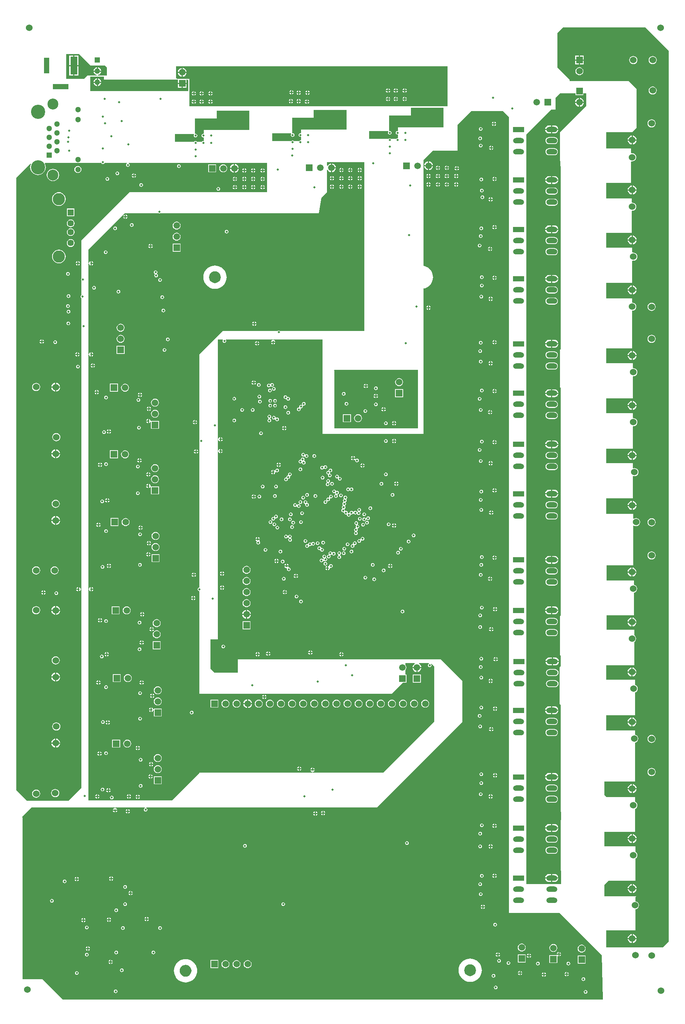
<source format=gbr>
%TF.GenerationSoftware,Altium Limited,Altium Designer,19.1.5 (86)*%
G04 Layer_Physical_Order=3*
G04 Layer_Color=6736896*
%FSLAX26Y26*%
%MOIN*%
%TF.FileFunction,Copper,L3,Inr,Signal*%
%TF.Part,Single*%
G01*
G75*
%TA.AperFunction,ComponentPad*%
%ADD56R,0.050000X0.050000*%
%ADD57C,0.050000*%
%ADD58R,0.059055X0.059055*%
%ADD59C,0.059055*%
%ADD60R,0.059055X0.059055*%
%ADD61R,0.100000X0.050000*%
%ADD62O,0.100000X0.050000*%
%ADD63C,0.110236*%
%ADD64C,0.057087*%
%ADD65R,0.057087X0.057087*%
%ADD66C,0.060000*%
%ADD67R,0.139764X0.051181*%
%ADD68R,0.051181X0.139764*%
%ADD69R,0.061024X0.161417*%
%ADD70R,0.051181X0.051181*%
%ADD71C,0.051181*%
%ADD72C,0.127953*%
%ADD73C,0.098425*%
%TA.AperFunction,ViaPad*%
%ADD74C,0.060000*%
%ADD75C,0.020000*%
%ADD76C,0.019685*%
G36*
X1710000Y9160000D02*
Y9155000D01*
X1845000D01*
X1860000Y9140000D01*
Y9065000D01*
X1781771D01*
X1777505Y9066774D01*
X1777294Y9070000D01*
X1777572Y9070037D01*
X1784137Y9070901D01*
X1792651Y9074428D01*
X1799962Y9080038D01*
X1805572Y9087349D01*
X1809099Y9095863D01*
X1809644Y9100000D01*
X1740356D01*
X1740901Y9095863D01*
X1744428Y9087349D01*
X1750038Y9080038D01*
X1757349Y9074428D01*
X1765863Y9070901D01*
X1772428Y9070037D01*
X1772706Y9070000D01*
X1772495Y9066774D01*
X1768229Y9065000D01*
X1685000D01*
X1655000Y9035000D01*
X1495000D01*
Y9260000D01*
X1610000D01*
X1710000Y9160000D01*
D02*
G37*
G36*
X1835000Y9030000D02*
X2491392D01*
X2495000Y9028506D01*
X2500472D01*
Y9000000D01*
X2540000D01*
X2579528D01*
Y9028505D01*
X2585000D01*
X2586494Y9028505D01*
X2590000Y9025000D01*
Y9025000D01*
X2591464D01*
X2595000Y9021464D01*
Y8925000D01*
X1710000D01*
Y9055000D01*
X1835000D01*
Y9030000D01*
D02*
G37*
G36*
X4930000Y8790000D02*
X2605000Y8790000D01*
X2605000Y9035000D01*
X2495000Y9035000D01*
X2485000Y9045000D01*
Y9150000D01*
X4930000D01*
X4930000Y8790000D01*
D02*
G37*
G36*
X4895000Y8600000D02*
X4485000D01*
Y8569260D01*
X4481135Y8566088D01*
X4480000Y8566314D01*
X4473757Y8565072D01*
X4468465Y8561535D01*
X4464928Y8556243D01*
X4463686Y8550000D01*
X4464928Y8543757D01*
X4468465Y8538465D01*
X4473757Y8534928D01*
X4480000Y8533686D01*
X4481135Y8533912D01*
X4485000Y8530740D01*
Y8504260D01*
X4481135Y8501088D01*
X4480000Y8501314D01*
X4473757Y8500072D01*
X4468465Y8496535D01*
X4467439Y8495000D01*
X4422561D01*
X4421535Y8496535D01*
X4416243Y8500072D01*
X4410000Y8501314D01*
X4403757Y8500072D01*
X4398465Y8496535D01*
X4397439Y8495000D01*
X4225000D01*
Y8565000D01*
X4395335Y8565000D01*
X4397439Y8560000D01*
X4394928Y8556243D01*
X4393686Y8550000D01*
X4394928Y8543757D01*
X4398465Y8538465D01*
X4403757Y8534928D01*
X4410000Y8533686D01*
X4416243Y8534928D01*
X4421535Y8538465D01*
X4425072Y8543757D01*
X4426314Y8550000D01*
X4425072Y8556243D01*
X4421535Y8561535D01*
X4416243Y8565072D01*
X4410000Y8566314D01*
X4408865Y8566088D01*
X4405000Y8569260D01*
X4405000Y8705000D01*
X4600000Y8705000D01*
X4600000Y8775000D01*
X4895000D01*
Y8600000D01*
D02*
G37*
G36*
X4020000Y8580000D02*
X3610000D01*
Y8549260D01*
X3606135Y8546088D01*
X3605000Y8546314D01*
X3598757Y8545072D01*
X3593465Y8541535D01*
X3589928Y8536243D01*
X3588686Y8530000D01*
X3589928Y8523757D01*
X3593465Y8518465D01*
X3598757Y8514928D01*
X3605000Y8513686D01*
X3606135Y8513912D01*
X3610000Y8510740D01*
Y8484260D01*
X3606135Y8481088D01*
X3605000Y8481314D01*
X3598757Y8480072D01*
X3593465Y8476535D01*
X3592439Y8475000D01*
X3547561D01*
X3546535Y8476535D01*
X3541243Y8480072D01*
X3535000Y8481314D01*
X3528757Y8480072D01*
X3523465Y8476535D01*
X3522439Y8475000D01*
X3350000D01*
Y8545000D01*
X3520335Y8545000D01*
X3522439Y8540000D01*
X3519928Y8536243D01*
X3518686Y8530000D01*
X3519928Y8523757D01*
X3523465Y8518465D01*
X3528757Y8514928D01*
X3535000Y8513686D01*
X3541243Y8514928D01*
X3546535Y8518465D01*
X3550072Y8523757D01*
X3551314Y8530000D01*
X3550072Y8536243D01*
X3546535Y8541535D01*
X3541243Y8545072D01*
X3535000Y8546314D01*
X3533865Y8546088D01*
X3530000Y8549260D01*
X3530000Y8685000D01*
X3725000Y8685000D01*
X3725000Y8755000D01*
X4020000D01*
Y8580000D01*
D02*
G37*
G36*
X3145000Y8575000D02*
X2735000D01*
Y8544260D01*
X2731135Y8541088D01*
X2730000Y8541314D01*
X2723757Y8540072D01*
X2718465Y8536535D01*
X2714928Y8531243D01*
X2713686Y8525000D01*
X2714928Y8518757D01*
X2718465Y8513465D01*
X2723757Y8509928D01*
X2730000Y8508686D01*
X2731135Y8508912D01*
X2735000Y8505740D01*
Y8479260D01*
X2731135Y8476088D01*
X2730000Y8476314D01*
X2723757Y8475072D01*
X2718465Y8471535D01*
X2717439Y8470000D01*
X2672561D01*
X2671535Y8471535D01*
X2666243Y8475072D01*
X2660000Y8476314D01*
X2653757Y8475072D01*
X2648465Y8471535D01*
X2647439Y8470000D01*
X2475000D01*
Y8540000D01*
X2645335Y8540000D01*
X2647439Y8535000D01*
X2644928Y8531243D01*
X2643686Y8525000D01*
X2644928Y8518757D01*
X2648465Y8513465D01*
X2653757Y8509928D01*
X2660000Y8508686D01*
X2666243Y8509928D01*
X2671535Y8513465D01*
X2675072Y8518757D01*
X2676314Y8525000D01*
X2675072Y8531243D01*
X2671535Y8536535D01*
X2666243Y8540072D01*
X2660000Y8541314D01*
X2658865Y8541088D01*
X2655000Y8544260D01*
X2655000Y8680000D01*
X2850000Y8680000D01*
X2850000Y8750000D01*
X3145000D01*
Y8575000D01*
D02*
G37*
G36*
X6925000Y9290000D02*
Y1270000D01*
X6870000Y1215000D01*
X6360000Y1215000D01*
Y1370000D01*
X6625000Y1370000D01*
Y1559348D01*
X6629398Y1559927D01*
X6638155Y1563554D01*
X6645676Y1569324D01*
X6651446Y1576845D01*
X6655073Y1585602D01*
X6656311Y1595000D01*
X6655073Y1604398D01*
X6651446Y1613155D01*
X6645676Y1620676D01*
X6638155Y1626446D01*
X6629398Y1630073D01*
X6625000Y1630652D01*
Y1670000D01*
X6630000Y1675000D01*
X6345000D01*
Y1780000D01*
X6380000Y1815000D01*
X6625000D01*
Y2014970D01*
X6630676Y2019324D01*
X6636446Y2026845D01*
X6640073Y2035602D01*
X6641311Y2045000D01*
X6640073Y2054398D01*
X6636446Y2063155D01*
X6630676Y2070675D01*
X6625000Y2075030D01*
Y2125000D01*
X6345000D01*
Y2255000D01*
X6620000D01*
Y2462247D01*
X6623155Y2463554D01*
X6630676Y2469325D01*
X6636446Y2476845D01*
X6640073Y2485602D01*
X6641311Y2495000D01*
X6640073Y2504398D01*
X6636446Y2513155D01*
X6630676Y2520675D01*
X6623155Y2526446D01*
X6620000Y2527753D01*
Y2570000D01*
X6365000D01*
X6345000Y2590000D01*
Y2710000D01*
X6620000D01*
Y3059482D01*
X6623374Y3059927D01*
X6632132Y3063554D01*
X6639652Y3069325D01*
X6645422Y3076845D01*
X6649050Y3085602D01*
X6650287Y3095000D01*
X6649050Y3104398D01*
X6645422Y3113155D01*
X6639652Y3120675D01*
X6632132Y3126446D01*
X6623374Y3130073D01*
X6620000Y3130518D01*
Y3170000D01*
X6360000D01*
Y3305000D01*
X6620000D01*
Y3510600D01*
X6627132Y3513554D01*
X6634652Y3519325D01*
X6640422Y3526845D01*
X6644050Y3535602D01*
X6645287Y3545000D01*
X6644050Y3554398D01*
X6640422Y3563155D01*
X6634652Y3570675D01*
X6627132Y3576446D01*
X6620000Y3579400D01*
Y3625000D01*
X6360000D01*
Y3755000D01*
X6610000D01*
X6615000Y3760000D01*
Y3965755D01*
X6619652Y3969325D01*
X6625422Y3976845D01*
X6629050Y3985602D01*
X6630287Y3995000D01*
X6629050Y4004398D01*
X6625422Y4013155D01*
X6619652Y4020675D01*
X6615000Y4024245D01*
Y4075000D01*
X6365000D01*
Y4205000D01*
X6610000D01*
Y4409482D01*
X6613374Y4409927D01*
X6622132Y4413554D01*
X6629652Y4419324D01*
X6635422Y4426845D01*
X6639050Y4435602D01*
X6640287Y4445000D01*
X6639050Y4454398D01*
X6635422Y4463155D01*
X6629652Y4470676D01*
X6622132Y4476446D01*
X6613374Y4480073D01*
X6610000Y4480518D01*
Y4520000D01*
X6365000D01*
Y4655000D01*
X6605000D01*
Y5013154D01*
X6609484Y5015365D01*
X6611845Y5013554D01*
X6620602Y5009927D01*
X6630000Y5008689D01*
X6639398Y5009927D01*
X6648155Y5013554D01*
X6655676Y5019324D01*
X6661446Y5026845D01*
X6665073Y5035602D01*
X6666311Y5045000D01*
X6665073Y5054398D01*
X6661446Y5063155D01*
X6655676Y5070676D01*
X6648155Y5076446D01*
X6639398Y5080073D01*
X6630000Y5081311D01*
X6620602Y5080073D01*
X6611845Y5076446D01*
X6609484Y5074635D01*
X6605000Y5076846D01*
Y5120000D01*
X6360000D01*
Y5260000D01*
X6600000D01*
Y5457747D01*
X6604157Y5460525D01*
X6605602Y5459927D01*
X6615000Y5458689D01*
X6624398Y5459927D01*
X6633155Y5463554D01*
X6640676Y5469324D01*
X6646446Y5476845D01*
X6650073Y5485602D01*
X6651311Y5495000D01*
X6650073Y5504398D01*
X6646446Y5513155D01*
X6640676Y5520676D01*
X6633155Y5526446D01*
X6624398Y5530073D01*
X6615000Y5531311D01*
X6605602Y5530073D01*
X6604157Y5529475D01*
X6600000Y5532253D01*
Y5575000D01*
X6360000D01*
Y5705000D01*
X6600000D01*
Y5905556D01*
X6603759Y5908853D01*
X6605000Y5908689D01*
X6614398Y5909927D01*
X6623155Y5913554D01*
X6630676Y5919324D01*
X6636446Y5926845D01*
X6640073Y5935602D01*
X6641311Y5945000D01*
X6640073Y5954398D01*
X6636446Y5963155D01*
X6630676Y5970676D01*
X6623155Y5976446D01*
X6614398Y5980073D01*
X6605000Y5981311D01*
X6603759Y5981147D01*
X6600000Y5984444D01*
Y6025000D01*
X6360000D01*
Y6160000D01*
X6600000D01*
Y6355556D01*
X6603759Y6358853D01*
X6605000Y6358689D01*
X6614398Y6359927D01*
X6623155Y6363554D01*
X6630676Y6369324D01*
X6636446Y6376845D01*
X6640073Y6385602D01*
X6641311Y6395000D01*
X6640073Y6404398D01*
X6636446Y6413155D01*
X6630676Y6420676D01*
X6623155Y6426446D01*
X6614398Y6430073D01*
X6605000Y6431311D01*
X6603759Y6431147D01*
X6600000Y6434444D01*
Y6475000D01*
X6360000D01*
Y6610000D01*
X6595000D01*
Y6948689D01*
X6604398Y6949927D01*
X6613155Y6953554D01*
X6620676Y6959324D01*
X6626446Y6966845D01*
X6630073Y6975602D01*
X6631311Y6985000D01*
X6630073Y6994398D01*
X6626446Y7003155D01*
X6620676Y7010676D01*
X6613155Y7016446D01*
X6604398Y7020073D01*
X6595000Y7021311D01*
Y7060000D01*
X6360000D01*
Y7200000D01*
X6595000D01*
Y7394963D01*
X6600000Y7399348D01*
X6605000Y7398689D01*
X6614398Y7399927D01*
X6623155Y7403554D01*
X6630676Y7409324D01*
X6636446Y7416845D01*
X6640073Y7425602D01*
X6641311Y7435000D01*
X6640073Y7444398D01*
X6636446Y7453155D01*
X6630676Y7460676D01*
X6623155Y7466446D01*
X6614398Y7470073D01*
X6605000Y7471311D01*
X6600000Y7470652D01*
X6595000Y7475037D01*
Y7515000D01*
X6360000D01*
Y7650000D01*
X6590000D01*
Y7845556D01*
X6593759Y7848853D01*
X6595000Y7848689D01*
X6604398Y7849927D01*
X6613155Y7853554D01*
X6620676Y7859324D01*
X6626446Y7866845D01*
X6630073Y7875602D01*
X6631311Y7885000D01*
X6630073Y7894398D01*
X6626446Y7903155D01*
X6620676Y7910676D01*
X6613155Y7916446D01*
X6604398Y7920073D01*
X6595000Y7921311D01*
X6593759Y7921147D01*
X6590000Y7924444D01*
Y7960000D01*
X6360000D01*
Y8100000D01*
X6585000D01*
Y8289963D01*
X6590000Y8294348D01*
X6595000Y8293689D01*
X6604398Y8294927D01*
X6613155Y8298554D01*
X6620676Y8304325D01*
X6626446Y8311845D01*
X6630073Y8320602D01*
X6631311Y8330000D01*
X6630073Y8339398D01*
X6626446Y8348155D01*
X6620676Y8355675D01*
X6613155Y8361446D01*
X6604398Y8365073D01*
X6595000Y8366311D01*
X6590000Y8365652D01*
X6585000Y8370037D01*
Y8410000D01*
X6360000D01*
Y8555000D01*
X6595000D01*
X6635000Y8595000D01*
Y8945000D01*
X6565000Y9015000D01*
X6030000D01*
Y9030000D01*
X5920000Y9140000D01*
Y9450000D01*
X5970000Y9500000D01*
X6715000D01*
X6925000Y9290000D01*
D02*
G37*
G36*
X3305000Y8015000D02*
X2065000D01*
X1630000Y7580000D01*
Y7236350D01*
X1629928Y7236243D01*
X1628687Y7230000D01*
X1629928Y7223757D01*
X1630000Y7223650D01*
Y7087561D01*
X1628465Y7086535D01*
X1624928Y7081243D01*
X1623687Y7075000D01*
X1624928Y7068757D01*
X1628465Y7063465D01*
X1630000Y7062439D01*
Y4442462D01*
X1625000Y4441970D01*
X1624833Y4442807D01*
X1623840Y4447804D01*
X1619419Y4454419D01*
X1612804Y4458840D01*
X1610000Y4459397D01*
Y4440000D01*
Y4420603D01*
X1612804Y4421160D01*
X1619419Y4425581D01*
X1623840Y4432196D01*
X1624833Y4437193D01*
X1625000Y4438030D01*
X1630000Y4437538D01*
Y2650000D01*
X1515000Y2535000D01*
X1140000D01*
X1045000Y2630000D01*
Y8145000D01*
X1172294Y8272294D01*
X1176354Y8269283D01*
X1174959Y8266672D01*
X1170957Y8253482D01*
X1169606Y8239764D01*
X1170957Y8226046D01*
X1174959Y8212855D01*
X1181457Y8200699D01*
X1190201Y8190044D01*
X1200856Y8181299D01*
X1213013Y8174801D01*
X1226204Y8170800D01*
X1239921Y8169449D01*
X1253639Y8170800D01*
X1266830Y8174801D01*
X1278986Y8181299D01*
X1289641Y8190044D01*
X1298386Y8200699D01*
X1304884Y8212855D01*
X1308885Y8226046D01*
X1310236Y8239764D01*
X1308885Y8253482D01*
X1304884Y8266672D01*
X1300433Y8275000D01*
X1303429Y8280000D01*
X1589260D01*
X1591517Y8279065D01*
X1599764Y8277979D01*
X1608011Y8279065D01*
X1610268Y8280000D01*
X1809681D01*
X1809928Y8278757D01*
X1813465Y8273465D01*
X1818757Y8269928D01*
X1825000Y8268686D01*
X1831243Y8269928D01*
X1836535Y8273465D01*
X1840072Y8278757D01*
X1840319Y8280000D01*
X2042904D01*
X2043757Y8275072D01*
X2038465Y8271535D01*
X2034928Y8266243D01*
X2033687Y8260000D01*
X2034928Y8253757D01*
X2038465Y8248465D01*
X2043757Y8244928D01*
X2050000Y8243686D01*
X2056243Y8244928D01*
X2061535Y8248465D01*
X2065072Y8253757D01*
X2066314Y8260000D01*
X2065072Y8266243D01*
X2061535Y8271535D01*
X2056243Y8275072D01*
X2057096Y8280000D01*
X3305000D01*
Y8015000D01*
D02*
G37*
G36*
X4180000Y6765000D02*
X3422561Y6765000D01*
X3421535Y6766535D01*
X3416243Y6770072D01*
X3410000Y6771314D01*
X3403757Y6770072D01*
X3398465Y6766535D01*
X3397439Y6765000D01*
X2905000D01*
X2695000Y6555000D01*
Y5781350D01*
X2694928Y5781243D01*
X2693686Y5775000D01*
X2694928Y5768757D01*
X2695000Y5768650D01*
Y4456314D01*
X2688757Y4455072D01*
X2683465Y4451535D01*
X2679928Y4446243D01*
X2678686Y4440000D01*
X2679928Y4433757D01*
X2683465Y4428465D01*
X2688757Y4424928D01*
X2695000Y4423686D01*
Y3500000D01*
X4430000D01*
X4529472Y3599472D01*
X4560528D01*
Y3670528D01*
X4550000D01*
Y3709402D01*
X4550338Y3709662D01*
X4556033Y3717083D01*
X4559613Y3725726D01*
X4560834Y3735000D01*
X4559613Y3744274D01*
X4556033Y3752917D01*
X4550338Y3760338D01*
X4550000Y3760598D01*
Y3775000D01*
X4635212D01*
X4636207Y3770000D01*
X4635066Y3769527D01*
X4626809Y3763191D01*
X4620473Y3754934D01*
X4616490Y3745319D01*
X4615790Y3740000D01*
X4655000D01*
X4694210D01*
X4693510Y3745319D01*
X4689527Y3754934D01*
X4683191Y3763191D01*
X4674934Y3769527D01*
X4673793Y3770000D01*
X4674788Y3775000D01*
X4762904D01*
X4763757Y3770072D01*
X4758465Y3766535D01*
X4754928Y3761243D01*
X4753686Y3755000D01*
X4754928Y3748757D01*
X4758465Y3743465D01*
X4763757Y3739928D01*
X4770000Y3738686D01*
X4776243Y3739928D01*
X4781535Y3743465D01*
X4785072Y3748757D01*
X4786314Y3755000D01*
X4785072Y3761243D01*
X4781821Y3766108D01*
X4785705Y3769295D01*
X4810000Y3745000D01*
Y3250000D01*
X4350000Y2790000D01*
X3717462D01*
X3716970Y2795000D01*
X3717807Y2795166D01*
X3722804Y2796160D01*
X3729419Y2800581D01*
X3733840Y2807196D01*
X3734397Y2810000D01*
X3695603D01*
X3696160Y2807196D01*
X3700581Y2800581D01*
X3707196Y2796160D01*
X3712193Y2795166D01*
X3713030Y2795000D01*
X3712538Y2790000D01*
X2695000D01*
Y2785000D01*
X2450000Y2540000D01*
X1695000D01*
Y4437538D01*
X1700000Y4438030D01*
X1700167Y4437193D01*
X1701160Y4432196D01*
X1705581Y4425581D01*
X1712196Y4421160D01*
X1715000Y4420603D01*
Y4440000D01*
Y4459397D01*
X1712196Y4458840D01*
X1705581Y4454419D01*
X1701160Y4447804D01*
X1700167Y4442807D01*
X1700000Y4441970D01*
X1695000Y4442462D01*
Y6552538D01*
X1700000Y6553030D01*
X1700167Y6552193D01*
X1701160Y6547196D01*
X1705581Y6540581D01*
X1712196Y6536160D01*
X1715000Y6535603D01*
Y6555000D01*
Y6574397D01*
X1712196Y6573840D01*
X1705581Y6569419D01*
X1701160Y6562804D01*
X1700167Y6557807D01*
X1700000Y6556970D01*
X1695000Y6557462D01*
Y7372538D01*
X1700000Y7373030D01*
X1700167Y7372193D01*
X1701160Y7367196D01*
X1705581Y7360581D01*
X1712196Y7356160D01*
X1715000Y7355603D01*
Y7375000D01*
Y7394397D01*
X1712196Y7393840D01*
X1705581Y7389419D01*
X1701160Y7382804D01*
X1700167Y7377807D01*
X1700000Y7376970D01*
X1695000Y7377462D01*
Y7500000D01*
X2020000Y7825000D01*
X2328650D01*
X2328757Y7824928D01*
X2335000Y7823686D01*
X2341243Y7824928D01*
X2341350Y7825000D01*
X3772895D01*
X3795000Y7965000D01*
X3845000Y8015000D01*
Y8215212D01*
X3850000Y8216207D01*
X3850473Y8215066D01*
X3856809Y8206809D01*
X3865066Y8200473D01*
X3874681Y8196490D01*
X3880000Y8195790D01*
Y8235000D01*
Y8274210D01*
X3874681Y8273510D01*
X3865066Y8269527D01*
X3856809Y8263191D01*
X3850473Y8254934D01*
X3850000Y8253793D01*
X3845000Y8254788D01*
Y8285000D01*
X4180000D01*
Y6765000D01*
D02*
G37*
G36*
X4665000Y5890000D02*
X3910000D01*
Y6410000D01*
X3909619Y6410381D01*
X3911533Y6415000D01*
X4665000D01*
Y5890000D01*
D02*
G37*
G36*
X5485000Y8690000D02*
Y1525000D01*
X5940000D01*
X6320000Y1145000D01*
X6329910Y748579D01*
X6326419Y745000D01*
X1465000Y745000D01*
X1280000Y930000D01*
X1100000D01*
Y2385000D01*
X1095000Y2390000D01*
X1180000Y2475000D01*
X1932538D01*
X1933030Y2470000D01*
X1932193Y2469834D01*
X1927196Y2468840D01*
X1920581Y2464419D01*
X1916160Y2457804D01*
X1915603Y2455000D01*
X1954397D01*
X1953840Y2457804D01*
X1949419Y2464419D01*
X1942804Y2468840D01*
X1937807Y2469834D01*
X1936970Y2470000D01*
X1937462Y2475000D01*
X2202904D01*
X2203757Y2470072D01*
X2198465Y2466535D01*
X2194928Y2461243D01*
X2193686Y2455000D01*
X2194928Y2448757D01*
X2198465Y2443465D01*
X2203757Y2439928D01*
X2210000Y2438686D01*
X2216243Y2439928D01*
X2221535Y2443465D01*
X2225072Y2448757D01*
X2226314Y2455000D01*
X2225072Y2461243D01*
X2221535Y2466535D01*
X2216243Y2470072D01*
X2217096Y2475000D01*
X4295000D01*
X5065000Y3245000D01*
X5065000Y3615000D01*
X4870000Y3810000D01*
X3040000Y3810000D01*
Y3690000D01*
X2830000D01*
X2795000Y3725000D01*
Y3990000D01*
X2860000D01*
Y5682538D01*
X2865000Y5683030D01*
X2865166Y5682193D01*
X2866160Y5677196D01*
X2870581Y5670581D01*
X2877196Y5666160D01*
X2880000Y5665603D01*
Y5685000D01*
Y5704397D01*
X2877196Y5703840D01*
X2870581Y5699419D01*
X2866160Y5692804D01*
X2865166Y5687807D01*
X2865000Y5686970D01*
X2860000Y5687462D01*
Y5787538D01*
X2865000Y5788030D01*
X2865166Y5787193D01*
X2866160Y5782196D01*
X2870581Y5775581D01*
X2877196Y5771160D01*
X2880000Y5770603D01*
Y5790000D01*
Y5809397D01*
X2877196Y5808840D01*
X2870581Y5804419D01*
X2866160Y5797804D01*
X2865166Y5792807D01*
X2865000Y5791970D01*
X2860000Y5792462D01*
Y5840000D01*
Y6690000D01*
X2905335D01*
X2907439Y6685000D01*
X2904928Y6681243D01*
X2903686Y6675000D01*
X2904928Y6668757D01*
X2908465Y6663465D01*
X2913757Y6659928D01*
X2920000Y6658686D01*
X2926243Y6659928D01*
X2931535Y6663465D01*
X2935072Y6668757D01*
X2936314Y6675000D01*
X2935072Y6681243D01*
X2932561Y6685000D01*
X2934665Y6690000D01*
X3357538D01*
X3358030Y6685000D01*
X3357193Y6684833D01*
X3352196Y6683840D01*
X3345581Y6679419D01*
X3341160Y6672804D01*
X3340603Y6670000D01*
X3379397D01*
X3378840Y6672804D01*
X3374419Y6679419D01*
X3367804Y6683840D01*
X3362807Y6684833D01*
X3361970Y6685000D01*
X3362462Y6690000D01*
X3803467D01*
X3805381Y6685381D01*
X3805000Y6685000D01*
Y5840000D01*
X4715000D01*
Y7147409D01*
X4727369Y7150379D01*
X4742555Y7156669D01*
X4756569Y7165257D01*
X4769068Y7175932D01*
X4779743Y7188431D01*
X4788331Y7202445D01*
X4794621Y7217631D01*
X4798458Y7233614D01*
X4799748Y7250000D01*
X4798458Y7266386D01*
X4794621Y7282369D01*
X4788331Y7297555D01*
X4779743Y7311569D01*
X4769068Y7324068D01*
X4756569Y7334743D01*
X4742555Y7343331D01*
X4727369Y7349621D01*
X4715000Y7352591D01*
Y8305000D01*
X4800000Y8390000D01*
X5020000D01*
Y8620000D01*
X5145000Y8745000D01*
X5430000D01*
X5485000Y8690000D01*
D02*
G37*
G36*
X6084472Y8905000D02*
Y8889472D01*
X6155528D01*
Y8905000D01*
X6180000D01*
X6180000Y8790000D01*
X5945000Y8555000D01*
X5945000Y8530000D01*
X5945000Y8320000D01*
X5950003Y8224997D01*
X5950000Y8175000D01*
X5950000Y8080000D01*
X5950000Y7725000D01*
Y7630000D01*
Y7285000D01*
Y7185000D01*
Y6700000D01*
Y6600000D01*
X5945000D01*
Y6255000D01*
X5950000D01*
Y6160000D01*
Y5795000D01*
Y5695000D01*
Y5350000D01*
Y5250000D01*
Y4755000D01*
Y4655000D01*
Y4300000D01*
Y4205000D01*
X5945000Y4200000D01*
Y3845000D01*
X5946464D01*
X5950000Y3841464D01*
Y3750000D01*
X5940000Y3740000D01*
Y3540000D01*
X5940000Y3410000D01*
X5950000Y3400000D01*
Y3300000D01*
Y2800000D01*
Y2700000D01*
X5950000Y2495000D01*
X5955000Y2380000D01*
X5950000Y2345000D01*
Y2240000D01*
Y1905000D01*
X5955000D01*
Y1785000D01*
X5640000D01*
Y8535000D01*
X5865000Y8760000D01*
X5905000D01*
X5905000Y8865000D01*
X5945000Y8905000D01*
X6084472Y8905000D01*
D02*
G37*
%LPC*%
G36*
X1603543Y9245709D02*
X1568032D01*
Y9160000D01*
X1603543D01*
Y9245709D01*
D02*
G37*
G36*
X1558032D02*
X1522520D01*
Y9160000D01*
X1558032D01*
Y9245709D01*
D02*
G37*
G36*
X1780000Y9139644D02*
Y9110000D01*
X1809644D01*
X1809099Y9114137D01*
X1805572Y9122651D01*
X1799962Y9129962D01*
X1792651Y9135572D01*
X1784137Y9139099D01*
X1780000Y9139644D01*
D02*
G37*
G36*
X1770000D02*
X1765863Y9139099D01*
X1757349Y9135572D01*
X1750038Y9129962D01*
X1744428Y9122651D01*
X1740901Y9114137D01*
X1740356Y9110000D01*
X1770000D01*
Y9139644D01*
D02*
G37*
G36*
X1603543Y9150000D02*
X1568032D01*
Y9064291D01*
X1603543D01*
Y9150000D01*
D02*
G37*
G36*
X1558032D02*
X1522520D01*
Y9064291D01*
X1558032D01*
Y9150000D01*
D02*
G37*
G36*
X1780000Y9039644D02*
Y9010000D01*
X1809644D01*
X1809099Y9014137D01*
X1805572Y9022651D01*
X1799962Y9029962D01*
X1792651Y9035572D01*
X1784137Y9039099D01*
X1780000Y9039644D01*
D02*
G37*
G36*
X1770000D02*
X1765863Y9039099D01*
X1757349Y9035572D01*
X1750038Y9029962D01*
X1744428Y9022651D01*
X1740901Y9014137D01*
X1740356Y9010000D01*
X1770000D01*
Y9039644D01*
D02*
G37*
G36*
X1809644Y9000000D02*
X1780000D01*
Y8970356D01*
X1784137Y8970901D01*
X1792651Y8974428D01*
X1799962Y8980038D01*
X1805572Y8987349D01*
X1809099Y8995863D01*
X1809644Y9000000D01*
D02*
G37*
G36*
X1770000D02*
X1740356D01*
X1740901Y8995863D01*
X1744428Y8987349D01*
X1750038Y8980038D01*
X1757349Y8974428D01*
X1765863Y8970901D01*
X1770000Y8970356D01*
Y9000000D01*
D02*
G37*
G36*
X2579528Y8990000D02*
X2545000D01*
Y8955472D01*
X2579528D01*
Y8990000D01*
D02*
G37*
G36*
X2535000D02*
X2500472D01*
Y8955472D01*
X2535000D01*
Y8990000D01*
D02*
G37*
G36*
X2545000Y9134210D02*
Y9100000D01*
X2579210D01*
X2578510Y9105319D01*
X2574527Y9114934D01*
X2568191Y9123191D01*
X2559934Y9129527D01*
X2550319Y9133510D01*
X2545000Y9134210D01*
D02*
G37*
G36*
X2535000D02*
X2529681Y9133510D01*
X2520066Y9129527D01*
X2511809Y9123191D01*
X2505473Y9114934D01*
X2501490Y9105319D01*
X2500790Y9100000D01*
X2535000D01*
Y9134210D01*
D02*
G37*
G36*
X2579210Y9090000D02*
X2545000D01*
Y9055790D01*
X2550319Y9056490D01*
X2559934Y9060473D01*
X2568191Y9066809D01*
X2574527Y9075066D01*
X2578510Y9084681D01*
X2579210Y9090000D01*
D02*
G37*
G36*
X2535000D02*
X2500790D01*
X2501490Y9084681D01*
X2505473Y9075066D01*
X2511809Y9066809D01*
X2520066Y9060473D01*
X2529681Y9056490D01*
X2535000Y9055790D01*
Y9090000D01*
D02*
G37*
G36*
X4550000Y8949397D02*
Y8935000D01*
X4564397D01*
X4563840Y8937804D01*
X4559419Y8944419D01*
X4552804Y8948840D01*
X4550000Y8949397D01*
D02*
G37*
G36*
X4540000D02*
X4537196Y8948840D01*
X4530581Y8944419D01*
X4526160Y8937804D01*
X4525603Y8935000D01*
X4540000D01*
Y8949397D01*
D02*
G37*
G36*
X4470000D02*
Y8935000D01*
X4484397D01*
X4483840Y8937804D01*
X4479419Y8944419D01*
X4472804Y8948840D01*
X4470000Y8949397D01*
D02*
G37*
G36*
X4460000D02*
X4457196Y8948840D01*
X4450581Y8944419D01*
X4446160Y8937804D01*
X4445603Y8935000D01*
X4460000D01*
Y8949397D01*
D02*
G37*
G36*
X4400000D02*
Y8935000D01*
X4414397D01*
X4413840Y8937804D01*
X4409419Y8944419D01*
X4402804Y8948840D01*
X4400000Y8949397D01*
D02*
G37*
G36*
X4390000D02*
X4387196Y8948840D01*
X4380581Y8944419D01*
X4376160Y8937804D01*
X4375603Y8935000D01*
X4390000D01*
Y8949397D01*
D02*
G37*
G36*
X3530000Y8934397D02*
Y8920000D01*
X3544397D01*
X3543840Y8922804D01*
X3539419Y8929419D01*
X3532804Y8933840D01*
X3530000Y8934397D01*
D02*
G37*
G36*
X3520000D02*
X3517196Y8933840D01*
X3510581Y8929419D01*
X3506160Y8922804D01*
X3505603Y8920000D01*
X3520000D01*
Y8934397D01*
D02*
G37*
G36*
X3675000Y8929397D02*
Y8915000D01*
X3689397D01*
X3688840Y8917804D01*
X3684419Y8924419D01*
X3677804Y8928840D01*
X3675000Y8929397D01*
D02*
G37*
G36*
X3665000D02*
X3662196Y8928840D01*
X3655581Y8924419D01*
X3651160Y8917804D01*
X3650603Y8915000D01*
X3665000D01*
Y8929397D01*
D02*
G37*
G36*
X3595000D02*
Y8915000D01*
X3609397D01*
X3608840Y8917804D01*
X3604419Y8924419D01*
X3597804Y8928840D01*
X3595000Y8929397D01*
D02*
G37*
G36*
X3585000D02*
X3582196Y8928840D01*
X3575581Y8924419D01*
X3571160Y8917804D01*
X3570603Y8915000D01*
X3585000D01*
Y8929397D01*
D02*
G37*
G36*
X4564397Y8925000D02*
X4550000D01*
Y8910603D01*
X4552804Y8911160D01*
X4559419Y8915581D01*
X4563840Y8922196D01*
X4564397Y8925000D01*
D02*
G37*
G36*
X4540000D02*
X4525603D01*
X4526160Y8922196D01*
X4530581Y8915581D01*
X4537196Y8911160D01*
X4540000Y8910603D01*
Y8925000D01*
D02*
G37*
G36*
X4484397D02*
X4470000D01*
Y8910603D01*
X4472804Y8911160D01*
X4479419Y8915581D01*
X4483840Y8922196D01*
X4484397Y8925000D01*
D02*
G37*
G36*
X4460000D02*
X4445603D01*
X4446160Y8922196D01*
X4450581Y8915581D01*
X4457196Y8911160D01*
X4460000Y8910603D01*
Y8925000D01*
D02*
G37*
G36*
X4414397D02*
X4400000D01*
Y8910603D01*
X4402804Y8911160D01*
X4409419Y8915581D01*
X4413840Y8922196D01*
X4414397Y8925000D01*
D02*
G37*
G36*
X4390000D02*
X4375603D01*
X4376160Y8922196D01*
X4380581Y8915581D01*
X4387196Y8911160D01*
X4390000Y8910603D01*
Y8925000D01*
D02*
G37*
G36*
X2800000Y8924397D02*
Y8910000D01*
X2814397D01*
X2813840Y8912804D01*
X2809419Y8919419D01*
X2802804Y8923840D01*
X2800000Y8924397D01*
D02*
G37*
G36*
X2790000D02*
X2787196Y8923840D01*
X2780581Y8919419D01*
X2776160Y8912804D01*
X2775603Y8910000D01*
X2790000D01*
Y8924397D01*
D02*
G37*
G36*
X2720000D02*
Y8910000D01*
X2734397D01*
X2733840Y8912804D01*
X2729419Y8919419D01*
X2722804Y8923840D01*
X2720000Y8924397D01*
D02*
G37*
G36*
X2710000D02*
X2707196Y8923840D01*
X2700581Y8919419D01*
X2696160Y8912804D01*
X2695603Y8910000D01*
X2710000D01*
Y8924397D01*
D02*
G37*
G36*
X2650000D02*
Y8910000D01*
X2664397D01*
X2663840Y8912804D01*
X2659419Y8919419D01*
X2652804Y8923840D01*
X2650000Y8924397D01*
D02*
G37*
G36*
X2640000D02*
X2637196Y8923840D01*
X2630581Y8919419D01*
X2626160Y8912804D01*
X2625603Y8910000D01*
X2640000D01*
Y8924397D01*
D02*
G37*
G36*
X3544397Y8910000D02*
X3530000D01*
Y8895603D01*
X3532804Y8896160D01*
X3539419Y8900581D01*
X3543840Y8907196D01*
X3544397Y8910000D01*
D02*
G37*
G36*
X3520000D02*
X3505603D01*
X3506160Y8907196D01*
X3510581Y8900581D01*
X3517196Y8896160D01*
X3520000Y8895603D01*
Y8910000D01*
D02*
G37*
G36*
X3689397Y8905000D02*
X3675000D01*
Y8890603D01*
X3677804Y8891160D01*
X3684419Y8895581D01*
X3688840Y8902196D01*
X3689397Y8905000D01*
D02*
G37*
G36*
X3665000D02*
X3650603D01*
X3651160Y8902196D01*
X3655581Y8895581D01*
X3662196Y8891160D01*
X3665000Y8890603D01*
Y8905000D01*
D02*
G37*
G36*
X3609397D02*
X3595000D01*
Y8890603D01*
X3597804Y8891160D01*
X3604419Y8895581D01*
X3608840Y8902196D01*
X3609397Y8905000D01*
D02*
G37*
G36*
X3585000D02*
X3570603D01*
X3571160Y8902196D01*
X3575581Y8895581D01*
X3582196Y8891160D01*
X3585000Y8890603D01*
Y8905000D01*
D02*
G37*
G36*
X2814397Y8900000D02*
X2800000D01*
Y8885603D01*
X2802804Y8886160D01*
X2809419Y8890581D01*
X2813840Y8897196D01*
X2814397Y8900000D01*
D02*
G37*
G36*
X2790000D02*
X2775603D01*
X2776160Y8897196D01*
X2780581Y8890581D01*
X2787196Y8886160D01*
X2790000Y8885603D01*
Y8900000D01*
D02*
G37*
G36*
X2734397D02*
X2720000D01*
Y8885603D01*
X2722804Y8886160D01*
X2729419Y8890581D01*
X2733840Y8897196D01*
X2734397Y8900000D01*
D02*
G37*
G36*
X2710000D02*
X2695603D01*
X2696160Y8897196D01*
X2700581Y8890581D01*
X2707196Y8886160D01*
X2710000Y8885603D01*
Y8900000D01*
D02*
G37*
G36*
X2664397D02*
X2650000D01*
Y8885603D01*
X2652804Y8886160D01*
X2659419Y8890581D01*
X2663840Y8897196D01*
X2664397Y8900000D01*
D02*
G37*
G36*
X2640000D02*
X2625603D01*
X2626160Y8897196D01*
X2630581Y8890581D01*
X2637196Y8886160D01*
X2640000Y8885603D01*
Y8900000D01*
D02*
G37*
G36*
X4550000Y8874397D02*
Y8860000D01*
X4564397D01*
X4563840Y8862804D01*
X4559419Y8869419D01*
X4552804Y8873840D01*
X4550000Y8874397D01*
D02*
G37*
G36*
X4540000D02*
X4537196Y8873840D01*
X4530581Y8869419D01*
X4526160Y8862804D01*
X4525603Y8860000D01*
X4540000D01*
Y8874397D01*
D02*
G37*
G36*
X4470000D02*
Y8860000D01*
X4484397D01*
X4483840Y8862804D01*
X4479419Y8869419D01*
X4472804Y8873840D01*
X4470000Y8874397D01*
D02*
G37*
G36*
X4460000D02*
X4457196Y8873840D01*
X4450581Y8869419D01*
X4446160Y8862804D01*
X4445603Y8860000D01*
X4460000D01*
Y8874397D01*
D02*
G37*
G36*
X4400000D02*
Y8860000D01*
X4414397D01*
X4413840Y8862804D01*
X4409419Y8869419D01*
X4402804Y8873840D01*
X4400000Y8874397D01*
D02*
G37*
G36*
X4390000D02*
X4387196Y8873840D01*
X4380581Y8869419D01*
X4376160Y8862804D01*
X4375603Y8860000D01*
X4390000D01*
Y8874397D01*
D02*
G37*
G36*
X3595000Y8854397D02*
Y8840000D01*
X3609397D01*
X3608840Y8842804D01*
X3604419Y8849419D01*
X3597804Y8853840D01*
X3595000Y8854397D01*
D02*
G37*
G36*
X3585000D02*
X3582196Y8853840D01*
X3575581Y8849419D01*
X3571160Y8842804D01*
X3570603Y8840000D01*
X3585000D01*
Y8854397D01*
D02*
G37*
G36*
X3525000D02*
Y8840000D01*
X3539397D01*
X3538840Y8842804D01*
X3534419Y8849419D01*
X3527804Y8853840D01*
X3525000Y8854397D01*
D02*
G37*
G36*
X3515000D02*
X3512196Y8853840D01*
X3505581Y8849419D01*
X3501160Y8842804D01*
X3500603Y8840000D01*
X3515000D01*
Y8854397D01*
D02*
G37*
G36*
X4564397Y8850000D02*
X4550000D01*
Y8835603D01*
X4552804Y8836160D01*
X4559419Y8840581D01*
X4563840Y8847196D01*
X4564397Y8850000D01*
D02*
G37*
G36*
X4540000D02*
X4525603D01*
X4526160Y8847196D01*
X4530581Y8840581D01*
X4537196Y8836160D01*
X4540000Y8835603D01*
Y8850000D01*
D02*
G37*
G36*
X4484397D02*
X4470000D01*
Y8835603D01*
X4472804Y8836160D01*
X4479419Y8840581D01*
X4483840Y8847196D01*
X4484397Y8850000D01*
D02*
G37*
G36*
X4460000D02*
X4445603D01*
X4446160Y8847196D01*
X4450581Y8840581D01*
X4457196Y8836160D01*
X4460000Y8835603D01*
Y8850000D01*
D02*
G37*
G36*
X4414397D02*
X4400000D01*
Y8835603D01*
X4402804Y8836160D01*
X4409419Y8840581D01*
X4413840Y8847196D01*
X4414397Y8850000D01*
D02*
G37*
G36*
X4390000D02*
X4375603D01*
X4376160Y8847196D01*
X4380581Y8840581D01*
X4387196Y8836160D01*
X4390000Y8835603D01*
Y8850000D01*
D02*
G37*
G36*
X3670000Y8849397D02*
Y8835000D01*
X3684397D01*
X3683840Y8837804D01*
X3679419Y8844419D01*
X3672804Y8848840D01*
X3670000Y8849397D01*
D02*
G37*
G36*
X3660000D02*
X3657196Y8848840D01*
X3650581Y8844419D01*
X3646160Y8837804D01*
X3645603Y8835000D01*
X3660000D01*
Y8849397D01*
D02*
G37*
G36*
X2800000D02*
Y8835000D01*
X2814397D01*
X2813840Y8837804D01*
X2809419Y8844419D01*
X2802804Y8848840D01*
X2800000Y8849397D01*
D02*
G37*
G36*
X2790000D02*
X2787196Y8848840D01*
X2780581Y8844419D01*
X2776160Y8837804D01*
X2775603Y8835000D01*
X2790000D01*
Y8849397D01*
D02*
G37*
G36*
X2720000D02*
Y8835000D01*
X2734397D01*
X2733840Y8837804D01*
X2729419Y8844419D01*
X2722804Y8848840D01*
X2720000Y8849397D01*
D02*
G37*
G36*
X2710000D02*
X2707196Y8848840D01*
X2700581Y8844419D01*
X2696160Y8837804D01*
X2695603Y8835000D01*
X2710000D01*
Y8849397D01*
D02*
G37*
G36*
X2650000D02*
Y8835000D01*
X2664397D01*
X2663840Y8837804D01*
X2659419Y8844419D01*
X2652804Y8848840D01*
X2650000Y8849397D01*
D02*
G37*
G36*
X2640000D02*
X2637196Y8848840D01*
X2630581Y8844419D01*
X2626160Y8837804D01*
X2625603Y8835000D01*
X2640000D01*
Y8849397D01*
D02*
G37*
G36*
X3609397Y8830000D02*
X3595000D01*
Y8815603D01*
X3597804Y8816160D01*
X3604419Y8820581D01*
X3608840Y8827196D01*
X3609397Y8830000D01*
D02*
G37*
G36*
X3585000D02*
X3570603D01*
X3571160Y8827196D01*
X3575581Y8820581D01*
X3582196Y8816160D01*
X3585000Y8815603D01*
Y8830000D01*
D02*
G37*
G36*
X3539397D02*
X3525000D01*
Y8815603D01*
X3527804Y8816160D01*
X3534419Y8820581D01*
X3538840Y8827196D01*
X3539397Y8830000D01*
D02*
G37*
G36*
X3515000D02*
X3500603D01*
X3501160Y8827196D01*
X3505581Y8820581D01*
X3512196Y8816160D01*
X3515000Y8815603D01*
Y8830000D01*
D02*
G37*
G36*
X3684397Y8825000D02*
X3670000D01*
Y8810603D01*
X3672804Y8811160D01*
X3679419Y8815581D01*
X3683840Y8822196D01*
X3684397Y8825000D01*
D02*
G37*
G36*
X3660000D02*
X3645603D01*
X3646160Y8822196D01*
X3650581Y8815581D01*
X3657196Y8811160D01*
X3660000Y8810603D01*
Y8825000D01*
D02*
G37*
G36*
X2814397D02*
X2800000D01*
Y8810603D01*
X2802804Y8811160D01*
X2809419Y8815581D01*
X2813840Y8822196D01*
X2814397Y8825000D01*
D02*
G37*
G36*
X2790000D02*
X2775603D01*
X2776160Y8822196D01*
X2780581Y8815581D01*
X2787196Y8811160D01*
X2790000Y8810603D01*
Y8825000D01*
D02*
G37*
G36*
X2734397D02*
X2720000D01*
Y8810603D01*
X2722804Y8811160D01*
X2729419Y8815581D01*
X2733840Y8822196D01*
X2734397Y8825000D01*
D02*
G37*
G36*
X2710000D02*
X2695603D01*
X2696160Y8822196D01*
X2700581Y8815581D01*
X2707196Y8811160D01*
X2710000Y8810603D01*
Y8825000D01*
D02*
G37*
G36*
X2664397D02*
X2650000D01*
Y8810603D01*
X2652804Y8811160D01*
X2659419Y8815581D01*
X2663840Y8822196D01*
X2664397Y8825000D01*
D02*
G37*
G36*
X2640000D02*
X2625603D01*
X2626160Y8822196D01*
X2630581Y8815581D01*
X2637196Y8811160D01*
X2640000Y8810603D01*
Y8825000D01*
D02*
G37*
G36*
X6159528Y9244528D02*
X6125000D01*
Y9210000D01*
X6159528D01*
Y9244528D01*
D02*
G37*
G36*
X6115000D02*
X6080472D01*
Y9210000D01*
X6115000D01*
Y9244528D01*
D02*
G37*
G36*
X6780000Y9241311D02*
X6770602Y9240073D01*
X6761845Y9236446D01*
X6754324Y9230675D01*
X6748554Y9223155D01*
X6744927Y9214398D01*
X6743689Y9205000D01*
X6744927Y9195602D01*
X6748554Y9186845D01*
X6754324Y9179325D01*
X6761845Y9173554D01*
X6770602Y9169927D01*
X6780000Y9168689D01*
X6789398Y9169927D01*
X6798155Y9173554D01*
X6805676Y9179325D01*
X6811446Y9186845D01*
X6815073Y9195602D01*
X6816311Y9205000D01*
X6815073Y9214398D01*
X6811446Y9223155D01*
X6805676Y9230675D01*
X6798155Y9236446D01*
X6789398Y9240073D01*
X6780000Y9241311D01*
D02*
G37*
G36*
X6605000D02*
X6595602Y9240073D01*
X6586845Y9236446D01*
X6579324Y9230675D01*
X6573554Y9223155D01*
X6569927Y9214398D01*
X6568689Y9205000D01*
X6569927Y9195602D01*
X6573554Y9186845D01*
X6579324Y9179325D01*
X6586845Y9173554D01*
X6595602Y9169927D01*
X6605000Y9168689D01*
X6614398Y9169927D01*
X6623155Y9173554D01*
X6630676Y9179325D01*
X6636446Y9186845D01*
X6640073Y9195602D01*
X6641311Y9205000D01*
X6640073Y9214398D01*
X6636446Y9223155D01*
X6630676Y9230675D01*
X6623155Y9236446D01*
X6614398Y9240073D01*
X6605000Y9241311D01*
D02*
G37*
G36*
X6159528Y9200000D02*
X6125000D01*
Y9165472D01*
X6159528D01*
Y9200000D01*
D02*
G37*
G36*
X6115000D02*
X6080472D01*
Y9165472D01*
X6115000D01*
Y9200000D01*
D02*
G37*
G36*
X6120000Y9140834D02*
X6110725Y9139613D01*
X6102083Y9136033D01*
X6094662Y9130338D01*
X6088967Y9122917D01*
X6085387Y9114274D01*
X6084166Y9105000D01*
X6085387Y9095726D01*
X6088967Y9087083D01*
X6094662Y9079662D01*
X6102083Y9073967D01*
X6110725Y9070387D01*
X6120000Y9069166D01*
X6129275Y9070387D01*
X6137917Y9073967D01*
X6145338Y9079662D01*
X6151033Y9087083D01*
X6154613Y9095726D01*
X6155834Y9105000D01*
X6154613Y9114274D01*
X6151033Y9122917D01*
X6145338Y9130338D01*
X6137917Y9136033D01*
X6129275Y9139613D01*
X6120000Y9140834D01*
D02*
G37*
G36*
X6780000Y8967689D02*
X6770602Y8966451D01*
X6761845Y8962824D01*
X6754324Y8957053D01*
X6748554Y8949533D01*
X6744927Y8940776D01*
X6743689Y8931378D01*
X6744927Y8921980D01*
X6748554Y8913223D01*
X6754324Y8905702D01*
X6761845Y8899932D01*
X6770602Y8896305D01*
X6780000Y8895067D01*
X6789398Y8896305D01*
X6798155Y8899932D01*
X6805676Y8905702D01*
X6811446Y8913223D01*
X6815073Y8921980D01*
X6816311Y8931378D01*
X6815073Y8940776D01*
X6811446Y8949533D01*
X6805676Y8957053D01*
X6798155Y8962824D01*
X6789398Y8966451D01*
X6780000Y8967689D01*
D02*
G37*
G36*
X6771024Y8671311D02*
X6761626Y8670073D01*
X6752868Y8666446D01*
X6745348Y8660675D01*
X6739578Y8653155D01*
X6735950Y8644398D01*
X6734713Y8635000D01*
X6735950Y8625602D01*
X6739578Y8616845D01*
X6745348Y8609325D01*
X6752868Y8603554D01*
X6761626Y8599927D01*
X6771024Y8598689D01*
X6780422Y8599927D01*
X6789179Y8603554D01*
X6796699Y8609325D01*
X6802470Y8616845D01*
X6806097Y8625602D01*
X6807334Y8635000D01*
X6806097Y8644398D01*
X6802470Y8653155D01*
X6796699Y8660675D01*
X6789179Y8666446D01*
X6780422Y8670073D01*
X6771024Y8671311D01*
D02*
G37*
G36*
X6600000Y8524687D02*
Y8490000D01*
X6634687D01*
X6633971Y8495442D01*
X6629940Y8505173D01*
X6623528Y8513528D01*
X6615173Y8519940D01*
X6605442Y8523970D01*
X6600000Y8524687D01*
D02*
G37*
G36*
X6590000D02*
X6584558Y8523970D01*
X6574827Y8519940D01*
X6566472Y8513528D01*
X6560060Y8505173D01*
X6556029Y8495442D01*
X6555313Y8490000D01*
X6590000D01*
Y8524687D01*
D02*
G37*
G36*
X6634687Y8480000D02*
X6600000D01*
Y8445313D01*
X6605442Y8446030D01*
X6615173Y8450060D01*
X6623528Y8456472D01*
X6629940Y8464827D01*
X6633971Y8474558D01*
X6634687Y8480000D01*
D02*
G37*
G36*
X6590000D02*
X6555313D01*
X6556029Y8474558D01*
X6560060Y8464827D01*
X6566472Y8456472D01*
X6574827Y8450060D01*
X6584558Y8446030D01*
X6590000Y8445313D01*
Y8480000D01*
D02*
G37*
G36*
X6600000Y8074687D02*
Y8040000D01*
X6634687D01*
X6633971Y8045442D01*
X6629940Y8055173D01*
X6623528Y8063528D01*
X6615173Y8069940D01*
X6605442Y8073971D01*
X6600000Y8074687D01*
D02*
G37*
G36*
X6590000D02*
X6584558Y8073971D01*
X6574827Y8069940D01*
X6566472Y8063528D01*
X6560060Y8055173D01*
X6556029Y8045442D01*
X6555313Y8040000D01*
X6590000D01*
Y8074687D01*
D02*
G37*
G36*
X6634687Y8030000D02*
X6600000D01*
Y7995313D01*
X6605442Y7996029D01*
X6615173Y8000060D01*
X6623528Y8006472D01*
X6629940Y8014827D01*
X6633971Y8024558D01*
X6634687Y8030000D01*
D02*
G37*
G36*
X6590000D02*
X6555313D01*
X6556029Y8024558D01*
X6560060Y8014827D01*
X6566472Y8006472D01*
X6574827Y8000060D01*
X6584558Y7996029D01*
X6590000Y7995313D01*
Y8030000D01*
D02*
G37*
G36*
X6600000Y7624687D02*
Y7590000D01*
X6634687D01*
X6633971Y7595442D01*
X6629940Y7605173D01*
X6623528Y7613528D01*
X6615173Y7619940D01*
X6605442Y7623971D01*
X6600000Y7624687D01*
D02*
G37*
G36*
X6590000D02*
X6584558Y7623971D01*
X6574827Y7619940D01*
X6566472Y7613528D01*
X6560060Y7605173D01*
X6556029Y7595442D01*
X6555313Y7590000D01*
X6590000D01*
Y7624687D01*
D02*
G37*
G36*
X6634687Y7580000D02*
X6600000D01*
Y7545313D01*
X6605442Y7546029D01*
X6615173Y7550060D01*
X6623528Y7556472D01*
X6629940Y7564827D01*
X6633971Y7574558D01*
X6634687Y7580000D01*
D02*
G37*
G36*
X6590000D02*
X6555313D01*
X6556029Y7574558D01*
X6560060Y7564827D01*
X6566472Y7556472D01*
X6574827Y7550060D01*
X6584558Y7546029D01*
X6590000Y7545313D01*
Y7580000D01*
D02*
G37*
G36*
X6600000Y7174687D02*
Y7140000D01*
X6634687D01*
X6633971Y7145442D01*
X6629940Y7155173D01*
X6623528Y7163528D01*
X6615173Y7169940D01*
X6605442Y7173971D01*
X6600000Y7174687D01*
D02*
G37*
G36*
X6590000D02*
X6584558Y7173971D01*
X6574827Y7169940D01*
X6566472Y7163528D01*
X6560060Y7155173D01*
X6556029Y7145442D01*
X6555313Y7140000D01*
X6590000D01*
Y7174687D01*
D02*
G37*
G36*
X6634687Y7130000D02*
X6600000D01*
Y7095313D01*
X6605442Y7096029D01*
X6615173Y7100060D01*
X6623528Y7106472D01*
X6629940Y7114827D01*
X6633971Y7124558D01*
X6634687Y7130000D01*
D02*
G37*
G36*
X6590000D02*
X6555313D01*
X6556029Y7124558D01*
X6560060Y7114827D01*
X6566472Y7106472D01*
X6574827Y7100060D01*
X6584558Y7096029D01*
X6590000Y7095313D01*
Y7130000D01*
D02*
G37*
G36*
X6771024Y7019736D02*
X6761626Y7018498D01*
X6752868Y7014871D01*
X6745348Y7009101D01*
X6739578Y7001581D01*
X6735950Y6992823D01*
X6734713Y6983425D01*
X6735950Y6974027D01*
X6739578Y6965270D01*
X6745348Y6957750D01*
X6752868Y6951979D01*
X6761626Y6948352D01*
X6771024Y6947115D01*
X6780422Y6948352D01*
X6789179Y6951979D01*
X6796699Y6957750D01*
X6802470Y6965270D01*
X6806097Y6974027D01*
X6807334Y6983425D01*
X6806097Y6992823D01*
X6802470Y7001581D01*
X6796699Y7009101D01*
X6789179Y7014871D01*
X6780422Y7018498D01*
X6771024Y7019736D01*
D02*
G37*
G36*
Y6731311D02*
X6761626Y6730073D01*
X6752868Y6726446D01*
X6745348Y6720676D01*
X6739578Y6713155D01*
X6735950Y6704398D01*
X6734713Y6695000D01*
X6735950Y6685602D01*
X6739578Y6676845D01*
X6745348Y6669324D01*
X6752868Y6663554D01*
X6761626Y6659927D01*
X6771024Y6658689D01*
X6780422Y6659927D01*
X6789179Y6663554D01*
X6796699Y6669324D01*
X6802470Y6676845D01*
X6806097Y6685602D01*
X6807334Y6695000D01*
X6806097Y6704398D01*
X6802470Y6713155D01*
X6796699Y6720676D01*
X6789179Y6726446D01*
X6780422Y6730073D01*
X6771024Y6731311D01*
D02*
G37*
G36*
X6600000Y6584687D02*
Y6550000D01*
X6634687D01*
X6633971Y6555442D01*
X6629940Y6565173D01*
X6623528Y6573528D01*
X6615173Y6579940D01*
X6605442Y6583971D01*
X6600000Y6584687D01*
D02*
G37*
G36*
X6590000D02*
X6584558Y6583971D01*
X6574827Y6579940D01*
X6566472Y6573528D01*
X6560060Y6565173D01*
X6556029Y6555442D01*
X6555313Y6550000D01*
X6590000D01*
Y6584687D01*
D02*
G37*
G36*
X6634687Y6540000D02*
X6600000D01*
Y6505313D01*
X6605442Y6506029D01*
X6615173Y6510060D01*
X6623528Y6516472D01*
X6629940Y6524827D01*
X6633971Y6534558D01*
X6634687Y6540000D01*
D02*
G37*
G36*
X6590000D02*
X6555313D01*
X6556029Y6534558D01*
X6560060Y6524827D01*
X6566472Y6516472D01*
X6574827Y6510060D01*
X6584558Y6506029D01*
X6590000Y6505313D01*
Y6540000D01*
D02*
G37*
G36*
X6600000Y6134687D02*
Y6100000D01*
X6634687D01*
X6633971Y6105442D01*
X6629940Y6115173D01*
X6623528Y6123528D01*
X6615173Y6129940D01*
X6605442Y6133971D01*
X6600000Y6134687D01*
D02*
G37*
G36*
X6590000D02*
X6584558Y6133971D01*
X6574827Y6129940D01*
X6566472Y6123528D01*
X6560060Y6115173D01*
X6556029Y6105442D01*
X6555313Y6100000D01*
X6590000D01*
Y6134687D01*
D02*
G37*
G36*
X6634687Y6090000D02*
X6600000D01*
Y6055313D01*
X6605442Y6056029D01*
X6615173Y6060060D01*
X6623528Y6066472D01*
X6629940Y6074827D01*
X6633971Y6084558D01*
X6634687Y6090000D01*
D02*
G37*
G36*
X6590000D02*
X6555313D01*
X6556029Y6084558D01*
X6560060Y6074827D01*
X6566472Y6066472D01*
X6574827Y6060060D01*
X6584558Y6056029D01*
X6590000Y6055313D01*
Y6090000D01*
D02*
G37*
G36*
X6600000Y5684687D02*
Y5650000D01*
X6634687D01*
X6633971Y5655442D01*
X6629940Y5665173D01*
X6623528Y5673528D01*
X6615173Y5679940D01*
X6605442Y5683971D01*
X6600000Y5684687D01*
D02*
G37*
G36*
X6590000D02*
X6584558Y5683971D01*
X6574827Y5679940D01*
X6566472Y5673528D01*
X6560060Y5665173D01*
X6556029Y5655442D01*
X6555313Y5650000D01*
X6590000D01*
Y5684687D01*
D02*
G37*
G36*
X6634687Y5640000D02*
X6600000D01*
Y5605313D01*
X6605442Y5606029D01*
X6615173Y5610060D01*
X6623528Y5616472D01*
X6629940Y5624827D01*
X6633971Y5634558D01*
X6634687Y5640000D01*
D02*
G37*
G36*
X6590000D02*
X6555313D01*
X6556029Y5634558D01*
X6560060Y5624827D01*
X6566472Y5616472D01*
X6574827Y5610060D01*
X6584558Y5606029D01*
X6590000Y5605313D01*
Y5640000D01*
D02*
G37*
G36*
X6600000Y5234687D02*
Y5200000D01*
X6634687D01*
X6633971Y5205442D01*
X6629940Y5215173D01*
X6623528Y5223528D01*
X6615173Y5229940D01*
X6605442Y5233971D01*
X6600000Y5234687D01*
D02*
G37*
G36*
X6590000D02*
X6584558Y5233971D01*
X6574827Y5229940D01*
X6566472Y5223528D01*
X6560060Y5215173D01*
X6556029Y5205442D01*
X6555313Y5200000D01*
X6590000D01*
Y5234687D01*
D02*
G37*
G36*
X6634687Y5190000D02*
X6600000D01*
Y5155313D01*
X6605442Y5156029D01*
X6615173Y5160060D01*
X6623528Y5166472D01*
X6629940Y5174827D01*
X6633971Y5184558D01*
X6634687Y5190000D01*
D02*
G37*
G36*
X6590000D02*
X6555313D01*
X6556029Y5184558D01*
X6560060Y5174827D01*
X6566472Y5166472D01*
X6574827Y5160060D01*
X6584558Y5156029D01*
X6590000Y5155313D01*
Y5190000D01*
D02*
G37*
G36*
X6771024Y5079736D02*
X6761626Y5078498D01*
X6752868Y5074871D01*
X6745348Y5069101D01*
X6739578Y5061581D01*
X6735950Y5052823D01*
X6734713Y5043425D01*
X6735950Y5034027D01*
X6739578Y5025270D01*
X6745348Y5017750D01*
X6752868Y5011979D01*
X6761626Y5008352D01*
X6771024Y5007115D01*
X6780422Y5008352D01*
X6789179Y5011979D01*
X6796699Y5017750D01*
X6802470Y5025270D01*
X6806097Y5034027D01*
X6807334Y5043425D01*
X6806097Y5052823D01*
X6802470Y5061581D01*
X6796699Y5069101D01*
X6789179Y5074871D01*
X6780422Y5078498D01*
X6771024Y5079736D01*
D02*
G37*
G36*
X6770000Y4781311D02*
X6760602Y4780073D01*
X6751845Y4776446D01*
X6744324Y4770676D01*
X6738554Y4763155D01*
X6734927Y4754398D01*
X6733689Y4745000D01*
X6734927Y4735602D01*
X6738554Y4726845D01*
X6744324Y4719324D01*
X6751845Y4713554D01*
X6760602Y4709927D01*
X6770000Y4708689D01*
X6779398Y4709927D01*
X6788155Y4713554D01*
X6795676Y4719324D01*
X6801446Y4726845D01*
X6805073Y4735602D01*
X6806311Y4745000D01*
X6805073Y4754398D01*
X6801446Y4763155D01*
X6795676Y4770676D01*
X6788155Y4776446D01*
X6779398Y4780073D01*
X6770000Y4781311D01*
D02*
G37*
G36*
X6598976Y4634687D02*
Y4600000D01*
X6633663D01*
X6632947Y4605442D01*
X6628916Y4615173D01*
X6622505Y4623528D01*
X6614149Y4629940D01*
X6604418Y4633971D01*
X6598976Y4634687D01*
D02*
G37*
G36*
X6588976D02*
X6583534Y4633971D01*
X6573804Y4629940D01*
X6565448Y4623528D01*
X6559036Y4615173D01*
X6555006Y4605442D01*
X6554289Y4600000D01*
X6588976D01*
Y4634687D01*
D02*
G37*
G36*
X6633663Y4590000D02*
X6598976D01*
Y4555313D01*
X6604418Y4556029D01*
X6614149Y4560060D01*
X6622505Y4566472D01*
X6628916Y4574827D01*
X6632947Y4584558D01*
X6633663Y4590000D01*
D02*
G37*
G36*
X6588976D02*
X6554289D01*
X6555006Y4584558D01*
X6559036Y4574827D01*
X6565448Y4566472D01*
X6573804Y4560060D01*
X6583534Y4556029D01*
X6588976Y4555313D01*
Y4590000D01*
D02*
G37*
G36*
X6598976Y4184687D02*
Y4150000D01*
X6633663D01*
X6632947Y4155442D01*
X6628916Y4165173D01*
X6622505Y4173528D01*
X6614149Y4179940D01*
X6604418Y4183971D01*
X6598976Y4184687D01*
D02*
G37*
G36*
X6588976D02*
X6583534Y4183971D01*
X6573804Y4179940D01*
X6565448Y4173528D01*
X6559036Y4165173D01*
X6555006Y4155442D01*
X6554289Y4150000D01*
X6588976D01*
Y4184687D01*
D02*
G37*
G36*
X6633663Y4140000D02*
X6598976D01*
Y4105313D01*
X6604418Y4106029D01*
X6614149Y4110060D01*
X6622505Y4116472D01*
X6628916Y4124827D01*
X6632947Y4134558D01*
X6633663Y4140000D01*
D02*
G37*
G36*
X6588976D02*
X6554289D01*
X6555006Y4134558D01*
X6559036Y4124827D01*
X6565448Y4116472D01*
X6573804Y4110060D01*
X6583534Y4106029D01*
X6588976Y4105313D01*
Y4140000D01*
D02*
G37*
G36*
X6598976Y3734687D02*
Y3700000D01*
X6633663D01*
X6632947Y3705442D01*
X6628916Y3715173D01*
X6622505Y3723528D01*
X6614149Y3729940D01*
X6604418Y3733970D01*
X6598976Y3734687D01*
D02*
G37*
G36*
X6588976D02*
X6583534Y3733970D01*
X6573804Y3729940D01*
X6565448Y3723528D01*
X6559036Y3715173D01*
X6555006Y3705442D01*
X6554289Y3700000D01*
X6588976D01*
Y3734687D01*
D02*
G37*
G36*
X6633663Y3690000D02*
X6598976D01*
Y3655313D01*
X6604418Y3656030D01*
X6614149Y3660060D01*
X6622505Y3666472D01*
X6628916Y3674827D01*
X6632947Y3684558D01*
X6633663Y3690000D01*
D02*
G37*
G36*
X6588976D02*
X6554289D01*
X6555006Y3684558D01*
X6559036Y3674827D01*
X6565448Y3666472D01*
X6573804Y3660060D01*
X6583534Y3656030D01*
X6588976Y3655313D01*
Y3690000D01*
D02*
G37*
G36*
X6598976Y3284687D02*
Y3250000D01*
X6633663D01*
X6632947Y3255442D01*
X6628916Y3265173D01*
X6622505Y3273528D01*
X6614149Y3279940D01*
X6604418Y3283970D01*
X6598976Y3284687D01*
D02*
G37*
G36*
X6588976D02*
X6583534Y3283970D01*
X6573804Y3279940D01*
X6565448Y3273528D01*
X6559036Y3265173D01*
X6555006Y3255442D01*
X6554289Y3250000D01*
X6588976D01*
Y3284687D01*
D02*
G37*
G36*
X6633663Y3240000D02*
X6598976D01*
Y3205313D01*
X6604418Y3206030D01*
X6614149Y3210060D01*
X6622505Y3216472D01*
X6628916Y3224827D01*
X6632947Y3234558D01*
X6633663Y3240000D01*
D02*
G37*
G36*
X6588976D02*
X6554289D01*
X6555006Y3234558D01*
X6559036Y3224827D01*
X6565448Y3216472D01*
X6573804Y3210060D01*
X6583534Y3206030D01*
X6588976Y3205313D01*
Y3240000D01*
D02*
G37*
G36*
X6770000Y3129736D02*
X6760602Y3128499D01*
X6751845Y3124871D01*
X6744324Y3119101D01*
X6738554Y3111581D01*
X6734927Y3102823D01*
X6733689Y3093425D01*
X6734927Y3084027D01*
X6738554Y3075270D01*
X6744324Y3067750D01*
X6751845Y3061979D01*
X6760602Y3058352D01*
X6770000Y3057115D01*
X6779398Y3058352D01*
X6788155Y3061979D01*
X6795676Y3067750D01*
X6801446Y3075270D01*
X6805073Y3084027D01*
X6806311Y3093425D01*
X6805073Y3102823D01*
X6801446Y3111581D01*
X6795676Y3119101D01*
X6788155Y3124871D01*
X6779398Y3128499D01*
X6770000Y3129736D01*
D02*
G37*
G36*
X6771024Y2831311D02*
X6761626Y2830073D01*
X6752868Y2826446D01*
X6745348Y2820675D01*
X6739578Y2813155D01*
X6735950Y2804398D01*
X6734713Y2795000D01*
X6735950Y2785602D01*
X6739578Y2776845D01*
X6745348Y2769325D01*
X6752868Y2763554D01*
X6761626Y2759927D01*
X6771024Y2758689D01*
X6780422Y2759927D01*
X6789179Y2763554D01*
X6796699Y2769325D01*
X6802470Y2776845D01*
X6806097Y2785602D01*
X6807334Y2795000D01*
X6806097Y2804398D01*
X6802470Y2813155D01*
X6796699Y2820675D01*
X6789179Y2826446D01*
X6780422Y2830073D01*
X6771024Y2831311D01*
D02*
G37*
G36*
X6600000Y2684687D02*
Y2650000D01*
X6634687D01*
X6633971Y2655442D01*
X6629940Y2665173D01*
X6623528Y2673528D01*
X6615173Y2679940D01*
X6605442Y2683970D01*
X6600000Y2684687D01*
D02*
G37*
G36*
X6590000D02*
X6584558Y2683970D01*
X6574827Y2679940D01*
X6566472Y2673528D01*
X6560060Y2665173D01*
X6556029Y2655442D01*
X6555313Y2650000D01*
X6590000D01*
Y2684687D01*
D02*
G37*
G36*
X6634687Y2640000D02*
X6600000D01*
Y2605313D01*
X6605442Y2606030D01*
X6615173Y2610060D01*
X6623528Y2616472D01*
X6629940Y2624827D01*
X6633971Y2634558D01*
X6634687Y2640000D01*
D02*
G37*
G36*
X6590000D02*
X6555313D01*
X6556029Y2634558D01*
X6560060Y2624827D01*
X6566472Y2616472D01*
X6574827Y2610060D01*
X6584558Y2606030D01*
X6590000Y2605313D01*
Y2640000D01*
D02*
G37*
G36*
X6600000Y2234687D02*
Y2200000D01*
X6634687D01*
X6633971Y2205442D01*
X6629940Y2215173D01*
X6623528Y2223528D01*
X6615173Y2229940D01*
X6605442Y2233970D01*
X6600000Y2234687D01*
D02*
G37*
G36*
X6590000D02*
X6584558Y2233970D01*
X6574827Y2229940D01*
X6566472Y2223528D01*
X6560060Y2215173D01*
X6556029Y2205442D01*
X6555313Y2200000D01*
X6590000D01*
Y2234687D01*
D02*
G37*
G36*
X6634687Y2190000D02*
X6600000D01*
Y2155313D01*
X6605442Y2156030D01*
X6615173Y2160060D01*
X6623528Y2166472D01*
X6629940Y2174827D01*
X6633971Y2184558D01*
X6634687Y2190000D01*
D02*
G37*
G36*
X6590000D02*
X6555313D01*
X6556029Y2184558D01*
X6560060Y2174827D01*
X6566472Y2166472D01*
X6574827Y2160060D01*
X6584558Y2156030D01*
X6590000Y2155313D01*
Y2190000D01*
D02*
G37*
G36*
X6600000Y1784687D02*
Y1750000D01*
X6634687D01*
X6633971Y1755442D01*
X6629940Y1765173D01*
X6623528Y1773528D01*
X6615173Y1779940D01*
X6605442Y1783970D01*
X6600000Y1784687D01*
D02*
G37*
G36*
X6590000D02*
X6584558Y1783970D01*
X6574827Y1779940D01*
X6566472Y1773528D01*
X6560060Y1765173D01*
X6556029Y1755442D01*
X6555313Y1750000D01*
X6590000D01*
Y1784687D01*
D02*
G37*
G36*
X6634687Y1740000D02*
X6600000D01*
Y1705313D01*
X6605442Y1706030D01*
X6615173Y1710060D01*
X6623528Y1716472D01*
X6629940Y1724827D01*
X6633971Y1734558D01*
X6634687Y1740000D01*
D02*
G37*
G36*
X6590000D02*
X6555313D01*
X6556029Y1734558D01*
X6560060Y1724827D01*
X6566472Y1716472D01*
X6574827Y1710060D01*
X6584558Y1706030D01*
X6590000Y1705313D01*
Y1740000D01*
D02*
G37*
G36*
X6600000Y1334687D02*
Y1300000D01*
X6634687D01*
X6633971Y1305442D01*
X6629940Y1315173D01*
X6623528Y1323528D01*
X6615173Y1329940D01*
X6605442Y1333970D01*
X6600000Y1334687D01*
D02*
G37*
G36*
X6590000D02*
X6584558Y1333970D01*
X6574827Y1329940D01*
X6566472Y1323528D01*
X6560060Y1315173D01*
X6556029Y1305442D01*
X6555313Y1300000D01*
X6590000D01*
Y1334687D01*
D02*
G37*
G36*
X6634687Y1290000D02*
X6600000D01*
Y1255313D01*
X6605442Y1256030D01*
X6615173Y1260060D01*
X6623528Y1266472D01*
X6629940Y1274827D01*
X6633971Y1284558D01*
X6634687Y1290000D01*
D02*
G37*
G36*
X6590000D02*
X6555313D01*
X6556029Y1284558D01*
X6560060Y1274827D01*
X6566472Y1266472D01*
X6574827Y1260060D01*
X6584558Y1256030D01*
X6590000Y1255313D01*
Y1290000D01*
D02*
G37*
G36*
X3015000Y8269210D02*
Y8235000D01*
X3049210D01*
X3048510Y8240319D01*
X3044527Y8249934D01*
X3038191Y8258191D01*
X3029934Y8264527D01*
X3020319Y8268510D01*
X3015000Y8269210D01*
D02*
G37*
G36*
X3005000D02*
X2999681Y8268510D01*
X2990066Y8264527D01*
X2981809Y8258191D01*
X2975473Y8249934D01*
X2971490Y8240319D01*
X2970790Y8235000D01*
X3005000D01*
Y8269210D01*
D02*
G37*
G36*
X2510000Y8266314D02*
X2503757Y8265072D01*
X2498465Y8261535D01*
X2494928Y8256243D01*
X2493686Y8250000D01*
X2494928Y8243757D01*
X2498465Y8238465D01*
X2503757Y8234928D01*
X2510000Y8233686D01*
X2516243Y8234928D01*
X2521535Y8238465D01*
X2525072Y8243757D01*
X2526314Y8250000D01*
X2525072Y8256243D01*
X2521535Y8261535D01*
X2516243Y8265072D01*
X2510000Y8266314D01*
D02*
G37*
G36*
X3270000Y8229397D02*
Y8215000D01*
X3284397D01*
X3283840Y8217804D01*
X3279419Y8224419D01*
X3272804Y8228840D01*
X3270000Y8229397D01*
D02*
G37*
G36*
X3260000D02*
X3257196Y8228840D01*
X3250581Y8224419D01*
X3246160Y8217804D01*
X3245603Y8215000D01*
X3260000D01*
Y8229397D01*
D02*
G37*
G36*
X3185000D02*
Y8215000D01*
X3199397D01*
X3198840Y8217804D01*
X3194419Y8224419D01*
X3187804Y8228840D01*
X3185000Y8229397D01*
D02*
G37*
G36*
X3175000D02*
X3172196Y8228840D01*
X3165581Y8224419D01*
X3161160Y8217804D01*
X3160603Y8215000D01*
X3175000D01*
Y8229397D01*
D02*
G37*
G36*
X3105000D02*
Y8215000D01*
X3119397D01*
X3118840Y8217804D01*
X3114419Y8224419D01*
X3107804Y8228840D01*
X3105000Y8229397D01*
D02*
G37*
G36*
X3095000D02*
X3092196Y8228840D01*
X3085581Y8224419D01*
X3081160Y8217804D01*
X3080603Y8215000D01*
X3095000D01*
Y8229397D01*
D02*
G37*
G36*
X2845528Y8265528D02*
X2774472D01*
Y8194472D01*
X2845528D01*
Y8265528D01*
D02*
G37*
G36*
X2910000Y8265834D02*
X2900726Y8264613D01*
X2892083Y8261033D01*
X2884662Y8255338D01*
X2878967Y8247917D01*
X2875387Y8239274D01*
X2874166Y8230000D01*
X2875387Y8220726D01*
X2878967Y8212083D01*
X2884662Y8204662D01*
X2892083Y8198967D01*
X2900726Y8195387D01*
X2910000Y8194166D01*
X2919274Y8195387D01*
X2927917Y8198967D01*
X2935338Y8204662D01*
X2941033Y8212083D01*
X2944613Y8220726D01*
X2945834Y8230000D01*
X2944613Y8239274D01*
X2941033Y8247917D01*
X2935338Y8255338D01*
X2927917Y8261033D01*
X2919274Y8264613D01*
X2910000Y8265834D01*
D02*
G37*
G36*
X3049210Y8225000D02*
X3015000D01*
Y8190790D01*
X3020319Y8191490D01*
X3029934Y8195473D01*
X3038191Y8201809D01*
X3044527Y8210066D01*
X3048510Y8219681D01*
X3049210Y8225000D01*
D02*
G37*
G36*
X3005000D02*
X2970790D01*
X2971490Y8219681D01*
X2975473Y8210066D01*
X2981809Y8201809D01*
X2990066Y8195473D01*
X2999681Y8191490D01*
X3005000Y8190790D01*
Y8225000D01*
D02*
G37*
G36*
X3284397Y8205000D02*
X3270000D01*
Y8190603D01*
X3272804Y8191160D01*
X3279419Y8195581D01*
X3283840Y8202196D01*
X3284397Y8205000D01*
D02*
G37*
G36*
X3260000D02*
X3245603D01*
X3246160Y8202196D01*
X3250581Y8195581D01*
X3257196Y8191160D01*
X3260000Y8190603D01*
Y8205000D01*
D02*
G37*
G36*
X3199397D02*
X3185000D01*
Y8190603D01*
X3187804Y8191160D01*
X3194419Y8195581D01*
X3198840Y8202196D01*
X3199397Y8205000D01*
D02*
G37*
G36*
X3175000D02*
X3160603D01*
X3161160Y8202196D01*
X3165581Y8195581D01*
X3172196Y8191160D01*
X3175000Y8190603D01*
Y8205000D01*
D02*
G37*
G36*
X3119397D02*
X3105000D01*
Y8190603D01*
X3107804Y8191160D01*
X3114419Y8195581D01*
X3118840Y8202196D01*
X3119397Y8205000D01*
D02*
G37*
G36*
X3095000D02*
X3080603D01*
X3081160Y8202196D01*
X3085581Y8195581D01*
X3092196Y8191160D01*
X3095000Y8190603D01*
Y8205000D01*
D02*
G37*
G36*
X1599764Y8251548D02*
X1591517Y8250462D01*
X1583832Y8247279D01*
X1577233Y8242216D01*
X1572169Y8235617D01*
X1568986Y8227932D01*
X1567901Y8219685D01*
X1568986Y8211438D01*
X1572169Y8203753D01*
X1577233Y8197154D01*
X1583832Y8192091D01*
X1591517Y8188908D01*
X1599764Y8187822D01*
X1608011Y8188908D01*
X1615695Y8192091D01*
X1622294Y8197154D01*
X1627358Y8203753D01*
X1630541Y8211438D01*
X1631627Y8219685D01*
X1630541Y8227932D01*
X1627358Y8235617D01*
X1622294Y8242216D01*
X1615695Y8247279D01*
X1608011Y8250462D01*
X1599764Y8251548D01*
D02*
G37*
G36*
X2110000Y8184397D02*
Y8170000D01*
X2124397D01*
X2123840Y8172804D01*
X2119419Y8179419D01*
X2112804Y8183840D01*
X2110000Y8184397D01*
D02*
G37*
G36*
X2100000D02*
X2097196Y8183840D01*
X2090581Y8179419D01*
X2086160Y8172804D01*
X2085603Y8170000D01*
X2100000D01*
Y8184397D01*
D02*
G37*
G36*
X1955000Y8201314D02*
X1948757Y8200072D01*
X1943465Y8196535D01*
X1939928Y8191243D01*
X1938687Y8185000D01*
X1939928Y8178757D01*
X1943465Y8173465D01*
X1948757Y8169928D01*
X1955000Y8168686D01*
X1961243Y8169928D01*
X1966535Y8173465D01*
X1970072Y8178757D01*
X1971313Y8185000D01*
X1970072Y8191243D01*
X1966535Y8196535D01*
X1961243Y8200072D01*
X1955000Y8201314D01*
D02*
G37*
G36*
X2124397Y8160000D02*
X2110000D01*
Y8145603D01*
X2112804Y8146160D01*
X2119419Y8150581D01*
X2123840Y8157196D01*
X2124397Y8160000D01*
D02*
G37*
G36*
X2100000D02*
X2085603D01*
X2086160Y8157196D01*
X2090581Y8150581D01*
X2097196Y8146160D01*
X2100000Y8145603D01*
Y8160000D01*
D02*
G37*
G36*
X3270000Y8154397D02*
Y8140000D01*
X3284397D01*
X3283840Y8142804D01*
X3279419Y8149419D01*
X3272804Y8153840D01*
X3270000Y8154397D01*
D02*
G37*
G36*
X3260000D02*
X3257196Y8153840D01*
X3250581Y8149419D01*
X3246160Y8142804D01*
X3245603Y8140000D01*
X3260000D01*
Y8154397D01*
D02*
G37*
G36*
X3185000D02*
Y8140000D01*
X3199397D01*
X3198840Y8142804D01*
X3194419Y8149419D01*
X3187804Y8153840D01*
X3185000Y8154397D01*
D02*
G37*
G36*
X3175000D02*
X3172196Y8153840D01*
X3165581Y8149419D01*
X3161160Y8142804D01*
X3160603Y8140000D01*
X3175000D01*
Y8154397D01*
D02*
G37*
G36*
X3105000D02*
Y8140000D01*
X3119397D01*
X3118840Y8142804D01*
X3114419Y8149419D01*
X3107804Y8153840D01*
X3105000Y8154397D01*
D02*
G37*
G36*
X3095000D02*
X3092196Y8153840D01*
X3085581Y8149419D01*
X3081160Y8142804D01*
X3080603Y8140000D01*
X3095000D01*
Y8154397D01*
D02*
G37*
G36*
X3020000D02*
Y8140000D01*
X3034397D01*
X3033840Y8142804D01*
X3029419Y8149419D01*
X3022804Y8153840D01*
X3020000Y8154397D01*
D02*
G37*
G36*
X3010000D02*
X3007196Y8153840D01*
X3000581Y8149419D01*
X2996160Y8142804D01*
X2995603Y8140000D01*
X3010000D01*
Y8154397D01*
D02*
G37*
G36*
X1865000Y8151314D02*
X1858757Y8150072D01*
X1853465Y8146535D01*
X1849928Y8141243D01*
X1848687Y8135000D01*
X1849928Y8128757D01*
X1853465Y8123465D01*
X1858757Y8119928D01*
X1865000Y8118686D01*
X1871243Y8119928D01*
X1876535Y8123465D01*
X1880072Y8128757D01*
X1881313Y8135000D01*
X1880072Y8141243D01*
X1876535Y8146535D01*
X1871243Y8150072D01*
X1865000Y8151314D01*
D02*
G37*
G36*
X3284397Y8130000D02*
X3270000D01*
Y8115603D01*
X3272804Y8116160D01*
X3279419Y8120581D01*
X3283840Y8127196D01*
X3284397Y8130000D01*
D02*
G37*
G36*
X3260000D02*
X3245603D01*
X3246160Y8127196D01*
X3250581Y8120581D01*
X3257196Y8116160D01*
X3260000Y8115603D01*
Y8130000D01*
D02*
G37*
G36*
X3199397D02*
X3185000D01*
Y8115603D01*
X3187804Y8116160D01*
X3194419Y8120581D01*
X3198840Y8127196D01*
X3199397Y8130000D01*
D02*
G37*
G36*
X3175000D02*
X3160603D01*
X3161160Y8127196D01*
X3165581Y8120581D01*
X3172196Y8116160D01*
X3175000Y8115603D01*
Y8130000D01*
D02*
G37*
G36*
X3119397D02*
X3105000D01*
Y8115603D01*
X3107804Y8116160D01*
X3114419Y8120581D01*
X3118840Y8127196D01*
X3119397Y8130000D01*
D02*
G37*
G36*
X3095000D02*
X3080603D01*
X3081160Y8127196D01*
X3085581Y8120581D01*
X3092196Y8116160D01*
X3095000Y8115603D01*
Y8130000D01*
D02*
G37*
G36*
X3034397D02*
X3020000D01*
Y8115603D01*
X3022804Y8116160D01*
X3029419Y8120581D01*
X3033840Y8127196D01*
X3034397Y8130000D01*
D02*
G37*
G36*
X3010000D02*
X2995603D01*
X2996160Y8127196D01*
X3000581Y8120581D01*
X3007196Y8116160D01*
X3010000Y8115603D01*
Y8130000D01*
D02*
G37*
G36*
X1374961Y8225571D02*
X1360547Y8223673D01*
X1347116Y8218110D01*
X1335583Y8209260D01*
X1326733Y8197726D01*
X1321169Y8184295D01*
X1319272Y8169882D01*
X1321169Y8155468D01*
X1326733Y8142037D01*
X1335583Y8130504D01*
X1347116Y8121654D01*
X1360547Y8116091D01*
X1374961Y8114193D01*
X1389374Y8116091D01*
X1402805Y8121654D01*
X1414339Y8130504D01*
X1423189Y8142037D01*
X1428752Y8155468D01*
X1430650Y8169882D01*
X1428752Y8184295D01*
X1423189Y8197726D01*
X1414339Y8209260D01*
X1402805Y8218110D01*
X1389374Y8223673D01*
X1374961Y8225571D01*
D02*
G37*
G36*
X3270000Y8079397D02*
Y8065000D01*
X3284397D01*
X3283840Y8067804D01*
X3279419Y8074419D01*
X3272804Y8078840D01*
X3270000Y8079397D01*
D02*
G37*
G36*
X3260000D02*
X3257196Y8078840D01*
X3250581Y8074419D01*
X3246160Y8067804D01*
X3245603Y8065000D01*
X3260000D01*
Y8079397D01*
D02*
G37*
G36*
X3185000D02*
Y8065000D01*
X3199397D01*
X3198840Y8067804D01*
X3194419Y8074419D01*
X3187804Y8078840D01*
X3185000Y8079397D01*
D02*
G37*
G36*
X3175000D02*
X3172196Y8078840D01*
X3165581Y8074419D01*
X3161160Y8067804D01*
X3160603Y8065000D01*
X3175000D01*
Y8079397D01*
D02*
G37*
G36*
X3105000D02*
Y8065000D01*
X3119397D01*
X3118840Y8067804D01*
X3114419Y8074419D01*
X3107804Y8078840D01*
X3105000Y8079397D01*
D02*
G37*
G36*
X3095000D02*
X3092196Y8078840D01*
X3085581Y8074419D01*
X3081160Y8067804D01*
X3080603Y8065000D01*
X3095000D01*
Y8079397D01*
D02*
G37*
G36*
X3020000D02*
Y8065000D01*
X3034397D01*
X3033840Y8067804D01*
X3029419Y8074419D01*
X3022804Y8078840D01*
X3020000Y8079397D01*
D02*
G37*
G36*
X3010000D02*
X3007196Y8078840D01*
X3000581Y8074419D01*
X2996160Y8067804D01*
X2995603Y8065000D01*
X3010000D01*
Y8079397D01*
D02*
G37*
G36*
X2170000Y8096314D02*
X2163757Y8095072D01*
X2158465Y8091535D01*
X2154928Y8086243D01*
X2153686Y8080000D01*
X2154928Y8073757D01*
X2158465Y8068465D01*
X2163757Y8064928D01*
X2170000Y8063686D01*
X2176243Y8064928D01*
X2181535Y8068465D01*
X2185072Y8073757D01*
X2186314Y8080000D01*
X2185072Y8086243D01*
X2181535Y8091535D01*
X2176243Y8095072D01*
X2170000Y8096314D01*
D02*
G37*
G36*
X3284397Y8055000D02*
X3270000D01*
Y8040603D01*
X3272804Y8041160D01*
X3279419Y8045581D01*
X3283840Y8052196D01*
X3284397Y8055000D01*
D02*
G37*
G36*
X3260000D02*
X3245603D01*
X3246160Y8052196D01*
X3250581Y8045581D01*
X3257196Y8041160D01*
X3260000Y8040603D01*
Y8055000D01*
D02*
G37*
G36*
X3199397D02*
X3185000D01*
Y8040603D01*
X3187804Y8041160D01*
X3194419Y8045581D01*
X3198840Y8052196D01*
X3199397Y8055000D01*
D02*
G37*
G36*
X3175000D02*
X3160603D01*
X3161160Y8052196D01*
X3165581Y8045581D01*
X3172196Y8041160D01*
X3175000Y8040603D01*
Y8055000D01*
D02*
G37*
G36*
X3119397D02*
X3105000D01*
Y8040603D01*
X3107804Y8041160D01*
X3114419Y8045581D01*
X3118840Y8052196D01*
X3119397Y8055000D01*
D02*
G37*
G36*
X3095000D02*
X3080603D01*
X3081160Y8052196D01*
X3085581Y8045581D01*
X3092196Y8041160D01*
X3095000Y8040603D01*
Y8055000D01*
D02*
G37*
G36*
X3034397D02*
X3020000D01*
Y8040603D01*
X3022804Y8041160D01*
X3029419Y8045581D01*
X3033840Y8052196D01*
X3034397Y8055000D01*
D02*
G37*
G36*
X3010000D02*
X2995603D01*
X2996160Y8052196D01*
X3000581Y8045581D01*
X3007196Y8041160D01*
X3010000Y8040603D01*
Y8055000D01*
D02*
G37*
G36*
X2865000Y8061314D02*
X2858757Y8060072D01*
X2853465Y8056535D01*
X2849928Y8051243D01*
X2848686Y8045000D01*
X2849928Y8038757D01*
X2853465Y8033465D01*
X2858757Y8029928D01*
X2865000Y8028686D01*
X2871243Y8029928D01*
X2876535Y8033465D01*
X2880072Y8038757D01*
X2881314Y8045000D01*
X2880072Y8051243D01*
X2876535Y8056535D01*
X2871243Y8060072D01*
X2865000Y8061314D01*
D02*
G37*
G36*
X1428347Y8015075D02*
X1416365Y8013895D01*
X1404844Y8010400D01*
X1394227Y8004725D01*
X1384920Y7997087D01*
X1377283Y7987781D01*
X1371608Y7977163D01*
X1368113Y7965643D01*
X1366933Y7953661D01*
X1368113Y7941680D01*
X1371608Y7930159D01*
X1377283Y7919542D01*
X1384920Y7910235D01*
X1394227Y7902598D01*
X1404844Y7896922D01*
X1416365Y7893428D01*
X1428347Y7892248D01*
X1440328Y7893428D01*
X1451849Y7896922D01*
X1462466Y7902598D01*
X1471773Y7910235D01*
X1479410Y7919542D01*
X1485085Y7930159D01*
X1488580Y7941680D01*
X1489760Y7953661D01*
X1488580Y7965643D01*
X1485085Y7977163D01*
X1479410Y7987781D01*
X1471773Y7997087D01*
X1462466Y8004725D01*
X1451849Y8010400D01*
X1440328Y8013895D01*
X1428347Y8015075D01*
D02*
G37*
G36*
X1569583Y7867339D02*
X1500496D01*
Y7798252D01*
X1569583D01*
Y7867339D01*
D02*
G37*
G36*
X1535039Y7769212D02*
X1526022Y7768024D01*
X1517619Y7764544D01*
X1510403Y7759007D01*
X1504866Y7751791D01*
X1501385Y7743388D01*
X1500198Y7734370D01*
X1501385Y7725352D01*
X1504866Y7716949D01*
X1510403Y7709734D01*
X1517619Y7704197D01*
X1526022Y7700716D01*
X1535039Y7699529D01*
X1544057Y7700716D01*
X1552460Y7704197D01*
X1559676Y7709734D01*
X1565213Y7716949D01*
X1568694Y7725352D01*
X1569881Y7734370D01*
X1568694Y7743388D01*
X1565213Y7751791D01*
X1559676Y7759007D01*
X1552460Y7764544D01*
X1544057Y7768024D01*
X1535039Y7769212D01*
D02*
G37*
G36*
Y7690471D02*
X1526022Y7689284D01*
X1517619Y7685803D01*
X1510403Y7680266D01*
X1504866Y7673051D01*
X1501385Y7664648D01*
X1500198Y7655630D01*
X1501385Y7646612D01*
X1504866Y7638209D01*
X1510403Y7630993D01*
X1517619Y7625456D01*
X1526022Y7621976D01*
X1535039Y7620788D01*
X1544057Y7621976D01*
X1552460Y7625456D01*
X1559676Y7630993D01*
X1565213Y7638209D01*
X1568694Y7646612D01*
X1569881Y7655630D01*
X1568694Y7664648D01*
X1565213Y7673051D01*
X1559676Y7680266D01*
X1552460Y7685803D01*
X1544057Y7689284D01*
X1535039Y7690471D01*
D02*
G37*
G36*
Y7592046D02*
X1526022Y7590859D01*
X1517619Y7587378D01*
X1510403Y7581841D01*
X1504866Y7574625D01*
X1501385Y7566222D01*
X1500198Y7557205D01*
X1501385Y7548187D01*
X1504866Y7539784D01*
X1510403Y7532568D01*
X1517619Y7527031D01*
X1526022Y7523551D01*
X1535039Y7522363D01*
X1544057Y7523551D01*
X1552460Y7527031D01*
X1559676Y7532568D01*
X1565213Y7539784D01*
X1568694Y7548187D01*
X1569881Y7557205D01*
X1568694Y7566222D01*
X1565213Y7574625D01*
X1559676Y7581841D01*
X1552460Y7587378D01*
X1544057Y7590859D01*
X1535039Y7592046D01*
D02*
G37*
G36*
X1605000Y7394397D02*
Y7380000D01*
X1619397D01*
X1618840Y7382804D01*
X1614419Y7389419D01*
X1607804Y7393840D01*
X1605000Y7394397D01*
D02*
G37*
G36*
X1595000D02*
X1592196Y7393840D01*
X1585581Y7389419D01*
X1581160Y7382804D01*
X1580603Y7380000D01*
X1595000D01*
Y7394397D01*
D02*
G37*
G36*
X1428347Y7497752D02*
X1416365Y7496572D01*
X1404844Y7493078D01*
X1394227Y7487402D01*
X1384920Y7479765D01*
X1377283Y7470458D01*
X1371608Y7459841D01*
X1368113Y7448320D01*
X1366933Y7436339D01*
X1368113Y7424357D01*
X1371608Y7412837D01*
X1377283Y7402219D01*
X1384920Y7392913D01*
X1394227Y7385275D01*
X1404844Y7379600D01*
X1416365Y7376105D01*
X1428347Y7374925D01*
X1440328Y7376105D01*
X1451849Y7379600D01*
X1462466Y7385275D01*
X1471773Y7392913D01*
X1479410Y7402219D01*
X1485085Y7412837D01*
X1488580Y7424357D01*
X1489760Y7436339D01*
X1488580Y7448320D01*
X1485085Y7459841D01*
X1479410Y7470458D01*
X1471773Y7479765D01*
X1462466Y7487402D01*
X1451849Y7493078D01*
X1440328Y7496572D01*
X1428347Y7497752D01*
D02*
G37*
G36*
X1619397Y7370000D02*
X1605000D01*
Y7355603D01*
X1607804Y7356160D01*
X1614419Y7360581D01*
X1618840Y7367196D01*
X1619397Y7370000D01*
D02*
G37*
G36*
X1595000D02*
X1580603D01*
X1581160Y7367196D01*
X1585581Y7360581D01*
X1592196Y7356160D01*
X1595000Y7355603D01*
Y7370000D01*
D02*
G37*
G36*
X1510610Y7295703D02*
X1504367Y7294462D01*
X1499075Y7290925D01*
X1495539Y7285633D01*
X1494297Y7279390D01*
X1495539Y7273147D01*
X1499075Y7267854D01*
X1504367Y7264318D01*
X1510610Y7263076D01*
X1516853Y7264318D01*
X1522146Y7267854D01*
X1525682Y7273147D01*
X1526924Y7279390D01*
X1525682Y7285633D01*
X1522146Y7290925D01*
X1516853Y7294462D01*
X1510610Y7295703D01*
D02*
G37*
G36*
X1515000Y7096314D02*
X1508757Y7095072D01*
X1503465Y7091535D01*
X1499928Y7086243D01*
X1498687Y7080000D01*
X1499928Y7073757D01*
X1503465Y7068465D01*
X1508757Y7064928D01*
X1515000Y7063686D01*
X1521243Y7064928D01*
X1526535Y7068465D01*
X1530072Y7073757D01*
X1531313Y7080000D01*
X1530072Y7086243D01*
X1526535Y7091535D01*
X1521243Y7095072D01*
X1515000Y7096314D01*
D02*
G37*
G36*
X1510000Y7006314D02*
X1503757Y7005072D01*
X1498465Y7001535D01*
X1494928Y6996243D01*
X1493687Y6990000D01*
X1494928Y6983757D01*
X1498465Y6978465D01*
X1503757Y6974928D01*
X1510000Y6973686D01*
X1516243Y6974928D01*
X1521535Y6978465D01*
X1525072Y6983757D01*
X1526313Y6990000D01*
X1525072Y6996243D01*
X1521535Y7001535D01*
X1516243Y7005072D01*
X1510000Y7006314D01*
D02*
G37*
G36*
X1515000Y6956314D02*
X1508757Y6955072D01*
X1503465Y6951535D01*
X1499928Y6946243D01*
X1498687Y6940000D01*
X1499928Y6933757D01*
X1503465Y6928465D01*
X1508757Y6924928D01*
X1515000Y6923686D01*
X1521243Y6924928D01*
X1526535Y6928465D01*
X1530072Y6933757D01*
X1531313Y6940000D01*
X1530072Y6946243D01*
X1526535Y6951535D01*
X1521243Y6955072D01*
X1515000Y6956314D01*
D02*
G37*
G36*
X1513720Y6850034D02*
X1507478Y6848792D01*
X1502185Y6845256D01*
X1498649Y6839963D01*
X1497407Y6833721D01*
X1498649Y6827478D01*
X1502185Y6822185D01*
X1507478Y6818649D01*
X1513720Y6817407D01*
X1519963Y6818649D01*
X1525256Y6822185D01*
X1528792Y6827478D01*
X1530034Y6833721D01*
X1528792Y6839963D01*
X1525256Y6845256D01*
X1519963Y6848792D01*
X1513720Y6850034D01*
D02*
G37*
G36*
X1280000Y6689397D02*
Y6675000D01*
X1294397D01*
X1293840Y6677804D01*
X1289419Y6684419D01*
X1282804Y6688840D01*
X1280000Y6689397D01*
D02*
G37*
G36*
X1270000D02*
X1267196Y6688840D01*
X1260581Y6684419D01*
X1256160Y6677804D01*
X1255603Y6675000D01*
X1270000D01*
Y6689397D01*
D02*
G37*
G36*
X1294397Y6665000D02*
X1280000D01*
Y6650603D01*
X1282804Y6651160D01*
X1289419Y6655581D01*
X1293840Y6662196D01*
X1294397Y6665000D01*
D02*
G37*
G36*
X1270000D02*
X1255603D01*
X1256160Y6662196D01*
X1260581Y6655581D01*
X1267196Y6651160D01*
X1270000Y6650603D01*
Y6665000D01*
D02*
G37*
G36*
X1395000Y6681314D02*
X1388757Y6680072D01*
X1383465Y6676535D01*
X1379928Y6671243D01*
X1378687Y6665000D01*
X1379928Y6658757D01*
X1383465Y6653465D01*
X1388757Y6649928D01*
X1395000Y6648686D01*
X1401243Y6649928D01*
X1406535Y6653465D01*
X1410072Y6658757D01*
X1411313Y6665000D01*
X1410072Y6671243D01*
X1406535Y6676535D01*
X1401243Y6680072D01*
X1395000Y6681314D01*
D02*
G37*
G36*
X1600000Y6574397D02*
Y6560000D01*
X1614397D01*
X1613840Y6562804D01*
X1609419Y6569419D01*
X1602804Y6573840D01*
X1600000Y6574397D01*
D02*
G37*
G36*
X1590000D02*
X1587196Y6573840D01*
X1580581Y6569419D01*
X1576160Y6562804D01*
X1575603Y6560000D01*
X1590000D01*
Y6574397D01*
D02*
G37*
G36*
X1614397Y6550000D02*
X1600000D01*
Y6535603D01*
X1602804Y6536160D01*
X1609419Y6540581D01*
X1613840Y6547196D01*
X1614397Y6550000D01*
D02*
G37*
G36*
X1590000D02*
X1575603D01*
X1576160Y6547196D01*
X1580581Y6540581D01*
X1587196Y6536160D01*
X1590000Y6535603D01*
Y6550000D01*
D02*
G37*
G36*
X1600000Y6461314D02*
X1593757Y6460072D01*
X1588465Y6456535D01*
X1584928Y6451243D01*
X1583687Y6445000D01*
X1584928Y6438757D01*
X1588465Y6433465D01*
X1593757Y6429928D01*
X1600000Y6428686D01*
X1606243Y6429928D01*
X1611535Y6433465D01*
X1615072Y6438757D01*
X1616313Y6445000D01*
X1615072Y6451243D01*
X1611535Y6456535D01*
X1606243Y6460072D01*
X1600000Y6461314D01*
D02*
G37*
G36*
X1405000Y6299687D02*
Y6265000D01*
X1439687D01*
X1438970Y6270442D01*
X1434940Y6280173D01*
X1428528Y6288528D01*
X1420173Y6294940D01*
X1410442Y6298971D01*
X1405000Y6299687D01*
D02*
G37*
G36*
X1395000D02*
X1389558Y6298971D01*
X1379827Y6294940D01*
X1371472Y6288528D01*
X1365060Y6280173D01*
X1361030Y6270442D01*
X1360313Y6265000D01*
X1395000D01*
Y6299687D01*
D02*
G37*
G36*
X1223976Y6297885D02*
X1214579Y6296648D01*
X1205821Y6293021D01*
X1198301Y6287250D01*
X1192531Y6279730D01*
X1188903Y6270973D01*
X1187666Y6261575D01*
X1188903Y6252177D01*
X1192531Y6243419D01*
X1198301Y6235899D01*
X1205821Y6230129D01*
X1214579Y6226502D01*
X1223976Y6225264D01*
X1233374Y6226502D01*
X1242132Y6230129D01*
X1249652Y6235899D01*
X1255422Y6243419D01*
X1259050Y6252177D01*
X1260287Y6261575D01*
X1259050Y6270973D01*
X1255422Y6279730D01*
X1249652Y6287250D01*
X1242132Y6293021D01*
X1233374Y6296648D01*
X1223976Y6297885D01*
D02*
G37*
G36*
X1439687Y6255000D02*
X1405000D01*
Y6220313D01*
X1410442Y6221029D01*
X1420173Y6225060D01*
X1428528Y6231472D01*
X1434940Y6239827D01*
X1438970Y6249558D01*
X1439687Y6255000D01*
D02*
G37*
G36*
X1395000D02*
X1360313D01*
X1361030Y6249558D01*
X1365060Y6239827D01*
X1371472Y6231472D01*
X1379827Y6225060D01*
X1389558Y6221029D01*
X1395000Y6220313D01*
Y6255000D01*
D02*
G37*
G36*
X1405000Y5846311D02*
X1395602Y5845073D01*
X1386845Y5841446D01*
X1379324Y5835676D01*
X1373554Y5828155D01*
X1369927Y5819398D01*
X1368689Y5810000D01*
X1369927Y5800602D01*
X1373554Y5791845D01*
X1379324Y5784324D01*
X1386845Y5778554D01*
X1395602Y5774927D01*
X1405000Y5773689D01*
X1414398Y5774927D01*
X1423155Y5778554D01*
X1430676Y5784324D01*
X1436446Y5791845D01*
X1440073Y5800602D01*
X1441311Y5810000D01*
X1440073Y5819398D01*
X1436446Y5828155D01*
X1430676Y5835676D01*
X1423155Y5841446D01*
X1414398Y5845073D01*
X1405000Y5846311D01*
D02*
G37*
G36*
Y5699687D02*
Y5665000D01*
X1439687D01*
X1438970Y5670442D01*
X1434940Y5680173D01*
X1428528Y5688528D01*
X1420173Y5694940D01*
X1410442Y5698971D01*
X1405000Y5699687D01*
D02*
G37*
G36*
X1395000D02*
X1389558Y5698971D01*
X1379827Y5694940D01*
X1371472Y5688528D01*
X1365060Y5680173D01*
X1361030Y5670442D01*
X1360313Y5665000D01*
X1395000D01*
Y5699687D01*
D02*
G37*
G36*
X1439687Y5655000D02*
X1405000D01*
Y5620313D01*
X1410442Y5621029D01*
X1420173Y5625060D01*
X1428528Y5631472D01*
X1434940Y5639827D01*
X1438970Y5649558D01*
X1439687Y5655000D01*
D02*
G37*
G36*
X1395000D02*
X1360313D01*
X1361030Y5649558D01*
X1365060Y5639827D01*
X1371472Y5631472D01*
X1379827Y5625060D01*
X1389558Y5621029D01*
X1395000Y5620313D01*
Y5655000D01*
D02*
G37*
G36*
X1400000Y5246311D02*
X1390602Y5245073D01*
X1381845Y5241446D01*
X1374324Y5235676D01*
X1368554Y5228155D01*
X1364927Y5219398D01*
X1363689Y5210000D01*
X1364927Y5200602D01*
X1368554Y5191845D01*
X1374324Y5184324D01*
X1381845Y5178554D01*
X1390602Y5174927D01*
X1400000Y5173689D01*
X1409398Y5174927D01*
X1418155Y5178554D01*
X1425676Y5184324D01*
X1431446Y5191845D01*
X1435073Y5200602D01*
X1436311Y5210000D01*
X1435073Y5219398D01*
X1431446Y5228155D01*
X1425676Y5235676D01*
X1418155Y5241446D01*
X1409398Y5245073D01*
X1400000Y5246311D01*
D02*
G37*
G36*
X1405000Y5099687D02*
Y5065000D01*
X1439687D01*
X1438970Y5070442D01*
X1434940Y5080173D01*
X1428528Y5088528D01*
X1420173Y5094940D01*
X1410442Y5098971D01*
X1405000Y5099687D01*
D02*
G37*
G36*
X1395000D02*
X1389558Y5098971D01*
X1379827Y5094940D01*
X1371472Y5088528D01*
X1365060Y5080173D01*
X1361030Y5070442D01*
X1360313Y5065000D01*
X1395000D01*
Y5099687D01*
D02*
G37*
G36*
X1439687Y5055000D02*
X1405000D01*
Y5020313D01*
X1410442Y5021029D01*
X1420173Y5025060D01*
X1428528Y5031472D01*
X1434940Y5039827D01*
X1438970Y5049558D01*
X1439687Y5055000D01*
D02*
G37*
G36*
X1395000D02*
X1360313D01*
X1361030Y5049558D01*
X1365060Y5039827D01*
X1371472Y5031472D01*
X1379827Y5025060D01*
X1389558Y5021029D01*
X1395000Y5020313D01*
Y5055000D01*
D02*
G37*
G36*
X1390000Y4646311D02*
X1380602Y4645073D01*
X1371845Y4641446D01*
X1364324Y4635676D01*
X1358554Y4628155D01*
X1354927Y4619398D01*
X1353689Y4610000D01*
X1354927Y4600602D01*
X1358554Y4591845D01*
X1364324Y4584324D01*
X1371845Y4578554D01*
X1380602Y4574927D01*
X1390000Y4573689D01*
X1399398Y4574927D01*
X1408155Y4578554D01*
X1415676Y4584324D01*
X1421446Y4591845D01*
X1425073Y4600602D01*
X1426311Y4610000D01*
X1425073Y4619398D01*
X1421446Y4628155D01*
X1415676Y4635676D01*
X1408155Y4641446D01*
X1399398Y4645073D01*
X1390000Y4646311D01*
D02*
G37*
G36*
X1223976D02*
X1214579Y4645073D01*
X1205821Y4641446D01*
X1198301Y4635676D01*
X1192531Y4628155D01*
X1188903Y4619398D01*
X1187666Y4610000D01*
X1188903Y4600602D01*
X1192531Y4591845D01*
X1198301Y4584324D01*
X1205821Y4578554D01*
X1214579Y4574927D01*
X1223976Y4573689D01*
X1233374Y4574927D01*
X1242132Y4578554D01*
X1249652Y4584324D01*
X1255422Y4591845D01*
X1259050Y4600602D01*
X1260287Y4610000D01*
X1259050Y4619398D01*
X1255422Y4628155D01*
X1249652Y4635676D01*
X1242132Y4641446D01*
X1233374Y4645073D01*
X1223976Y4646311D01*
D02*
G37*
G36*
X1600000Y4459397D02*
X1597196Y4458840D01*
X1590581Y4454419D01*
X1586160Y4447804D01*
X1585603Y4445000D01*
X1600000D01*
Y4459397D01*
D02*
G37*
G36*
Y4435000D02*
X1585603D01*
X1586160Y4432196D01*
X1590581Y4425581D01*
X1597196Y4421160D01*
X1600000Y4420603D01*
Y4435000D01*
D02*
G37*
G36*
X1295000Y4429397D02*
Y4415000D01*
X1309397D01*
X1308840Y4417804D01*
X1304419Y4424419D01*
X1297804Y4428840D01*
X1295000Y4429397D01*
D02*
G37*
G36*
X1285000D02*
X1282196Y4428840D01*
X1275581Y4424419D01*
X1271160Y4417804D01*
X1270603Y4415000D01*
X1285000D01*
Y4429397D01*
D02*
G37*
G36*
X1309397Y4405000D02*
X1295000D01*
Y4390603D01*
X1297804Y4391160D01*
X1304419Y4395581D01*
X1308840Y4402196D01*
X1309397Y4405000D01*
D02*
G37*
G36*
X1285000D02*
X1270603D01*
X1271160Y4402196D01*
X1275581Y4395581D01*
X1282196Y4391160D01*
X1285000Y4390603D01*
Y4405000D01*
D02*
G37*
G36*
X1405000Y4421314D02*
X1398757Y4420072D01*
X1393465Y4416535D01*
X1389928Y4411243D01*
X1388687Y4405000D01*
X1389928Y4398757D01*
X1393465Y4393465D01*
X1398757Y4389928D01*
X1405000Y4388686D01*
X1411243Y4389928D01*
X1416535Y4393465D01*
X1420072Y4398757D01*
X1421313Y4405000D01*
X1420072Y4411243D01*
X1416535Y4416535D01*
X1411243Y4420072D01*
X1405000Y4421314D01*
D02*
G37*
G36*
Y4289687D02*
Y4255000D01*
X1439687D01*
X1438970Y4260442D01*
X1434940Y4270173D01*
X1428528Y4278528D01*
X1420173Y4284940D01*
X1410442Y4288971D01*
X1405000Y4289687D01*
D02*
G37*
G36*
X1395000D02*
X1389558Y4288971D01*
X1379827Y4284940D01*
X1371472Y4278528D01*
X1365060Y4270173D01*
X1361030Y4260442D01*
X1360313Y4255000D01*
X1395000D01*
Y4289687D01*
D02*
G37*
G36*
X1223976Y4287885D02*
X1214579Y4286648D01*
X1205821Y4283021D01*
X1198301Y4277250D01*
X1192531Y4269730D01*
X1188903Y4260973D01*
X1187666Y4251575D01*
X1188903Y4242177D01*
X1192531Y4233419D01*
X1198301Y4225899D01*
X1205821Y4220129D01*
X1214579Y4216502D01*
X1223976Y4215264D01*
X1233374Y4216502D01*
X1242132Y4220129D01*
X1249652Y4225899D01*
X1255422Y4233419D01*
X1259050Y4242177D01*
X1260287Y4251575D01*
X1259050Y4260973D01*
X1255422Y4269730D01*
X1249652Y4277250D01*
X1242132Y4283021D01*
X1233374Y4286648D01*
X1223976Y4287885D01*
D02*
G37*
G36*
X1439687Y4245000D02*
X1405000D01*
Y4210313D01*
X1410442Y4211029D01*
X1420173Y4215060D01*
X1428528Y4221472D01*
X1434940Y4229827D01*
X1438970Y4239558D01*
X1439687Y4245000D01*
D02*
G37*
G36*
X1395000D02*
X1360313D01*
X1361030Y4239558D01*
X1365060Y4229827D01*
X1371472Y4221472D01*
X1379827Y4215060D01*
X1389558Y4211029D01*
X1395000Y4210313D01*
Y4245000D01*
D02*
G37*
G36*
X1400000Y3836311D02*
X1390602Y3835073D01*
X1381845Y3831446D01*
X1374324Y3825675D01*
X1368554Y3818155D01*
X1364927Y3809398D01*
X1363689Y3800000D01*
X1364927Y3790602D01*
X1368554Y3781845D01*
X1374324Y3774325D01*
X1381845Y3768554D01*
X1390602Y3764927D01*
X1400000Y3763689D01*
X1409398Y3764927D01*
X1418155Y3768554D01*
X1425676Y3774325D01*
X1431446Y3781845D01*
X1435073Y3790602D01*
X1436311Y3800000D01*
X1435073Y3809398D01*
X1431446Y3818155D01*
X1425676Y3825675D01*
X1418155Y3831446D01*
X1409398Y3835073D01*
X1400000Y3836311D01*
D02*
G37*
G36*
X1405000Y3689687D02*
Y3655000D01*
X1439687D01*
X1438970Y3660442D01*
X1434940Y3670173D01*
X1428528Y3678528D01*
X1420173Y3684940D01*
X1410442Y3688970D01*
X1405000Y3689687D01*
D02*
G37*
G36*
X1395000D02*
X1389558Y3688970D01*
X1379827Y3684940D01*
X1371472Y3678528D01*
X1365060Y3670173D01*
X1361030Y3660442D01*
X1360313Y3655000D01*
X1395000D01*
Y3689687D01*
D02*
G37*
G36*
X1439687Y3645000D02*
X1405000D01*
Y3610313D01*
X1410442Y3611030D01*
X1420173Y3615060D01*
X1428528Y3621472D01*
X1434940Y3629827D01*
X1438970Y3639558D01*
X1439687Y3645000D01*
D02*
G37*
G36*
X1395000D02*
X1360313D01*
X1361030Y3639558D01*
X1365060Y3629827D01*
X1371472Y3621472D01*
X1379827Y3615060D01*
X1389558Y3611030D01*
X1395000Y3610313D01*
Y3645000D01*
D02*
G37*
G36*
X1405000Y3241311D02*
X1395602Y3240073D01*
X1386845Y3236446D01*
X1379324Y3230675D01*
X1373554Y3223155D01*
X1369927Y3214398D01*
X1368689Y3205000D01*
X1369927Y3195602D01*
X1373554Y3186845D01*
X1379324Y3179325D01*
X1386845Y3173554D01*
X1395602Y3169927D01*
X1405000Y3168689D01*
X1414398Y3169927D01*
X1423155Y3173554D01*
X1430676Y3179325D01*
X1436446Y3186845D01*
X1440073Y3195602D01*
X1441311Y3205000D01*
X1440073Y3214398D01*
X1436446Y3223155D01*
X1430676Y3230675D01*
X1423155Y3236446D01*
X1414398Y3240073D01*
X1405000Y3241311D01*
D02*
G37*
G36*
Y3094687D02*
Y3060000D01*
X1439687D01*
X1438970Y3065442D01*
X1434940Y3075173D01*
X1428528Y3083528D01*
X1420173Y3089940D01*
X1410442Y3093970D01*
X1405000Y3094687D01*
D02*
G37*
G36*
X1395000D02*
X1389558Y3093970D01*
X1379827Y3089940D01*
X1371472Y3083528D01*
X1365060Y3075173D01*
X1361030Y3065442D01*
X1360313Y3060000D01*
X1395000D01*
Y3094687D01*
D02*
G37*
G36*
X1439687Y3050000D02*
X1405000D01*
Y3015313D01*
X1410442Y3016030D01*
X1420173Y3020060D01*
X1428528Y3026472D01*
X1434940Y3034827D01*
X1438970Y3044558D01*
X1439687Y3050000D01*
D02*
G37*
G36*
X1395000D02*
X1360313D01*
X1361030Y3044558D01*
X1365060Y3034827D01*
X1371472Y3026472D01*
X1379827Y3020060D01*
X1389558Y3016030D01*
X1395000Y3015313D01*
Y3050000D01*
D02*
G37*
G36*
Y2641311D02*
X1385602Y2640073D01*
X1376845Y2636446D01*
X1369324Y2630675D01*
X1363554Y2623155D01*
X1359927Y2614398D01*
X1358689Y2605000D01*
X1359927Y2595602D01*
X1363554Y2586845D01*
X1369324Y2579325D01*
X1376845Y2573554D01*
X1385602Y2569927D01*
X1395000Y2568689D01*
X1404398Y2569927D01*
X1413155Y2573554D01*
X1420676Y2579325D01*
X1426446Y2586845D01*
X1430073Y2595602D01*
X1431311Y2605000D01*
X1430073Y2614398D01*
X1426446Y2623155D01*
X1420676Y2630675D01*
X1413155Y2636446D01*
X1404398Y2640073D01*
X1395000Y2641311D01*
D02*
G37*
G36*
X1223976Y2636311D02*
X1214579Y2635073D01*
X1205821Y2631446D01*
X1198301Y2625675D01*
X1192531Y2618155D01*
X1188903Y2609398D01*
X1187666Y2600000D01*
X1188903Y2590602D01*
X1192531Y2581845D01*
X1198301Y2574325D01*
X1205821Y2568554D01*
X1214579Y2564927D01*
X1223976Y2563689D01*
X1233374Y2564927D01*
X1242132Y2568554D01*
X1249652Y2574325D01*
X1255422Y2581845D01*
X1259050Y2590602D01*
X1260287Y2600000D01*
X1259050Y2609398D01*
X1255422Y2618155D01*
X1249652Y2625675D01*
X1242132Y2631446D01*
X1233374Y2635073D01*
X1223976Y2636311D01*
D02*
G37*
G36*
X3890000Y8274210D02*
Y8240000D01*
X3924210D01*
X3923510Y8245319D01*
X3919527Y8254934D01*
X3913191Y8263191D01*
X3904934Y8269527D01*
X3895319Y8273510D01*
X3890000Y8274210D01*
D02*
G37*
G36*
X4145000Y8234397D02*
Y8220000D01*
X4159397D01*
X4158840Y8222804D01*
X4154419Y8229419D01*
X4147804Y8233840D01*
X4145000Y8234397D01*
D02*
G37*
G36*
X4135000D02*
X4132196Y8233840D01*
X4125581Y8229419D01*
X4121160Y8222804D01*
X4120603Y8220000D01*
X4135000D01*
Y8234397D01*
D02*
G37*
G36*
X4060000D02*
Y8220000D01*
X4074397D01*
X4073840Y8222804D01*
X4069419Y8229419D01*
X4062804Y8233840D01*
X4060000Y8234397D01*
D02*
G37*
G36*
X4050000D02*
X4047196Y8233840D01*
X4040581Y8229419D01*
X4036160Y8222804D01*
X4035603Y8220000D01*
X4050000D01*
Y8234397D01*
D02*
G37*
G36*
X3980000D02*
Y8220000D01*
X3994397D01*
X3993840Y8222804D01*
X3989419Y8229419D01*
X3982804Y8233840D01*
X3980000Y8234397D01*
D02*
G37*
G36*
X3970000D02*
X3967196Y8233840D01*
X3960581Y8229419D01*
X3956160Y8222804D01*
X3955603Y8220000D01*
X3970000D01*
Y8234397D01*
D02*
G37*
G36*
X3924210Y8230000D02*
X3890000D01*
Y8195790D01*
X3895319Y8196490D01*
X3904934Y8200473D01*
X3913191Y8206809D01*
X3919527Y8215066D01*
X3923510Y8224681D01*
X3924210Y8230000D01*
D02*
G37*
G36*
X4159397Y8210000D02*
X4145000D01*
Y8195603D01*
X4147804Y8196160D01*
X4154419Y8200581D01*
X4158840Y8207196D01*
X4159397Y8210000D01*
D02*
G37*
G36*
X4135000D02*
X4120603D01*
X4121160Y8207196D01*
X4125581Y8200581D01*
X4132196Y8196160D01*
X4135000Y8195603D01*
Y8210000D01*
D02*
G37*
G36*
X4074397D02*
X4060000D01*
Y8195603D01*
X4062804Y8196160D01*
X4069419Y8200581D01*
X4073840Y8207196D01*
X4074397Y8210000D01*
D02*
G37*
G36*
X4050000D02*
X4035603D01*
X4036160Y8207196D01*
X4040581Y8200581D01*
X4047196Y8196160D01*
X4050000Y8195603D01*
Y8210000D01*
D02*
G37*
G36*
X3994397D02*
X3980000D01*
Y8195603D01*
X3982804Y8196160D01*
X3989419Y8200581D01*
X3993840Y8207196D01*
X3994397Y8210000D01*
D02*
G37*
G36*
X3970000D02*
X3955603D01*
X3956160Y8207196D01*
X3960581Y8200581D01*
X3967196Y8196160D01*
X3970000Y8195603D01*
Y8210000D01*
D02*
G37*
G36*
X4145000Y8159397D02*
Y8145000D01*
X4159397D01*
X4158840Y8147804D01*
X4154419Y8154419D01*
X4147804Y8158840D01*
X4145000Y8159397D01*
D02*
G37*
G36*
X4135000D02*
X4132196Y8158840D01*
X4125581Y8154419D01*
X4121160Y8147804D01*
X4120603Y8145000D01*
X4135000D01*
Y8159397D01*
D02*
G37*
G36*
X4060000D02*
Y8145000D01*
X4074397D01*
X4073840Y8147804D01*
X4069419Y8154419D01*
X4062804Y8158840D01*
X4060000Y8159397D01*
D02*
G37*
G36*
X4050000D02*
X4047196Y8158840D01*
X4040581Y8154419D01*
X4036160Y8147804D01*
X4035603Y8145000D01*
X4050000D01*
Y8159397D01*
D02*
G37*
G36*
X3980000D02*
Y8145000D01*
X3994397D01*
X3993840Y8147804D01*
X3989419Y8154419D01*
X3982804Y8158840D01*
X3980000Y8159397D01*
D02*
G37*
G36*
X3970000D02*
X3967196Y8158840D01*
X3960581Y8154419D01*
X3956160Y8147804D01*
X3955603Y8145000D01*
X3970000D01*
Y8159397D01*
D02*
G37*
G36*
X3895000D02*
Y8145000D01*
X3909397D01*
X3908840Y8147804D01*
X3904419Y8154419D01*
X3897804Y8158840D01*
X3895000Y8159397D01*
D02*
G37*
G36*
X3885000D02*
X3882196Y8158840D01*
X3875581Y8154419D01*
X3871160Y8147804D01*
X3870603Y8145000D01*
X3885000D01*
Y8159397D01*
D02*
G37*
G36*
X4159397Y8135000D02*
X4145000D01*
Y8120603D01*
X4147804Y8121160D01*
X4154419Y8125581D01*
X4158840Y8132196D01*
X4159397Y8135000D01*
D02*
G37*
G36*
X4135000D02*
X4120603D01*
X4121160Y8132196D01*
X4125581Y8125581D01*
X4132196Y8121160D01*
X4135000Y8120603D01*
Y8135000D01*
D02*
G37*
G36*
X4074397D02*
X4060000D01*
Y8120603D01*
X4062804Y8121160D01*
X4069419Y8125581D01*
X4073840Y8132196D01*
X4074397Y8135000D01*
D02*
G37*
G36*
X4050000D02*
X4035603D01*
X4036160Y8132196D01*
X4040581Y8125581D01*
X4047196Y8121160D01*
X4050000Y8120603D01*
Y8135000D01*
D02*
G37*
G36*
X3994397D02*
X3980000D01*
Y8120603D01*
X3982804Y8121160D01*
X3989419Y8125581D01*
X3993840Y8132196D01*
X3994397Y8135000D01*
D02*
G37*
G36*
X3970000D02*
X3955603D01*
X3956160Y8132196D01*
X3960581Y8125581D01*
X3967196Y8121160D01*
X3970000Y8120603D01*
Y8135000D01*
D02*
G37*
G36*
X3909397D02*
X3895000D01*
Y8120603D01*
X3897804Y8121160D01*
X3904419Y8125581D01*
X3908840Y8132196D01*
X3909397Y8135000D01*
D02*
G37*
G36*
X3885000D02*
X3870603D01*
X3871160Y8132196D01*
X3875581Y8125581D01*
X3882196Y8121160D01*
X3885000Y8120603D01*
Y8135000D01*
D02*
G37*
G36*
X4145000Y8084397D02*
Y8070000D01*
X4159397D01*
X4158840Y8072804D01*
X4154419Y8079419D01*
X4147804Y8083840D01*
X4145000Y8084397D01*
D02*
G37*
G36*
X4135000D02*
X4132196Y8083840D01*
X4125581Y8079419D01*
X4121160Y8072804D01*
X4120603Y8070000D01*
X4135000D01*
Y8084397D01*
D02*
G37*
G36*
X4060000D02*
Y8070000D01*
X4074397D01*
X4073840Y8072804D01*
X4069419Y8079419D01*
X4062804Y8083840D01*
X4060000Y8084397D01*
D02*
G37*
G36*
X4050000D02*
X4047196Y8083840D01*
X4040581Y8079419D01*
X4036160Y8072804D01*
X4035603Y8070000D01*
X4050000D01*
Y8084397D01*
D02*
G37*
G36*
X3980000D02*
Y8070000D01*
X3994397D01*
X3993840Y8072804D01*
X3989419Y8079419D01*
X3982804Y8083840D01*
X3980000Y8084397D01*
D02*
G37*
G36*
X3970000D02*
X3967196Y8083840D01*
X3960581Y8079419D01*
X3956160Y8072804D01*
X3955603Y8070000D01*
X3970000D01*
Y8084397D01*
D02*
G37*
G36*
X3895000D02*
Y8070000D01*
X3909397D01*
X3908840Y8072804D01*
X3904419Y8079419D01*
X3897804Y8083840D01*
X3895000Y8084397D01*
D02*
G37*
G36*
X3885000D02*
X3882196Y8083840D01*
X3875581Y8079419D01*
X3871160Y8072804D01*
X3870603Y8070000D01*
X3885000D01*
Y8084397D01*
D02*
G37*
G36*
X4159397Y8060000D02*
X4145000D01*
Y8045603D01*
X4147804Y8046160D01*
X4154419Y8050581D01*
X4158840Y8057196D01*
X4159397Y8060000D01*
D02*
G37*
G36*
X4135000D02*
X4120603D01*
X4121160Y8057196D01*
X4125581Y8050581D01*
X4132196Y8046160D01*
X4135000Y8045603D01*
Y8060000D01*
D02*
G37*
G36*
X4074397D02*
X4060000D01*
Y8045603D01*
X4062804Y8046160D01*
X4069419Y8050581D01*
X4073840Y8057196D01*
X4074397Y8060000D01*
D02*
G37*
G36*
X4050000D02*
X4035603D01*
X4036160Y8057196D01*
X4040581Y8050581D01*
X4047196Y8046160D01*
X4050000Y8045603D01*
Y8060000D01*
D02*
G37*
G36*
X3994397D02*
X3980000D01*
Y8045603D01*
X3982804Y8046160D01*
X3989419Y8050581D01*
X3993840Y8057196D01*
X3994397Y8060000D01*
D02*
G37*
G36*
X3970000D02*
X3955603D01*
X3956160Y8057196D01*
X3960581Y8050581D01*
X3967196Y8046160D01*
X3970000Y8045603D01*
Y8060000D01*
D02*
G37*
G36*
X3909397D02*
X3895000D01*
Y8045603D01*
X3897804Y8046160D01*
X3904419Y8050581D01*
X3908840Y8057196D01*
X3909397Y8060000D01*
D02*
G37*
G36*
X3885000D02*
X3870603D01*
X3871160Y8057196D01*
X3875581Y8050581D01*
X3882196Y8046160D01*
X3885000Y8045603D01*
Y8060000D01*
D02*
G37*
G36*
X2032795Y7814397D02*
Y7800000D01*
X2047193D01*
X2046635Y7802804D01*
X2042214Y7809419D01*
X2035599Y7813840D01*
X2032795Y7814397D01*
D02*
G37*
G36*
X2022795D02*
X2019992Y7813840D01*
X2013376Y7809419D01*
X2008956Y7802804D01*
X2008398Y7800000D01*
X2022795D01*
Y7814397D01*
D02*
G37*
G36*
X2047193Y7790000D02*
X2032795D01*
Y7775603D01*
X2035599Y7776160D01*
X2042214Y7780581D01*
X2046635Y7787196D01*
X2047193Y7790000D01*
D02*
G37*
G36*
X2022795D02*
X2008398D01*
X2008956Y7787196D01*
X2013376Y7780581D01*
X2019992Y7776160D01*
X2022795Y7775603D01*
Y7790000D01*
D02*
G37*
G36*
X2085000Y7736314D02*
X2078757Y7735072D01*
X2073465Y7731535D01*
X2069928Y7726243D01*
X2068686Y7720000D01*
X2069928Y7713757D01*
X2073465Y7708465D01*
X2078757Y7704928D01*
X2085000Y7703686D01*
X2091243Y7704928D01*
X2096535Y7708465D01*
X2100072Y7713757D01*
X2101314Y7720000D01*
X2100072Y7726243D01*
X2096535Y7731535D01*
X2091243Y7735072D01*
X2085000Y7736314D01*
D02*
G37*
G36*
X2490000Y7750834D02*
X2480726Y7749613D01*
X2472083Y7746033D01*
X2464662Y7740338D01*
X2458967Y7732917D01*
X2455387Y7724275D01*
X2454166Y7715000D01*
X2455387Y7705725D01*
X2458967Y7697083D01*
X2464662Y7689662D01*
X2472083Y7683967D01*
X2480726Y7680387D01*
X2490000Y7679166D01*
X2499274Y7680387D01*
X2507917Y7683967D01*
X2515338Y7689662D01*
X2521033Y7697083D01*
X2524613Y7705725D01*
X2525834Y7715000D01*
X2524613Y7724275D01*
X2521033Y7732917D01*
X2515338Y7740338D01*
X2507917Y7746033D01*
X2499274Y7749613D01*
X2490000Y7750834D01*
D02*
G37*
G36*
X1935000Y7706314D02*
X1928757Y7705072D01*
X1923465Y7701535D01*
X1919928Y7696243D01*
X1918687Y7690000D01*
X1919928Y7683757D01*
X1923465Y7678465D01*
X1928757Y7674928D01*
X1935000Y7673686D01*
X1941243Y7674928D01*
X1946535Y7678465D01*
X1950072Y7683757D01*
X1951313Y7690000D01*
X1950072Y7696243D01*
X1946535Y7701535D01*
X1941243Y7705072D01*
X1935000Y7706314D01*
D02*
G37*
G36*
X2940000Y7676314D02*
X2933757Y7675072D01*
X2928465Y7671535D01*
X2924928Y7666243D01*
X2923686Y7660000D01*
X2924928Y7653757D01*
X2928465Y7648465D01*
X2933757Y7644928D01*
X2940000Y7643686D01*
X2946243Y7644928D01*
X2951535Y7648465D01*
X2955072Y7653757D01*
X2956314Y7660000D01*
X2955072Y7666243D01*
X2951535Y7671535D01*
X2946243Y7675072D01*
X2940000Y7676314D01*
D02*
G37*
G36*
X2490000Y7650834D02*
X2480726Y7649613D01*
X2472083Y7646033D01*
X2464662Y7640338D01*
X2458967Y7632917D01*
X2455387Y7624275D01*
X2454166Y7615000D01*
X2455387Y7605725D01*
X2458967Y7597083D01*
X2464662Y7589662D01*
X2472083Y7583967D01*
X2480726Y7580387D01*
X2490000Y7579166D01*
X2499274Y7580387D01*
X2507917Y7583967D01*
X2515338Y7589662D01*
X2521033Y7597083D01*
X2524613Y7605725D01*
X2525834Y7615000D01*
X2524613Y7624275D01*
X2521033Y7632917D01*
X2515338Y7640338D01*
X2507917Y7646033D01*
X2499274Y7649613D01*
X2490000Y7650834D01*
D02*
G37*
G36*
X2260000Y7549397D02*
Y7535000D01*
X2274397D01*
X2273840Y7537804D01*
X2269419Y7544419D01*
X2262804Y7548840D01*
X2260000Y7549397D01*
D02*
G37*
G36*
X2250000D02*
X2247196Y7548840D01*
X2240581Y7544419D01*
X2236160Y7537804D01*
X2235603Y7535000D01*
X2250000D01*
Y7549397D01*
D02*
G37*
G36*
X2274397Y7525000D02*
X2260000D01*
Y7510603D01*
X2262804Y7511160D01*
X2269419Y7515581D01*
X2273840Y7522196D01*
X2274397Y7525000D01*
D02*
G37*
G36*
X2250000D02*
X2235603D01*
X2236160Y7522196D01*
X2240581Y7515581D01*
X2247196Y7511160D01*
X2250000Y7510603D01*
Y7525000D01*
D02*
G37*
G36*
X2525528Y7550528D02*
X2454472D01*
Y7479472D01*
X2525528D01*
Y7550528D01*
D02*
G37*
G36*
X1850000Y7491314D02*
X1843757Y7490072D01*
X1838465Y7486535D01*
X1834928Y7481243D01*
X1833687Y7475000D01*
X1834928Y7468757D01*
X1838465Y7463465D01*
X1843757Y7459928D01*
X1850000Y7458686D01*
X1856243Y7459928D01*
X1861535Y7463465D01*
X1865072Y7468757D01*
X1866313Y7475000D01*
X1865072Y7481243D01*
X1861535Y7486535D01*
X1856243Y7490072D01*
X1850000Y7491314D01*
D02*
G37*
G36*
X1725000Y7394397D02*
Y7380000D01*
X1739397D01*
X1738840Y7382804D01*
X1734419Y7389419D01*
X1727804Y7393840D01*
X1725000Y7394397D01*
D02*
G37*
G36*
X1739397Y7370000D02*
X1725000D01*
Y7355603D01*
X1727804Y7356160D01*
X1734419Y7360581D01*
X1738840Y7367196D01*
X1739397Y7370000D01*
D02*
G37*
G36*
X2300000Y7311314D02*
X2293757Y7310072D01*
X2288465Y7306535D01*
X2284928Y7301243D01*
X2283686Y7295000D01*
X2284928Y7288757D01*
X2288465Y7283465D01*
X2291650Y7281336D01*
X2293126Y7277431D01*
X2292556Y7275175D01*
X2289928Y7271243D01*
X2288686Y7265000D01*
X2289928Y7258757D01*
X2293465Y7253465D01*
X2298757Y7249928D01*
X2305000Y7248686D01*
X2311243Y7249928D01*
X2316535Y7253465D01*
X2320072Y7258757D01*
X2321314Y7265000D01*
X2320072Y7271243D01*
X2316535Y7276535D01*
X2313350Y7278664D01*
X2311874Y7282569D01*
X2312444Y7284825D01*
X2315072Y7288757D01*
X2316314Y7295000D01*
X2315072Y7301243D01*
X2311535Y7306535D01*
X2306243Y7310072D01*
X2300000Y7311314D01*
D02*
G37*
G36*
X2340000Y7241314D02*
X2333757Y7240072D01*
X2328465Y7236535D01*
X2324928Y7231243D01*
X2323686Y7225000D01*
X2324928Y7218757D01*
X2328465Y7213465D01*
X2333757Y7209928D01*
X2340000Y7208686D01*
X2346243Y7209928D01*
X2351535Y7213465D01*
X2355072Y7218757D01*
X2356314Y7225000D01*
X2355072Y7231243D01*
X2351535Y7236535D01*
X2346243Y7240072D01*
X2340000Y7241314D01*
D02*
G37*
G36*
X2835000Y7354748D02*
X2818614Y7353458D01*
X2802631Y7349621D01*
X2787445Y7343331D01*
X2773431Y7334743D01*
X2760932Y7324068D01*
X2750257Y7311569D01*
X2741669Y7297555D01*
X2735379Y7282369D01*
X2731541Y7266386D01*
X2730252Y7250000D01*
X2731541Y7233614D01*
X2735379Y7217631D01*
X2741669Y7202445D01*
X2750257Y7188431D01*
X2760932Y7175932D01*
X2773431Y7165257D01*
X2787445Y7156669D01*
X2802631Y7150379D01*
X2818614Y7146542D01*
X2835000Y7145252D01*
X2851386Y7146542D01*
X2867369Y7150379D01*
X2882555Y7156669D01*
X2896569Y7165257D01*
X2909068Y7175932D01*
X2919743Y7188431D01*
X2928331Y7202445D01*
X2934621Y7217631D01*
X2938459Y7233614D01*
X2939748Y7250000D01*
X2938459Y7266386D01*
X2934621Y7282369D01*
X2928331Y7297555D01*
X2919743Y7311569D01*
X2909068Y7324068D01*
X2896569Y7334743D01*
X2882555Y7343331D01*
X2867369Y7349621D01*
X2851386Y7353458D01*
X2835000Y7354748D01*
D02*
G37*
G36*
X1745000Y7171314D02*
X1738757Y7170072D01*
X1733465Y7166535D01*
X1729928Y7161243D01*
X1728687Y7155000D01*
X1729928Y7148757D01*
X1733465Y7143465D01*
X1738757Y7139928D01*
X1745000Y7138686D01*
X1751243Y7139928D01*
X1756535Y7143465D01*
X1760072Y7148757D01*
X1761313Y7155000D01*
X1760072Y7161243D01*
X1756535Y7166535D01*
X1751243Y7170072D01*
X1745000Y7171314D01*
D02*
G37*
G36*
X1965000Y7136314D02*
X1958757Y7135072D01*
X1953465Y7131535D01*
X1949928Y7126243D01*
X1948687Y7120000D01*
X1949928Y7113757D01*
X1953465Y7108465D01*
X1958757Y7104928D01*
X1965000Y7103686D01*
X1971243Y7104928D01*
X1976535Y7108465D01*
X1980072Y7113757D01*
X1981313Y7120000D01*
X1980072Y7126243D01*
X1976535Y7131535D01*
X1971243Y7135072D01*
X1965000Y7136314D01*
D02*
G37*
G36*
X2360000Y7086314D02*
X2353757Y7085072D01*
X2348465Y7081535D01*
X2344928Y7076243D01*
X2343686Y7070000D01*
X2344928Y7063757D01*
X2348465Y7058465D01*
X2353757Y7054928D01*
X2360000Y7053686D01*
X2366243Y7054928D01*
X2371535Y7058465D01*
X2375072Y7063757D01*
X2376314Y7070000D01*
X2375072Y7076243D01*
X2371535Y7081535D01*
X2366243Y7085072D01*
X2360000Y7086314D01*
D02*
G37*
G36*
X2370000Y6966314D02*
X2363757Y6965072D01*
X2358465Y6961535D01*
X2354928Y6956243D01*
X2353686Y6950000D01*
X2354928Y6943757D01*
X2358465Y6938465D01*
X2363757Y6934928D01*
X2370000Y6933686D01*
X2376243Y6934928D01*
X2381535Y6938465D01*
X2385072Y6943757D01*
X2386314Y6950000D01*
X2385072Y6956243D01*
X2381535Y6961535D01*
X2376243Y6965072D01*
X2370000Y6966314D01*
D02*
G37*
G36*
X3195000Y6849397D02*
Y6835000D01*
X3209397D01*
X3208840Y6837804D01*
X3204419Y6844419D01*
X3197804Y6848840D01*
X3195000Y6849397D01*
D02*
G37*
G36*
X3185000D02*
X3182196Y6848840D01*
X3175581Y6844419D01*
X3171160Y6837804D01*
X3170603Y6835000D01*
X3185000D01*
Y6849397D01*
D02*
G37*
G36*
X3209397Y6825000D02*
X3195000D01*
Y6810603D01*
X3197804Y6811160D01*
X3204419Y6815581D01*
X3208840Y6822196D01*
X3209397Y6825000D01*
D02*
G37*
G36*
X3185000D02*
X3170603D01*
X3171160Y6822196D01*
X3175581Y6815581D01*
X3182196Y6811160D01*
X3185000Y6810603D01*
Y6825000D01*
D02*
G37*
G36*
X1985000Y6830834D02*
X1975726Y6829613D01*
X1967083Y6826033D01*
X1959661Y6820338D01*
X1953967Y6812917D01*
X1950387Y6804275D01*
X1949166Y6795000D01*
X1950387Y6785725D01*
X1953967Y6777083D01*
X1959661Y6769662D01*
X1967083Y6763967D01*
X1975726Y6760387D01*
X1985000Y6759166D01*
X1994274Y6760387D01*
X2002917Y6763967D01*
X2010339Y6769662D01*
X2016033Y6777083D01*
X2019613Y6785725D01*
X2020834Y6795000D01*
X2019613Y6804275D01*
X2016033Y6812917D01*
X2010339Y6820338D01*
X2002917Y6826033D01*
X1994274Y6829613D01*
X1985000Y6830834D01*
D02*
G37*
G36*
X2410000Y6706314D02*
X2403757Y6705072D01*
X2398465Y6701535D01*
X2394928Y6696243D01*
X2393686Y6690000D01*
X2394928Y6683757D01*
X2398465Y6678465D01*
X2403757Y6674928D01*
X2410000Y6673686D01*
X2416243Y6674928D01*
X2421535Y6678465D01*
X2425072Y6683757D01*
X2426314Y6690000D01*
X2425072Y6696243D01*
X2421535Y6701535D01*
X2416243Y6705072D01*
X2410000Y6706314D01*
D02*
G37*
G36*
X1985000Y6730834D02*
X1975726Y6729613D01*
X1967083Y6726033D01*
X1959661Y6720338D01*
X1953967Y6712917D01*
X1950387Y6704275D01*
X1949166Y6695000D01*
X1950387Y6685725D01*
X1953967Y6677083D01*
X1959661Y6669662D01*
X1967083Y6663967D01*
X1975726Y6660387D01*
X1985000Y6659166D01*
X1994274Y6660387D01*
X2002917Y6663967D01*
X2010339Y6669662D01*
X2016033Y6677083D01*
X2019613Y6685725D01*
X2020834Y6695000D01*
X2019613Y6704275D01*
X2016033Y6712917D01*
X2010339Y6720338D01*
X2002917Y6726033D01*
X1994274Y6729613D01*
X1985000Y6730834D01*
D02*
G37*
G36*
X2380000Y6611314D02*
X2373757Y6610072D01*
X2368465Y6606535D01*
X2364928Y6601243D01*
X2363686Y6595000D01*
X2364928Y6588757D01*
X2368465Y6583465D01*
X2373757Y6579928D01*
X2380000Y6578686D01*
X2386243Y6579928D01*
X2391535Y6583465D01*
X2395072Y6588757D01*
X2396314Y6595000D01*
X2395072Y6601243D01*
X2391535Y6606535D01*
X2386243Y6610072D01*
X2380000Y6611314D01*
D02*
G37*
G36*
X1725000Y6574397D02*
Y6560000D01*
X1739397D01*
X1738840Y6562804D01*
X1734419Y6569419D01*
X1727804Y6573840D01*
X1725000Y6574397D01*
D02*
G37*
G36*
X2020527Y6630528D02*
X1949473D01*
Y6559472D01*
X2020527D01*
Y6630528D01*
D02*
G37*
G36*
X1739397Y6550000D02*
X1725000D01*
Y6535603D01*
X1727804Y6536160D01*
X1734419Y6540581D01*
X1738840Y6547196D01*
X1739397Y6550000D01*
D02*
G37*
G36*
X1740000Y6474397D02*
Y6460000D01*
X1754397D01*
X1753840Y6462804D01*
X1749419Y6469419D01*
X1742804Y6473840D01*
X1740000Y6474397D01*
D02*
G37*
G36*
X1730000D02*
X1727196Y6473840D01*
X1720581Y6469419D01*
X1716160Y6462804D01*
X1715603Y6460000D01*
X1730000D01*
Y6474397D01*
D02*
G37*
G36*
X1754397Y6450000D02*
X1740000D01*
Y6435603D01*
X1742804Y6436160D01*
X1749419Y6440581D01*
X1753840Y6447196D01*
X1754397Y6450000D01*
D02*
G37*
G36*
X1730000D02*
X1715603D01*
X1716160Y6447196D01*
X1720581Y6440581D01*
X1727196Y6436160D01*
X1730000Y6435603D01*
Y6450000D01*
D02*
G37*
G36*
X1775000Y6234397D02*
Y6220000D01*
X1789397D01*
X1788840Y6222804D01*
X1784419Y6229419D01*
X1777804Y6233840D01*
X1775000Y6234397D01*
D02*
G37*
G36*
X1765000D02*
X1762196Y6233840D01*
X1755581Y6229419D01*
X1751160Y6222804D01*
X1750603Y6220000D01*
X1765000D01*
Y6234397D01*
D02*
G37*
G36*
X1960527Y6290528D02*
X1889473D01*
Y6219472D01*
X1960527D01*
Y6290528D01*
D02*
G37*
G36*
X2025000Y6290834D02*
X2015726Y6289613D01*
X2007083Y6286033D01*
X1999661Y6280338D01*
X1993967Y6272917D01*
X1990387Y6264275D01*
X1989166Y6255000D01*
X1990387Y6245725D01*
X1993967Y6237083D01*
X1999661Y6229662D01*
X2007083Y6223967D01*
X2015726Y6220387D01*
X2025000Y6219166D01*
X2034274Y6220387D01*
X2042917Y6223967D01*
X2050338Y6229662D01*
X2056033Y6237083D01*
X2059613Y6245725D01*
X2060834Y6255000D01*
X2059613Y6264275D01*
X2056033Y6272917D01*
X2050338Y6280338D01*
X2042917Y6286033D01*
X2034274Y6289613D01*
X2025000Y6290834D01*
D02*
G37*
G36*
X1789397Y6210000D02*
X1775000D01*
Y6195603D01*
X1777804Y6196160D01*
X1784419Y6200581D01*
X1788840Y6207196D01*
X1789397Y6210000D01*
D02*
G37*
G36*
X1765000D02*
X1750603D01*
X1751160Y6207196D01*
X1755581Y6200581D01*
X1762196Y6196160D01*
X1765000Y6195603D01*
Y6210000D01*
D02*
G37*
G36*
X2165000Y6209397D02*
Y6195000D01*
X2179397D01*
X2178840Y6197804D01*
X2174419Y6204419D01*
X2167804Y6208840D01*
X2165000Y6209397D01*
D02*
G37*
G36*
X2155000D02*
X2152196Y6208840D01*
X2145581Y6204419D01*
X2141160Y6197804D01*
X2140603Y6195000D01*
X2155000D01*
Y6209397D01*
D02*
G37*
G36*
X2179397Y6185000D02*
X2165000D01*
Y6170603D01*
X2167804Y6171160D01*
X2174419Y6175581D01*
X2178840Y6182196D01*
X2179397Y6185000D01*
D02*
G37*
G36*
X2155000D02*
X2140603D01*
X2141160Y6182196D01*
X2145581Y6175581D01*
X2152196Y6171160D01*
X2155000Y6170603D01*
Y6185000D01*
D02*
G37*
G36*
X1853780Y6182534D02*
X1847537Y6181292D01*
X1842244Y6177756D01*
X1838708Y6172463D01*
X1837466Y6166220D01*
X1838708Y6159977D01*
X1842244Y6154685D01*
X1847537Y6151149D01*
X1853780Y6149907D01*
X1860023Y6151149D01*
X1865315Y6154685D01*
X1868851Y6159977D01*
X1870093Y6166220D01*
X1868851Y6172463D01*
X1865315Y6177756D01*
X1860023Y6181292D01*
X1853780Y6182534D01*
D02*
G37*
G36*
X2145000Y6161314D02*
X2138757Y6160072D01*
X2133465Y6156535D01*
X2129928Y6151243D01*
X2128686Y6145000D01*
X2129928Y6138757D01*
X2133465Y6133465D01*
X2138757Y6129928D01*
X2145000Y6128686D01*
X2151243Y6129928D01*
X2156535Y6133465D01*
X2160072Y6138757D01*
X2161314Y6145000D01*
X2160072Y6151243D01*
X2156535Y6156535D01*
X2151243Y6160072D01*
X2145000Y6161314D01*
D02*
G37*
G36*
X2295000Y6155834D02*
X2285726Y6154613D01*
X2277083Y6151033D01*
X2269662Y6145338D01*
X2263967Y6137917D01*
X2260387Y6129275D01*
X2259166Y6120000D01*
X2260387Y6110725D01*
X2263967Y6102083D01*
X2269662Y6094662D01*
X2277083Y6088967D01*
X2285726Y6085387D01*
X2295000Y6084166D01*
X2304274Y6085387D01*
X2312917Y6088967D01*
X2320338Y6094662D01*
X2326033Y6102083D01*
X2329613Y6110725D01*
X2330834Y6120000D01*
X2329613Y6129275D01*
X2326033Y6137917D01*
X2320338Y6145338D01*
X2312917Y6151033D01*
X2304274Y6154613D01*
X2295000Y6155834D01*
D02*
G37*
G36*
X2245000Y6084397D02*
Y6070000D01*
X2259397D01*
X2258840Y6072804D01*
X2254419Y6079419D01*
X2247804Y6083840D01*
X2245000Y6084397D01*
D02*
G37*
G36*
X2235000D02*
X2232196Y6083840D01*
X2225581Y6079419D01*
X2221160Y6072804D01*
X2220603Y6070000D01*
X2235000D01*
Y6084397D01*
D02*
G37*
G36*
X2259397Y6060000D02*
X2245000D01*
Y6045603D01*
X2247804Y6046160D01*
X2254419Y6050581D01*
X2258840Y6057196D01*
X2259397Y6060000D01*
D02*
G37*
G36*
X2235000D02*
X2220603D01*
X2221160Y6057196D01*
X2225581Y6050581D01*
X2232196Y6046160D01*
X2235000Y6045603D01*
Y6060000D01*
D02*
G37*
G36*
X2295000Y6055834D02*
X2285726Y6054613D01*
X2277083Y6051033D01*
X2269662Y6045338D01*
X2263967Y6037917D01*
X2260387Y6029275D01*
X2259166Y6020000D01*
X2260387Y6010725D01*
X2263967Y6002083D01*
X2269662Y5994662D01*
X2277083Y5988967D01*
X2285726Y5985387D01*
X2295000Y5984166D01*
X2304274Y5985387D01*
X2312917Y5988967D01*
X2320338Y5994662D01*
X2326033Y6002083D01*
X2329613Y6010725D01*
X2330834Y6020000D01*
X2329613Y6029275D01*
X2326033Y6037917D01*
X2320338Y6045338D01*
X2312917Y6051033D01*
X2304274Y6054613D01*
X2295000Y6055834D01*
D02*
G37*
G36*
X2230000Y5974397D02*
X2227196Y5973840D01*
X2220581Y5969419D01*
X2216160Y5962804D01*
X2215603Y5960000D01*
X2230000D01*
Y5974397D01*
D02*
G37*
G36*
X2660000Y5964397D02*
Y5950000D01*
X2674397D01*
X2673840Y5952804D01*
X2669419Y5959419D01*
X2662804Y5963840D01*
X2660000Y5964397D01*
D02*
G37*
G36*
X2650000D02*
X2647196Y5963840D01*
X2640581Y5959419D01*
X2636160Y5952804D01*
X2635603Y5950000D01*
X2650000D01*
Y5964397D01*
D02*
G37*
G36*
X2230000Y5950000D02*
X2215603D01*
X2216160Y5947196D01*
X2220581Y5940581D01*
X2227196Y5936160D01*
X2230000Y5935603D01*
Y5950000D01*
D02*
G37*
G36*
X2674397Y5940000D02*
X2660000D01*
Y5925603D01*
X2662804Y5926160D01*
X2669419Y5930581D01*
X2673840Y5937196D01*
X2674397Y5940000D01*
D02*
G37*
G36*
X2650000D02*
X2635603D01*
X2636160Y5937196D01*
X2640581Y5930581D01*
X2647196Y5926160D01*
X2650000Y5925603D01*
Y5940000D01*
D02*
G37*
G36*
X2240000Y5974397D02*
Y5955000D01*
Y5935603D01*
X2242804Y5936160D01*
X2249419Y5940581D01*
X2253840Y5947196D01*
X2254472Y5950378D01*
X2259472Y5949886D01*
Y5884472D01*
X2330528D01*
Y5955528D01*
X2260207D01*
X2259472Y5955528D01*
X2255023Y5956856D01*
X2253840Y5962804D01*
X2249419Y5969419D01*
X2242804Y5973840D01*
X2240000Y5974397D01*
D02*
G37*
G36*
X2150000Y5911314D02*
X2143757Y5910072D01*
X2138465Y5906535D01*
X2134928Y5901243D01*
X2133686Y5895000D01*
X2134928Y5888757D01*
X2138465Y5883465D01*
X2143757Y5879928D01*
X2150000Y5878686D01*
X2156243Y5879928D01*
X2161535Y5883465D01*
X2165072Y5888757D01*
X2166314Y5895000D01*
X2165072Y5901243D01*
X2161535Y5906535D01*
X2156243Y5910072D01*
X2150000Y5911314D01*
D02*
G37*
G36*
X1885000Y5879397D02*
Y5865000D01*
X1899397D01*
X1898840Y5867804D01*
X1894419Y5874419D01*
X1887804Y5878840D01*
X1885000Y5879397D01*
D02*
G37*
G36*
X1875000D02*
X1872196Y5878840D01*
X1865581Y5874419D01*
X1861160Y5867804D01*
X1860603Y5865000D01*
X1875000D01*
Y5879397D01*
D02*
G37*
G36*
X1899397Y5855000D02*
X1885000D01*
Y5840603D01*
X1887804Y5841160D01*
X1894419Y5845581D01*
X1898840Y5852196D01*
X1899397Y5855000D01*
D02*
G37*
G36*
X1875000D02*
X1860603D01*
X1861160Y5852196D01*
X1865581Y5845581D01*
X1872196Y5841160D01*
X1875000Y5840603D01*
Y5855000D01*
D02*
G37*
G36*
X1835000Y5871314D02*
X1828757Y5870072D01*
X1823465Y5866535D01*
X1819928Y5861243D01*
X1818687Y5855000D01*
X1819928Y5848757D01*
X1823465Y5843465D01*
X1828757Y5839928D01*
X1835000Y5838686D01*
X1841243Y5839928D01*
X1846535Y5843465D01*
X1850072Y5848757D01*
X1851313Y5855000D01*
X1850072Y5861243D01*
X1846535Y5866535D01*
X1841243Y5870072D01*
X1835000Y5871314D01*
D02*
G37*
G36*
X2670000Y5699397D02*
Y5685000D01*
X2684397D01*
X2683840Y5687804D01*
X2679419Y5694419D01*
X2672804Y5698840D01*
X2670000Y5699397D01*
D02*
G37*
G36*
X2660000D02*
X2657196Y5698840D01*
X2650581Y5694419D01*
X2646160Y5687804D01*
X2645603Y5685000D01*
X2660000D01*
Y5699397D01*
D02*
G37*
G36*
X2684397Y5675000D02*
X2670000D01*
Y5660603D01*
X2672804Y5661160D01*
X2679419Y5665581D01*
X2683840Y5672196D01*
X2684397Y5675000D01*
D02*
G37*
G36*
X2660000D02*
X2645603D01*
X2646160Y5672196D01*
X2650581Y5665581D01*
X2657196Y5661160D01*
X2660000Y5660603D01*
Y5675000D01*
D02*
G37*
G36*
X1960527Y5690528D02*
X1889473D01*
Y5619472D01*
X1960527D01*
Y5690528D01*
D02*
G37*
G36*
X2025000Y5690834D02*
X2015726Y5689613D01*
X2007083Y5686033D01*
X1999661Y5680338D01*
X1993967Y5672917D01*
X1990387Y5664275D01*
X1989166Y5655000D01*
X1990387Y5645725D01*
X1993967Y5637083D01*
X1999661Y5629662D01*
X2007083Y5623967D01*
X2015726Y5620387D01*
X2025000Y5619166D01*
X2034274Y5620387D01*
X2042917Y5623967D01*
X2050338Y5629662D01*
X2056033Y5637083D01*
X2059613Y5645725D01*
X2060834Y5655000D01*
X2059613Y5664275D01*
X2056033Y5672917D01*
X2050338Y5680338D01*
X2042917Y5686033D01*
X2034274Y5689613D01*
X2025000Y5690834D01*
D02*
G37*
G36*
X2160000Y5619397D02*
Y5605000D01*
X2174397D01*
X2173840Y5607804D01*
X2169419Y5614419D01*
X2162804Y5618840D01*
X2160000Y5619397D01*
D02*
G37*
G36*
X2150000D02*
X2147196Y5618840D01*
X2140581Y5614419D01*
X2136160Y5607804D01*
X2135603Y5605000D01*
X2150000D01*
Y5619397D01*
D02*
G37*
G36*
X2174397Y5595000D02*
X2160000D01*
Y5580603D01*
X2162804Y5581160D01*
X2169419Y5585581D01*
X2173840Y5592196D01*
X2174397Y5595000D01*
D02*
G37*
G36*
X2150000D02*
X2135603D01*
X2136160Y5592196D01*
X2140581Y5585581D01*
X2147196Y5581160D01*
X2150000Y5580603D01*
Y5595000D01*
D02*
G37*
G36*
X1805000Y5579397D02*
Y5565000D01*
X1819397D01*
X1818840Y5567804D01*
X1814419Y5574419D01*
X1807804Y5578840D01*
X1805000Y5579397D01*
D02*
G37*
G36*
X1795000D02*
X1792196Y5578840D01*
X1785581Y5574419D01*
X1781160Y5567804D01*
X1780603Y5565000D01*
X1795000D01*
Y5579397D01*
D02*
G37*
G36*
X1853780Y5582534D02*
X1847537Y5581292D01*
X1842244Y5577756D01*
X1838708Y5572463D01*
X1837466Y5566220D01*
X1838708Y5559977D01*
X1842244Y5554685D01*
X1847537Y5551149D01*
X1853780Y5549907D01*
X1860023Y5551149D01*
X1865315Y5554685D01*
X1868851Y5559977D01*
X1870093Y5566220D01*
X1868851Y5572463D01*
X1865315Y5577756D01*
X1860023Y5581292D01*
X1853780Y5582534D01*
D02*
G37*
G36*
X1819397Y5555000D02*
X1805000D01*
Y5540603D01*
X1807804Y5541160D01*
X1814419Y5545581D01*
X1818840Y5552196D01*
X1819397Y5555000D01*
D02*
G37*
G36*
X1795000D02*
X1780603D01*
X1781160Y5552196D01*
X1785581Y5545581D01*
X1792196Y5541160D01*
X1795000Y5540603D01*
Y5555000D01*
D02*
G37*
G36*
X2140000Y5561314D02*
X2133757Y5560072D01*
X2128465Y5556535D01*
X2124928Y5551243D01*
X2123686Y5545000D01*
X2124928Y5538757D01*
X2128465Y5533465D01*
X2133757Y5529928D01*
X2140000Y5528686D01*
X2146243Y5529928D01*
X2151535Y5533465D01*
X2155072Y5538757D01*
X2156314Y5545000D01*
X2155072Y5551243D01*
X2151535Y5556535D01*
X2146243Y5560072D01*
X2140000Y5561314D01*
D02*
G37*
G36*
X2295000Y5565834D02*
X2285726Y5564613D01*
X2277083Y5561033D01*
X2269662Y5555338D01*
X2263967Y5547917D01*
X2260387Y5539275D01*
X2259166Y5530000D01*
X2260387Y5520725D01*
X2263967Y5512083D01*
X2269662Y5504662D01*
X2277083Y5498967D01*
X2285726Y5495387D01*
X2295000Y5494166D01*
X2304274Y5495387D01*
X2312917Y5498967D01*
X2320338Y5504662D01*
X2326033Y5512083D01*
X2329613Y5520725D01*
X2330834Y5530000D01*
X2329613Y5539275D01*
X2326033Y5547917D01*
X2320338Y5555338D01*
X2312917Y5561033D01*
X2304274Y5564613D01*
X2295000Y5565834D01*
D02*
G37*
G36*
X2240000Y5494397D02*
Y5480000D01*
X2254397D01*
X2253840Y5482804D01*
X2249419Y5489419D01*
X2242804Y5493840D01*
X2240000Y5494397D01*
D02*
G37*
G36*
X2230000D02*
X2227196Y5493840D01*
X2220581Y5489419D01*
X2216160Y5482804D01*
X2215603Y5480000D01*
X2230000D01*
Y5494397D01*
D02*
G37*
G36*
X2254397Y5470000D02*
X2240000D01*
Y5455603D01*
X2242804Y5456160D01*
X2249419Y5460581D01*
X2253840Y5467196D01*
X2254397Y5470000D01*
D02*
G37*
G36*
X2230000D02*
X2215603D01*
X2216160Y5467196D01*
X2220581Y5460581D01*
X2227196Y5456160D01*
X2230000Y5455603D01*
Y5470000D01*
D02*
G37*
G36*
X2295000Y5465834D02*
X2285726Y5464613D01*
X2277083Y5461033D01*
X2269662Y5455338D01*
X2263967Y5447917D01*
X2260387Y5439275D01*
X2259166Y5430000D01*
X2260387Y5420725D01*
X2263967Y5412083D01*
X2269662Y5404662D01*
X2277083Y5398967D01*
X2285726Y5395387D01*
X2295000Y5394166D01*
X2304274Y5395387D01*
X2312917Y5398967D01*
X2320338Y5404662D01*
X2326033Y5412083D01*
X2329613Y5420725D01*
X2330834Y5430000D01*
X2329613Y5439275D01*
X2326033Y5447917D01*
X2320338Y5455338D01*
X2312917Y5461033D01*
X2304274Y5464613D01*
X2295000Y5465834D01*
D02*
G37*
G36*
X2230000Y5389397D02*
X2227196Y5388840D01*
X2220581Y5384419D01*
X2216160Y5377804D01*
X2215603Y5375000D01*
X2230000D01*
Y5389397D01*
D02*
G37*
G36*
Y5365000D02*
X2215603D01*
X2216160Y5362196D01*
X2220581Y5355581D01*
X2227196Y5351160D01*
X2230000Y5350603D01*
Y5365000D01*
D02*
G37*
G36*
X2240000Y5389397D02*
Y5370000D01*
Y5350603D01*
X2242804Y5351160D01*
X2249419Y5355581D01*
X2253180Y5361209D01*
X2253840Y5362196D01*
X2254472Y5362851D01*
X2259472Y5360829D01*
Y5294472D01*
X2330528D01*
Y5365528D01*
X2264207D01*
X2264105Y5365528D01*
X2264105Y5365528D01*
X2259600Y5365528D01*
X2258846Y5365548D01*
X2256076Y5368478D01*
X2255643Y5369021D01*
X2255480Y5369615D01*
X2255604Y5369069D01*
X2255605Y5369069D01*
X2255604Y5369069D01*
X2255392Y5370000D01*
X2255329Y5370318D01*
X2253840Y5377804D01*
X2249419Y5384419D01*
X2242804Y5388840D01*
X2240000Y5389397D01*
D02*
G37*
G36*
X2140000Y5321314D02*
X2133757Y5320072D01*
X2128465Y5316535D01*
X2124928Y5311243D01*
X2123686Y5305000D01*
X2124928Y5298757D01*
X2128465Y5293465D01*
X2133757Y5289928D01*
X2140000Y5288686D01*
X2146243Y5289928D01*
X2151535Y5293465D01*
X2155072Y5298757D01*
X2156314Y5305000D01*
X2155072Y5311243D01*
X2151535Y5316535D01*
X2146243Y5320072D01*
X2140000Y5321314D01*
D02*
G37*
G36*
X1870000Y5259397D02*
Y5245000D01*
X1884397D01*
X1883840Y5247804D01*
X1879419Y5254419D01*
X1872804Y5258840D01*
X1870000Y5259397D01*
D02*
G37*
G36*
X1860000D02*
X1857196Y5258840D01*
X1850581Y5254419D01*
X1846160Y5247804D01*
X1845603Y5245000D01*
X1860000D01*
Y5259397D01*
D02*
G37*
G36*
X1884397Y5235000D02*
X1870000D01*
Y5220603D01*
X1872804Y5221160D01*
X1879419Y5225581D01*
X1883840Y5232196D01*
X1884397Y5235000D01*
D02*
G37*
G36*
X1860000D02*
X1845603D01*
X1846160Y5232196D01*
X1850581Y5225581D01*
X1857196Y5221160D01*
X1860000Y5220603D01*
Y5235000D01*
D02*
G37*
G36*
X1818780Y5247534D02*
X1812537Y5246292D01*
X1807244Y5242756D01*
X1803708Y5237463D01*
X1802466Y5231221D01*
X1803708Y5224978D01*
X1807244Y5219685D01*
X1812537Y5216149D01*
X1818780Y5214907D01*
X1825022Y5216149D01*
X1830315Y5219685D01*
X1833851Y5224978D01*
X1835093Y5231221D01*
X1833851Y5237463D01*
X1830315Y5242756D01*
X1825022Y5246292D01*
X1818780Y5247534D01*
D02*
G37*
G36*
X1790000Y5039397D02*
Y5025000D01*
X1804397D01*
X1803840Y5027804D01*
X1799419Y5034419D01*
X1792804Y5038840D01*
X1790000Y5039397D01*
D02*
G37*
G36*
X1780000D02*
X1777196Y5038840D01*
X1770581Y5034419D01*
X1766160Y5027804D01*
X1765603Y5025000D01*
X1780000D01*
Y5039397D01*
D02*
G37*
G36*
X1965527Y5080528D02*
X1894473D01*
Y5009472D01*
X1965527D01*
Y5080528D01*
D02*
G37*
G36*
X2030000Y5080834D02*
X2020726Y5079613D01*
X2012083Y5076033D01*
X2004661Y5070338D01*
X1998967Y5062917D01*
X1995387Y5054275D01*
X1994166Y5045000D01*
X1995387Y5035725D01*
X1998967Y5027083D01*
X2004661Y5019662D01*
X2012083Y5013967D01*
X2020726Y5010387D01*
X2030000Y5009166D01*
X2039274Y5010387D01*
X2047917Y5013967D01*
X2055338Y5019662D01*
X2061033Y5027083D01*
X2064613Y5035725D01*
X2065834Y5045000D01*
X2064613Y5054275D01*
X2061033Y5062917D01*
X2055338Y5070338D01*
X2047917Y5076033D01*
X2039274Y5079613D01*
X2030000Y5080834D01*
D02*
G37*
G36*
X1804397Y5015000D02*
X1790000D01*
Y5000603D01*
X1792804Y5001160D01*
X1799419Y5005581D01*
X1803840Y5012196D01*
X1804397Y5015000D01*
D02*
G37*
G36*
X1780000D02*
X1765603D01*
X1766160Y5012196D01*
X1770581Y5005581D01*
X1777196Y5001160D01*
X1780000Y5000603D01*
Y5015000D01*
D02*
G37*
G36*
X2170000Y5014397D02*
Y5000000D01*
X2184397D01*
X2183840Y5002804D01*
X2179419Y5009419D01*
X2172804Y5013840D01*
X2170000Y5014397D01*
D02*
G37*
G36*
X2160000D02*
X2157196Y5013840D01*
X2150581Y5009419D01*
X2146160Y5002804D01*
X2145603Y5000000D01*
X2160000D01*
Y5014397D01*
D02*
G37*
G36*
X2184397Y4990000D02*
X2170000D01*
Y4975603D01*
X2172804Y4976160D01*
X2179419Y4980581D01*
X2183840Y4987196D01*
X2184397Y4990000D01*
D02*
G37*
G36*
X2160000D02*
X2145603D01*
X2146160Y4987196D01*
X2150581Y4980581D01*
X2157196Y4976160D01*
X2160000Y4975603D01*
Y4990000D01*
D02*
G37*
G36*
X1853780Y4980093D02*
X1847537Y4978851D01*
X1842244Y4975315D01*
X1838708Y4970023D01*
X1837466Y4963780D01*
X1838708Y4957537D01*
X1842244Y4952244D01*
X1847537Y4948708D01*
X1853780Y4947466D01*
X1860023Y4948708D01*
X1865315Y4952244D01*
X1868851Y4957537D01*
X1870093Y4963780D01*
X1868851Y4970023D01*
X1865315Y4975315D01*
X1860023Y4978851D01*
X1853780Y4980093D01*
D02*
G37*
G36*
X2160000Y4951314D02*
X2153757Y4950072D01*
X2148465Y4946535D01*
X2144928Y4941243D01*
X2143686Y4935000D01*
X2144928Y4928757D01*
X2148465Y4923465D01*
X2153757Y4919928D01*
X2160000Y4918686D01*
X2166243Y4919928D01*
X2171535Y4923465D01*
X2175072Y4928757D01*
X2176314Y4935000D01*
X2175072Y4941243D01*
X2171535Y4946535D01*
X2166243Y4950072D01*
X2160000Y4951314D01*
D02*
G37*
G36*
X2300000Y4955834D02*
X2290726Y4954613D01*
X2282083Y4951033D01*
X2274662Y4945338D01*
X2268967Y4937917D01*
X2265387Y4929275D01*
X2264166Y4920000D01*
X2265387Y4910725D01*
X2268967Y4902083D01*
X2274662Y4894662D01*
X2282083Y4888967D01*
X2290726Y4885387D01*
X2300000Y4884166D01*
X2309274Y4885387D01*
X2317917Y4888967D01*
X2325338Y4894662D01*
X2331033Y4902083D01*
X2334613Y4910725D01*
X2335834Y4920000D01*
X2334613Y4929275D01*
X2331033Y4937917D01*
X2325338Y4945338D01*
X2317917Y4951033D01*
X2309274Y4954613D01*
X2300000Y4955834D01*
D02*
G37*
G36*
X2245000Y4874397D02*
Y4860000D01*
X2259397D01*
X2258840Y4862804D01*
X2254419Y4869419D01*
X2247804Y4873840D01*
X2245000Y4874397D01*
D02*
G37*
G36*
X2235000D02*
X2232196Y4873840D01*
X2225581Y4869419D01*
X2221160Y4862804D01*
X2220603Y4860000D01*
X2235000D01*
Y4874397D01*
D02*
G37*
G36*
X2259397Y4850000D02*
X2245000D01*
Y4835603D01*
X2247804Y4836160D01*
X2254419Y4840581D01*
X2258840Y4847196D01*
X2259397Y4850000D01*
D02*
G37*
G36*
X2235000D02*
X2220603D01*
X2221160Y4847196D01*
X2225581Y4840581D01*
X2232196Y4836160D01*
X2235000Y4835603D01*
Y4850000D01*
D02*
G37*
G36*
X2300000Y4855834D02*
X2290726Y4854613D01*
X2282083Y4851033D01*
X2274662Y4845338D01*
X2268967Y4837917D01*
X2265387Y4829275D01*
X2264166Y4820000D01*
X2265387Y4810725D01*
X2268967Y4802083D01*
X2274662Y4794662D01*
X2282083Y4788967D01*
X2290726Y4785387D01*
X2300000Y4784166D01*
X2309274Y4785387D01*
X2317917Y4788967D01*
X2325338Y4794662D01*
X2331033Y4802083D01*
X2334613Y4810725D01*
X2335834Y4820000D01*
X2334613Y4829275D01*
X2331033Y4837917D01*
X2325338Y4845338D01*
X2317917Y4851033D01*
X2309274Y4854613D01*
X2300000Y4855834D01*
D02*
G37*
G36*
X2240000Y4774397D02*
Y4760000D01*
X2254397D01*
X2253840Y4762804D01*
X2249419Y4769419D01*
X2242804Y4773840D01*
X2240000Y4774397D01*
D02*
G37*
G36*
X2230000D02*
X2227196Y4773840D01*
X2220581Y4769419D01*
X2216160Y4762804D01*
X2215603Y4760000D01*
X2230000D01*
Y4774397D01*
D02*
G37*
G36*
X2254397Y4750000D02*
X2240000D01*
Y4735603D01*
X2242804Y4736160D01*
X2249419Y4740581D01*
X2253840Y4747196D01*
X2254397Y4750000D01*
D02*
G37*
G36*
X2230000D02*
X2215603D01*
X2216160Y4747196D01*
X2220581Y4740581D01*
X2227196Y4736160D01*
X2230000Y4735603D01*
Y4750000D01*
D02*
G37*
G36*
X2335528Y4755528D02*
X2264472D01*
Y4684472D01*
X2335528D01*
Y4755528D01*
D02*
G37*
G36*
X1885000Y4669397D02*
Y4655000D01*
X1899397D01*
X1898840Y4657804D01*
X1894419Y4664419D01*
X1887804Y4668840D01*
X1885000Y4669397D01*
D02*
G37*
G36*
X1875000D02*
X1872196Y4668840D01*
X1865581Y4664419D01*
X1861160Y4657804D01*
X1860603Y4655000D01*
X1875000D01*
Y4669397D01*
D02*
G37*
G36*
X2159488Y4675802D02*
X2153245Y4674560D01*
X2147953Y4671024D01*
X2144416Y4665731D01*
X2143175Y4659488D01*
X2144416Y4653245D01*
X2147953Y4647953D01*
X2153245Y4644417D01*
X2159488Y4643175D01*
X2165731Y4644417D01*
X2171024Y4647953D01*
X2174560Y4653245D01*
X2175802Y4659488D01*
X2174560Y4665731D01*
X2171024Y4671024D01*
X2165731Y4674560D01*
X2159488Y4675802D01*
D02*
G37*
G36*
X1899397Y4645000D02*
X1885000D01*
Y4630603D01*
X1887804Y4631160D01*
X1894419Y4635581D01*
X1898840Y4642196D01*
X1899397Y4645000D01*
D02*
G37*
G36*
X1875000D02*
X1860603D01*
X1861160Y4642196D01*
X1865581Y4635581D01*
X1872196Y4631160D01*
X1875000Y4630603D01*
Y4645000D01*
D02*
G37*
G36*
X1821890Y4658203D02*
X1815647Y4656962D01*
X1810354Y4653425D01*
X1806818Y4648133D01*
X1805576Y4641890D01*
X1806818Y4635647D01*
X1810354Y4630354D01*
X1815647Y4626818D01*
X1821890Y4625576D01*
X1828133Y4626818D01*
X1833425Y4630354D01*
X1836961Y4635647D01*
X1838203Y4641890D01*
X1836961Y4648133D01*
X1833425Y4653425D01*
X1828133Y4656962D01*
X1821890Y4658203D01*
D02*
G37*
G36*
X2650000Y4589397D02*
Y4575000D01*
X2664397D01*
X2663840Y4577804D01*
X2659419Y4584419D01*
X2652804Y4588840D01*
X2650000Y4589397D01*
D02*
G37*
G36*
X2640000D02*
X2637196Y4588840D01*
X2630581Y4584419D01*
X2626160Y4577804D01*
X2625603Y4575000D01*
X2640000D01*
Y4589397D01*
D02*
G37*
G36*
X2664397Y4565000D02*
X2650000D01*
Y4550603D01*
X2652804Y4551160D01*
X2659419Y4555581D01*
X2663840Y4562196D01*
X2664397Y4565000D01*
D02*
G37*
G36*
X2640000D02*
X2625603D01*
X2626160Y4562196D01*
X2630581Y4555581D01*
X2637196Y4551160D01*
X2640000Y4550603D01*
Y4565000D01*
D02*
G37*
G36*
X1725000Y4459397D02*
Y4445000D01*
X1739397D01*
X1738840Y4447804D01*
X1734419Y4454419D01*
X1727804Y4458840D01*
X1725000Y4459397D01*
D02*
G37*
G36*
X1739397Y4435000D02*
X1725000D01*
Y4420603D01*
X1727804Y4421160D01*
X1734419Y4425581D01*
X1738840Y4432196D01*
X1739397Y4435000D01*
D02*
G37*
G36*
X2645000Y4379397D02*
Y4365000D01*
X2659397D01*
X2658840Y4367804D01*
X2654419Y4374419D01*
X2647804Y4378840D01*
X2645000Y4379397D01*
D02*
G37*
G36*
X2635000D02*
X2632196Y4378840D01*
X2625581Y4374419D01*
X2621160Y4367804D01*
X2620603Y4365000D01*
X2635000D01*
Y4379397D01*
D02*
G37*
G36*
X2659397Y4355000D02*
X2645000D01*
Y4340603D01*
X2647804Y4341160D01*
X2654419Y4345581D01*
X2658840Y4352196D01*
X2659397Y4355000D01*
D02*
G37*
G36*
X2635000D02*
X2620603D01*
X2621160Y4352196D01*
X2625581Y4345581D01*
X2632196Y4341160D01*
X2635000Y4340603D01*
Y4355000D01*
D02*
G37*
G36*
X2185000Y4234397D02*
Y4220000D01*
X2199397D01*
X2198840Y4222804D01*
X2194419Y4229419D01*
X2187804Y4233840D01*
X2185000Y4234397D01*
D02*
G37*
G36*
X2175000D02*
X2172196Y4233840D01*
X2165581Y4229419D01*
X2161160Y4222804D01*
X2160603Y4220000D01*
X2175000D01*
Y4234397D01*
D02*
G37*
G36*
X1975527Y4285528D02*
X1904473D01*
Y4214472D01*
X1975527D01*
Y4285528D01*
D02*
G37*
G36*
X2040000Y4285834D02*
X2030726Y4284613D01*
X2022083Y4281033D01*
X2014661Y4275338D01*
X2008967Y4267917D01*
X2005387Y4259275D01*
X2004166Y4250000D01*
X2005387Y4240725D01*
X2008967Y4232083D01*
X2014661Y4224662D01*
X2022083Y4218967D01*
X2030726Y4215387D01*
X2040000Y4214166D01*
X2049274Y4215387D01*
X2057917Y4218967D01*
X2065338Y4224662D01*
X2071033Y4232083D01*
X2074613Y4240725D01*
X2075834Y4250000D01*
X2074613Y4259275D01*
X2071033Y4267917D01*
X2065338Y4275338D01*
X2057917Y4281033D01*
X2049274Y4284613D01*
X2040000Y4285834D01*
D02*
G37*
G36*
X2199397Y4210000D02*
X2185000D01*
Y4195603D01*
X2187804Y4196160D01*
X2194419Y4200581D01*
X2198840Y4207196D01*
X2199397Y4210000D01*
D02*
G37*
G36*
X2175000D02*
X2160603D01*
X2161160Y4207196D01*
X2165581Y4200581D01*
X2172196Y4196160D01*
X2175000Y4195603D01*
Y4210000D01*
D02*
G37*
G36*
X1805000Y4179397D02*
Y4165000D01*
X1819397D01*
X1818840Y4167804D01*
X1814419Y4174419D01*
X1807804Y4178840D01*
X1805000Y4179397D01*
D02*
G37*
G36*
X1795000D02*
X1792196Y4178840D01*
X1785581Y4174419D01*
X1781160Y4167804D01*
X1780603Y4165000D01*
X1795000D01*
Y4179397D01*
D02*
G37*
G36*
X1819397Y4155000D02*
X1805000D01*
Y4140603D01*
X1807804Y4141160D01*
X1814419Y4145581D01*
X1818840Y4152196D01*
X1819397Y4155000D01*
D02*
G37*
G36*
X1795000D02*
X1780603D01*
X1781160Y4152196D01*
X1785581Y4145581D01*
X1792196Y4141160D01*
X1795000Y4140603D01*
Y4155000D01*
D02*
G37*
G36*
X1853780Y4170093D02*
X1847537Y4168851D01*
X1842244Y4165315D01*
X1838708Y4160023D01*
X1837466Y4153780D01*
X1838708Y4147537D01*
X1842244Y4142244D01*
X1847537Y4138708D01*
X1853780Y4137466D01*
X1860023Y4138708D01*
X1865315Y4142244D01*
X1868851Y4147537D01*
X1870093Y4153780D01*
X1868851Y4160023D01*
X1865315Y4165315D01*
X1860023Y4168851D01*
X1853780Y4170093D01*
D02*
G37*
G36*
X2155000Y4156314D02*
X2148757Y4155072D01*
X2143465Y4151535D01*
X2139928Y4146243D01*
X2138686Y4140000D01*
X2139928Y4133757D01*
X2143465Y4128465D01*
X2148757Y4124928D01*
X2155000Y4123686D01*
X2161243Y4124928D01*
X2166535Y4128465D01*
X2170072Y4133757D01*
X2171314Y4140000D01*
X2170072Y4146243D01*
X2166535Y4151535D01*
X2161243Y4155072D01*
X2155000Y4156314D01*
D02*
G37*
G36*
X2310000Y4170834D02*
X2300726Y4169613D01*
X2292083Y4166033D01*
X2284662Y4160338D01*
X2278967Y4152917D01*
X2275387Y4144275D01*
X2274166Y4135000D01*
X2275387Y4125725D01*
X2278967Y4117083D01*
X2284662Y4109662D01*
X2292083Y4103967D01*
X2300726Y4100387D01*
X2310000Y4099166D01*
X2319274Y4100387D01*
X2327917Y4103967D01*
X2335338Y4109662D01*
X2341033Y4117083D01*
X2344613Y4125725D01*
X2345834Y4135000D01*
X2344613Y4144275D01*
X2341033Y4152917D01*
X2335338Y4160338D01*
X2327917Y4166033D01*
X2319274Y4169613D01*
X2310000Y4170834D01*
D02*
G37*
G36*
X2270000Y4099397D02*
Y4085000D01*
X2284397D01*
X2283840Y4087804D01*
X2279419Y4094419D01*
X2272804Y4098840D01*
X2270000Y4099397D01*
D02*
G37*
G36*
X2260000D02*
X2257196Y4098840D01*
X2250581Y4094419D01*
X2246160Y4087804D01*
X2245603Y4085000D01*
X2260000D01*
Y4099397D01*
D02*
G37*
G36*
X2284397Y4075000D02*
X2270000D01*
Y4060603D01*
X2272804Y4061160D01*
X2279419Y4065581D01*
X2283840Y4072196D01*
X2284397Y4075000D01*
D02*
G37*
G36*
X2260000D02*
X2245603D01*
X2246160Y4072196D01*
X2250581Y4065581D01*
X2257196Y4061160D01*
X2260000Y4060603D01*
Y4075000D01*
D02*
G37*
G36*
X2310000Y4070834D02*
X2300726Y4069613D01*
X2292083Y4066033D01*
X2284662Y4060338D01*
X2278967Y4052917D01*
X2275387Y4044274D01*
X2274166Y4035000D01*
X2275387Y4025726D01*
X2278967Y4017083D01*
X2284662Y4009662D01*
X2292083Y4003967D01*
X2300726Y4000387D01*
X2310000Y3999166D01*
X2319274Y4000387D01*
X2327917Y4003967D01*
X2335338Y4009662D01*
X2341033Y4017083D01*
X2344613Y4025726D01*
X2345834Y4035000D01*
X2344613Y4044274D01*
X2341033Y4052917D01*
X2335338Y4060338D01*
X2327917Y4066033D01*
X2319274Y4069613D01*
X2310000Y4070834D01*
D02*
G37*
G36*
X2180000Y3979397D02*
Y3965000D01*
X2194397D01*
X2193840Y3967804D01*
X2189419Y3974419D01*
X2182804Y3978840D01*
X2180000Y3979397D01*
D02*
G37*
G36*
X2170000D02*
X2167196Y3978840D01*
X2160581Y3974419D01*
X2156160Y3967804D01*
X2155603Y3965000D01*
X2170000D01*
Y3979397D01*
D02*
G37*
G36*
X2194397Y3955000D02*
X2180000D01*
Y3940603D01*
X2182804Y3941160D01*
X2189419Y3945581D01*
X2193840Y3952196D01*
X2194397Y3955000D01*
D02*
G37*
G36*
X2170000D02*
X2155603D01*
X2156160Y3952196D01*
X2160581Y3945581D01*
X2167196Y3941160D01*
X2170000Y3940603D01*
Y3955000D01*
D02*
G37*
G36*
X2345528Y3970528D02*
X2274472D01*
Y3899472D01*
X2345528D01*
Y3970528D01*
D02*
G37*
G36*
X2155000Y3916314D02*
X2148757Y3915072D01*
X2143465Y3911535D01*
X2139928Y3906243D01*
X2138686Y3900000D01*
X2139928Y3893757D01*
X2143465Y3888465D01*
X2148757Y3884928D01*
X2155000Y3883686D01*
X2161243Y3884928D01*
X2166535Y3888465D01*
X2170072Y3893757D01*
X2171314Y3900000D01*
X2170072Y3906243D01*
X2166535Y3911535D01*
X2161243Y3915072D01*
X2155000Y3916314D01*
D02*
G37*
G36*
X1865000Y3874397D02*
Y3860000D01*
X1879397D01*
X1878840Y3862804D01*
X1874419Y3869419D01*
X1867804Y3873840D01*
X1865000Y3874397D01*
D02*
G37*
G36*
X1855000D02*
X1852196Y3873840D01*
X1845581Y3869419D01*
X1841160Y3862804D01*
X1840603Y3860000D01*
X1855000D01*
Y3874397D01*
D02*
G37*
G36*
X1879397Y3850000D02*
X1865000D01*
Y3835603D01*
X1867804Y3836160D01*
X1874419Y3840581D01*
X1878840Y3847196D01*
X1879397Y3850000D01*
D02*
G37*
G36*
X1855000D02*
X1840603D01*
X1841160Y3847196D01*
X1845581Y3840581D01*
X1852196Y3836160D01*
X1855000Y3835603D01*
Y3850000D01*
D02*
G37*
G36*
X1815000Y3851314D02*
X1808757Y3850072D01*
X1803465Y3846535D01*
X1799928Y3841243D01*
X1798687Y3835000D01*
X1799928Y3828757D01*
X1803465Y3823465D01*
X1808757Y3819928D01*
X1815000Y3818686D01*
X1821243Y3819928D01*
X1826535Y3823465D01*
X1830072Y3828757D01*
X1831313Y3835000D01*
X1830072Y3841243D01*
X1826535Y3846535D01*
X1821243Y3850072D01*
X1815000Y3851314D01*
D02*
G37*
G36*
X4694210Y3730000D02*
X4660000D01*
Y3695790D01*
X4665319Y3696490D01*
X4674934Y3700473D01*
X4683191Y3706809D01*
X4689527Y3715066D01*
X4693510Y3724681D01*
X4694210Y3730000D01*
D02*
G37*
G36*
X4650000D02*
X4615790D01*
X4616490Y3724681D01*
X4620473Y3715066D01*
X4626809Y3706809D01*
X4635066Y3700473D01*
X4644681Y3696490D01*
X4650000Y3695790D01*
Y3730000D01*
D02*
G37*
G36*
X2180000Y3619397D02*
Y3605000D01*
X2194397D01*
X2193840Y3607804D01*
X2189419Y3614419D01*
X2182804Y3618840D01*
X2180000Y3619397D01*
D02*
G37*
G36*
X2170000D02*
X2167196Y3618840D01*
X2160581Y3614419D01*
X2156160Y3607804D01*
X2155603Y3605000D01*
X2170000D01*
Y3619397D01*
D02*
G37*
G36*
X1790000D02*
Y3605000D01*
X1804397D01*
X1803840Y3607804D01*
X1799419Y3614419D01*
X1792804Y3618840D01*
X1790000Y3619397D01*
D02*
G37*
G36*
X1780000D02*
X1777196Y3618840D01*
X1770581Y3614419D01*
X1766160Y3607804D01*
X1765603Y3605000D01*
X1780000D01*
Y3619397D01*
D02*
G37*
G36*
X1985527Y3675528D02*
X1914473D01*
Y3604472D01*
X1985527D01*
Y3675528D01*
D02*
G37*
G36*
X2050000Y3675834D02*
X2040726Y3674613D01*
X2032083Y3671033D01*
X2024661Y3665338D01*
X2018967Y3657917D01*
X2015387Y3649274D01*
X2014166Y3640000D01*
X2015387Y3630726D01*
X2018967Y3622083D01*
X2024661Y3614662D01*
X2032083Y3608967D01*
X2040726Y3605387D01*
X2050000Y3604166D01*
X2059274Y3605387D01*
X2067917Y3608967D01*
X2075338Y3614662D01*
X2081033Y3622083D01*
X2084613Y3630726D01*
X2085834Y3640000D01*
X2084613Y3649274D01*
X2081033Y3657917D01*
X2075338Y3665338D01*
X2067917Y3671033D01*
X2059274Y3674613D01*
X2050000Y3675834D01*
D02*
G37*
G36*
X4690528Y3670528D02*
X4619472D01*
Y3599472D01*
X4690528D01*
Y3670528D01*
D02*
G37*
G36*
X2194397Y3595000D02*
X2180000D01*
Y3580603D01*
X2182804Y3581160D01*
X2189419Y3585581D01*
X2193840Y3592196D01*
X2194397Y3595000D01*
D02*
G37*
G36*
X2170000D02*
X2155603D01*
X2156160Y3592196D01*
X2160581Y3585581D01*
X2167196Y3581160D01*
X2170000Y3580603D01*
Y3595000D01*
D02*
G37*
G36*
X1804397D02*
X1790000D01*
Y3580603D01*
X1792804Y3581160D01*
X1799419Y3585581D01*
X1803840Y3592196D01*
X1804397Y3595000D01*
D02*
G37*
G36*
X1780000D02*
X1765603D01*
X1766160Y3592196D01*
X1770581Y3585581D01*
X1777196Y3581160D01*
X1780000Y3580603D01*
Y3595000D01*
D02*
G37*
G36*
X1853780Y3575093D02*
X1847537Y3573851D01*
X1842244Y3570315D01*
X1838708Y3565023D01*
X1837466Y3558780D01*
X1838708Y3552537D01*
X1842244Y3547244D01*
X1847537Y3543708D01*
X1853780Y3542466D01*
X1860023Y3543708D01*
X1865315Y3547244D01*
X1868851Y3552537D01*
X1870093Y3558780D01*
X1868851Y3565023D01*
X1865315Y3570315D01*
X1860023Y3573851D01*
X1853780Y3575093D01*
D02*
G37*
G36*
X2320000Y3565834D02*
X2310726Y3564613D01*
X2302083Y3561033D01*
X2294662Y3555338D01*
X2288967Y3547917D01*
X2285387Y3539274D01*
X2284166Y3530000D01*
X2285387Y3520726D01*
X2288967Y3512083D01*
X2294662Y3504662D01*
X2302083Y3498967D01*
X2310726Y3495387D01*
X2320000Y3494166D01*
X2329274Y3495387D01*
X2337917Y3498967D01*
X2345338Y3504662D01*
X2351033Y3512083D01*
X2354613Y3520726D01*
X2355834Y3530000D01*
X2354613Y3539274D01*
X2351033Y3547917D01*
X2345338Y3555338D01*
X2337917Y3561033D01*
X2329274Y3564613D01*
X2320000Y3565834D01*
D02*
G37*
G36*
X2160000Y3521314D02*
X2153757Y3520072D01*
X2148465Y3516535D01*
X2144928Y3511243D01*
X2143686Y3505000D01*
X2144928Y3498757D01*
X2148465Y3493465D01*
X2153757Y3489928D01*
X2160000Y3488686D01*
X2166243Y3489928D01*
X2171535Y3493465D01*
X2175072Y3498757D01*
X2176314Y3505000D01*
X2175072Y3511243D01*
X2171535Y3516535D01*
X2166243Y3520072D01*
X2160000Y3521314D01*
D02*
G37*
G36*
X2275000Y3499397D02*
Y3485000D01*
X2289397D01*
X2288840Y3487804D01*
X2284419Y3494419D01*
X2277804Y3498840D01*
X2275000Y3499397D01*
D02*
G37*
G36*
X2265000D02*
X2262196Y3498840D01*
X2255581Y3494419D01*
X2251160Y3487804D01*
X2250603Y3485000D01*
X2265000D01*
Y3499397D01*
D02*
G37*
G36*
X3285000Y3489397D02*
Y3475000D01*
X3299397D01*
X3298840Y3477804D01*
X3294419Y3484419D01*
X3287804Y3488840D01*
X3285000Y3489397D01*
D02*
G37*
G36*
X3275000D02*
X3272196Y3488840D01*
X3265581Y3484419D01*
X3261160Y3477804D01*
X3260603Y3475000D01*
X3275000D01*
Y3489397D01*
D02*
G37*
G36*
X2289397Y3475000D02*
X2275000D01*
Y3460603D01*
X2277804Y3461160D01*
X2284419Y3465581D01*
X2288840Y3472196D01*
X2289397Y3475000D01*
D02*
G37*
G36*
X2265000D02*
X2250603D01*
X2251160Y3472196D01*
X2255581Y3465581D01*
X2262196Y3461160D01*
X2265000Y3460603D01*
Y3475000D01*
D02*
G37*
G36*
X3299397Y3465000D02*
X3285000D01*
Y3450603D01*
X3287804Y3451160D01*
X3294419Y3455581D01*
X3298840Y3462196D01*
X3299397Y3465000D01*
D02*
G37*
G36*
X3275000D02*
X3260603D01*
X3261160Y3462196D01*
X3265581Y3455581D01*
X3272196Y3451160D01*
X3275000Y3450603D01*
Y3465000D01*
D02*
G37*
G36*
X3230000Y3445834D02*
X3220726Y3444613D01*
X3212083Y3441033D01*
X3205000Y3435598D01*
X3202635Y3436026D01*
X3200000Y3436921D01*
Y3429264D01*
X3198967Y3427917D01*
X3195387Y3419274D01*
X3194166Y3410000D01*
X3195387Y3400726D01*
X3198967Y3392083D01*
X3200000Y3390736D01*
Y3383079D01*
X3202635Y3383974D01*
X3205000Y3384402D01*
X3212083Y3378967D01*
X3220726Y3375387D01*
X3230000Y3374166D01*
X3239274Y3375387D01*
X3247917Y3378967D01*
X3255338Y3384662D01*
X3261033Y3392083D01*
X3264613Y3400726D01*
X3265834Y3410000D01*
X3264613Y3419274D01*
X3261033Y3427917D01*
X3255338Y3435338D01*
X3247917Y3441033D01*
X3239274Y3444613D01*
X3230000Y3445834D01*
D02*
G37*
G36*
X3135000Y3449210D02*
Y3415000D01*
X3169210D01*
X3168510Y3420319D01*
X3164527Y3429934D01*
X3158191Y3438191D01*
X3149934Y3444527D01*
X3140319Y3448510D01*
X3135000Y3449210D01*
D02*
G37*
G36*
X3125000D02*
X3119681Y3448510D01*
X3110066Y3444527D01*
X3101809Y3438191D01*
X3095473Y3429934D01*
X3091490Y3420319D01*
X3090790Y3415000D01*
X3125000D01*
Y3449210D01*
D02*
G37*
G36*
X2320000Y3465834D02*
X2310726Y3464613D01*
X2302083Y3461033D01*
X2294662Y3455338D01*
X2288967Y3447917D01*
X2285387Y3439274D01*
X2284166Y3430000D01*
X2285387Y3420726D01*
X2288967Y3412083D01*
X2294662Y3404662D01*
X2302083Y3398967D01*
X2310726Y3395387D01*
X2320000Y3394166D01*
X2329274Y3395387D01*
X2337917Y3398967D01*
X2345338Y3404662D01*
X2351033Y3412083D01*
X2354613Y3420726D01*
X2355834Y3430000D01*
X2354613Y3439274D01*
X2351033Y3447917D01*
X2345338Y3455338D01*
X2337917Y3461033D01*
X2329274Y3464613D01*
X2320000Y3465834D01*
D02*
G37*
G36*
X2865528Y3445528D02*
X2794472D01*
Y3374472D01*
X2865528D01*
Y3445528D01*
D02*
G37*
G36*
X4730000Y3445834D02*
X4720725Y3444613D01*
X4712083Y3441033D01*
X4704662Y3435338D01*
X4698967Y3427917D01*
X4695387Y3419274D01*
X4694166Y3410000D01*
X4695387Y3400726D01*
X4698967Y3392083D01*
X4704662Y3384662D01*
X4712083Y3378967D01*
X4720725Y3375387D01*
X4730000Y3374166D01*
X4739275Y3375387D01*
X4747917Y3378967D01*
X4755338Y3384662D01*
X4761033Y3392083D01*
X4764613Y3400726D01*
X4765834Y3410000D01*
X4764613Y3419274D01*
X4761033Y3427917D01*
X4755338Y3435338D01*
X4747917Y3441033D01*
X4739275Y3444613D01*
X4730000Y3445834D01*
D02*
G37*
G36*
X4630000D02*
X4620725Y3444613D01*
X4612083Y3441033D01*
X4604662Y3435338D01*
X4598967Y3427917D01*
X4595387Y3419274D01*
X4594166Y3410000D01*
X4595387Y3400726D01*
X4598967Y3392083D01*
X4604662Y3384662D01*
X4612083Y3378967D01*
X4620725Y3375387D01*
X4630000Y3374166D01*
X4639275Y3375387D01*
X4647917Y3378967D01*
X4655338Y3384662D01*
X4661033Y3392083D01*
X4664613Y3400726D01*
X4665834Y3410000D01*
X4664613Y3419274D01*
X4661033Y3427917D01*
X4655338Y3435338D01*
X4647917Y3441033D01*
X4639275Y3444613D01*
X4630000Y3445834D01*
D02*
G37*
G36*
X4530000D02*
X4520725Y3444613D01*
X4512083Y3441033D01*
X4504662Y3435338D01*
X4498967Y3427917D01*
X4495387Y3419274D01*
X4494166Y3410000D01*
X4495387Y3400726D01*
X4498967Y3392083D01*
X4504662Y3384662D01*
X4512083Y3378967D01*
X4520725Y3375387D01*
X4530000Y3374166D01*
X4539275Y3375387D01*
X4547917Y3378967D01*
X4555338Y3384662D01*
X4561033Y3392083D01*
X4564613Y3400726D01*
X4565834Y3410000D01*
X4564613Y3419274D01*
X4561033Y3427917D01*
X4555338Y3435338D01*
X4547917Y3441033D01*
X4539275Y3444613D01*
X4530000Y3445834D01*
D02*
G37*
G36*
X4430000D02*
X4420725Y3444613D01*
X4412083Y3441033D01*
X4404662Y3435338D01*
X4398967Y3427917D01*
X4395387Y3419274D01*
X4394166Y3410000D01*
X4395387Y3400726D01*
X4398967Y3392083D01*
X4404662Y3384662D01*
X4412083Y3378967D01*
X4420725Y3375387D01*
X4430000Y3374166D01*
X4439275Y3375387D01*
X4447917Y3378967D01*
X4455338Y3384662D01*
X4461033Y3392083D01*
X4464613Y3400726D01*
X4465834Y3410000D01*
X4464613Y3419274D01*
X4461033Y3427917D01*
X4455338Y3435338D01*
X4447917Y3441033D01*
X4439275Y3444613D01*
X4430000Y3445834D01*
D02*
G37*
G36*
X4330000D02*
X4320725Y3444613D01*
X4312083Y3441033D01*
X4304662Y3435338D01*
X4298967Y3427917D01*
X4295387Y3419274D01*
X4294166Y3410000D01*
X4295387Y3400726D01*
X4298967Y3392083D01*
X4304662Y3384662D01*
X4312083Y3378967D01*
X4320725Y3375387D01*
X4330000Y3374166D01*
X4339275Y3375387D01*
X4347917Y3378967D01*
X4355338Y3384662D01*
X4361033Y3392083D01*
X4364613Y3400726D01*
X4365834Y3410000D01*
X4364613Y3419274D01*
X4361033Y3427917D01*
X4355338Y3435338D01*
X4347917Y3441033D01*
X4339275Y3444613D01*
X4330000Y3445834D01*
D02*
G37*
G36*
X4230000D02*
X4220725Y3444613D01*
X4212083Y3441033D01*
X4204662Y3435338D01*
X4198967Y3427917D01*
X4195387Y3419274D01*
X4194166Y3410000D01*
X4195387Y3400726D01*
X4198967Y3392083D01*
X4204662Y3384662D01*
X4212083Y3378967D01*
X4220725Y3375387D01*
X4230000Y3374166D01*
X4239275Y3375387D01*
X4247917Y3378967D01*
X4255338Y3384662D01*
X4261033Y3392083D01*
X4264613Y3400726D01*
X4265834Y3410000D01*
X4264613Y3419274D01*
X4261033Y3427917D01*
X4255338Y3435338D01*
X4247917Y3441033D01*
X4239275Y3444613D01*
X4230000Y3445834D01*
D02*
G37*
G36*
X4130000D02*
X4120725Y3444613D01*
X4112083Y3441033D01*
X4104662Y3435338D01*
X4098967Y3427917D01*
X4095387Y3419274D01*
X4094166Y3410000D01*
X4095387Y3400726D01*
X4098967Y3392083D01*
X4104662Y3384662D01*
X4112083Y3378967D01*
X4120725Y3375387D01*
X4130000Y3374166D01*
X4139275Y3375387D01*
X4147917Y3378967D01*
X4155338Y3384662D01*
X4161033Y3392083D01*
X4164613Y3400726D01*
X4165834Y3410000D01*
X4164613Y3419274D01*
X4161033Y3427917D01*
X4155338Y3435338D01*
X4147917Y3441033D01*
X4139275Y3444613D01*
X4130000Y3445834D01*
D02*
G37*
G36*
X4030000D02*
X4020726Y3444613D01*
X4012083Y3441033D01*
X4004662Y3435338D01*
X3998967Y3427917D01*
X3995387Y3419274D01*
X3994166Y3410000D01*
X3995387Y3400726D01*
X3998967Y3392083D01*
X4004662Y3384662D01*
X4012083Y3378967D01*
X4020726Y3375387D01*
X4030000Y3374166D01*
X4039274Y3375387D01*
X4047917Y3378967D01*
X4055338Y3384662D01*
X4061033Y3392083D01*
X4064613Y3400726D01*
X4065834Y3410000D01*
X4064613Y3419274D01*
X4061033Y3427917D01*
X4055338Y3435338D01*
X4047917Y3441033D01*
X4039274Y3444613D01*
X4030000Y3445834D01*
D02*
G37*
G36*
X3930000D02*
X3920726Y3444613D01*
X3912083Y3441033D01*
X3904662Y3435338D01*
X3898967Y3427917D01*
X3895387Y3419274D01*
X3894166Y3410000D01*
X3895387Y3400726D01*
X3898967Y3392083D01*
X3904662Y3384662D01*
X3912083Y3378967D01*
X3920726Y3375387D01*
X3930000Y3374166D01*
X3939274Y3375387D01*
X3947917Y3378967D01*
X3955338Y3384662D01*
X3961033Y3392083D01*
X3964613Y3400726D01*
X3965834Y3410000D01*
X3964613Y3419274D01*
X3961033Y3427917D01*
X3955338Y3435338D01*
X3947917Y3441033D01*
X3939274Y3444613D01*
X3930000Y3445834D01*
D02*
G37*
G36*
X3830000D02*
X3820726Y3444613D01*
X3812083Y3441033D01*
X3804662Y3435338D01*
X3798967Y3427917D01*
X3795387Y3419274D01*
X3794166Y3410000D01*
X3795387Y3400726D01*
X3798967Y3392083D01*
X3804662Y3384662D01*
X3812083Y3378967D01*
X3820726Y3375387D01*
X3830000Y3374166D01*
X3839274Y3375387D01*
X3847917Y3378967D01*
X3855338Y3384662D01*
X3861033Y3392083D01*
X3864613Y3400726D01*
X3865834Y3410000D01*
X3864613Y3419274D01*
X3861033Y3427917D01*
X3855338Y3435338D01*
X3847917Y3441033D01*
X3839274Y3444613D01*
X3830000Y3445834D01*
D02*
G37*
G36*
X3730000D02*
X3720726Y3444613D01*
X3712083Y3441033D01*
X3704662Y3435338D01*
X3698967Y3427917D01*
X3695387Y3419274D01*
X3694166Y3410000D01*
X3695387Y3400726D01*
X3698967Y3392083D01*
X3704662Y3384662D01*
X3712083Y3378967D01*
X3720726Y3375387D01*
X3730000Y3374166D01*
X3739274Y3375387D01*
X3747917Y3378967D01*
X3755338Y3384662D01*
X3761033Y3392083D01*
X3764613Y3400726D01*
X3765834Y3410000D01*
X3764613Y3419274D01*
X3761033Y3427917D01*
X3755338Y3435338D01*
X3747917Y3441033D01*
X3739274Y3444613D01*
X3730000Y3445834D01*
D02*
G37*
G36*
X3630000D02*
X3620726Y3444613D01*
X3612083Y3441033D01*
X3604662Y3435338D01*
X3598967Y3427917D01*
X3595387Y3419274D01*
X3594166Y3410000D01*
X3595387Y3400726D01*
X3598967Y3392083D01*
X3604662Y3384662D01*
X3612083Y3378967D01*
X3620726Y3375387D01*
X3630000Y3374166D01*
X3639274Y3375387D01*
X3647917Y3378967D01*
X3655338Y3384662D01*
X3661033Y3392083D01*
X3664613Y3400726D01*
X3665834Y3410000D01*
X3664613Y3419274D01*
X3661033Y3427917D01*
X3655338Y3435338D01*
X3647917Y3441033D01*
X3639274Y3444613D01*
X3630000Y3445834D01*
D02*
G37*
G36*
X3530000D02*
X3520726Y3444613D01*
X3512083Y3441033D01*
X3504662Y3435338D01*
X3498967Y3427917D01*
X3495387Y3419274D01*
X3494166Y3410000D01*
X3495387Y3400726D01*
X3498967Y3392083D01*
X3504662Y3384662D01*
X3512083Y3378967D01*
X3520726Y3375387D01*
X3530000Y3374166D01*
X3539274Y3375387D01*
X3547917Y3378967D01*
X3555338Y3384662D01*
X3561033Y3392083D01*
X3564613Y3400726D01*
X3565834Y3410000D01*
X3564613Y3419274D01*
X3561033Y3427917D01*
X3555338Y3435338D01*
X3547917Y3441033D01*
X3539274Y3444613D01*
X3530000Y3445834D01*
D02*
G37*
G36*
X3430000D02*
X3420726Y3444613D01*
X3412083Y3441033D01*
X3404662Y3435338D01*
X3398967Y3427917D01*
X3395387Y3419274D01*
X3394166Y3410000D01*
X3395387Y3400726D01*
X3398967Y3392083D01*
X3404662Y3384662D01*
X3412083Y3378967D01*
X3420726Y3375387D01*
X3430000Y3374166D01*
X3439274Y3375387D01*
X3447917Y3378967D01*
X3455338Y3384662D01*
X3461033Y3392083D01*
X3464613Y3400726D01*
X3465834Y3410000D01*
X3464613Y3419274D01*
X3461033Y3427917D01*
X3455338Y3435338D01*
X3447917Y3441033D01*
X3439274Y3444613D01*
X3430000Y3445834D01*
D02*
G37*
G36*
X3330000D02*
X3320726Y3444613D01*
X3312083Y3441033D01*
X3304662Y3435338D01*
X3298967Y3427917D01*
X3295387Y3419274D01*
X3294166Y3410000D01*
X3295387Y3400726D01*
X3298967Y3392083D01*
X3304662Y3384662D01*
X3312083Y3378967D01*
X3320726Y3375387D01*
X3330000Y3374166D01*
X3339274Y3375387D01*
X3347917Y3378967D01*
X3355338Y3384662D01*
X3361033Y3392083D01*
X3364613Y3400726D01*
X3365834Y3410000D01*
X3364613Y3419274D01*
X3361033Y3427917D01*
X3355338Y3435338D01*
X3347917Y3441033D01*
X3339274Y3444613D01*
X3330000Y3445834D01*
D02*
G37*
G36*
X3030000D02*
X3020726Y3444613D01*
X3012083Y3441033D01*
X3004662Y3435338D01*
X2998967Y3427917D01*
X2995387Y3419274D01*
X2994166Y3410000D01*
X2995387Y3400726D01*
X2998967Y3392083D01*
X3004662Y3384662D01*
X3012083Y3378967D01*
X3020726Y3375387D01*
X3030000Y3374166D01*
X3039274Y3375387D01*
X3047917Y3378967D01*
X3055338Y3384662D01*
X3061033Y3392083D01*
X3064613Y3400726D01*
X3065834Y3410000D01*
X3064613Y3419274D01*
X3061033Y3427917D01*
X3055338Y3435338D01*
X3047917Y3441033D01*
X3039274Y3444613D01*
X3030000Y3445834D01*
D02*
G37*
G36*
X2930000D02*
X2920726Y3444613D01*
X2912083Y3441033D01*
X2904662Y3435338D01*
X2898967Y3427917D01*
X2895387Y3419274D01*
X2894166Y3410000D01*
X2895387Y3400726D01*
X2898967Y3392083D01*
X2904662Y3384662D01*
X2912083Y3378967D01*
X2920726Y3375387D01*
X2930000Y3374166D01*
X2939274Y3375387D01*
X2947917Y3378967D01*
X2955338Y3384662D01*
X2961033Y3392083D01*
X2964613Y3400726D01*
X2965834Y3410000D01*
X2964613Y3419274D01*
X2961033Y3427917D01*
X2955338Y3435338D01*
X2947917Y3441033D01*
X2939274Y3444613D01*
X2930000Y3445834D01*
D02*
G37*
G36*
X3169210Y3405000D02*
X3135000D01*
Y3370790D01*
X3140319Y3371490D01*
X3149934Y3375473D01*
X3158191Y3381809D01*
X3164527Y3390066D01*
X3168510Y3399681D01*
X3169210Y3405000D01*
D02*
G37*
G36*
X3125000D02*
X3090790D01*
X3091490Y3399681D01*
X3095473Y3390066D01*
X3101809Y3381809D01*
X3110066Y3375473D01*
X3119681Y3371490D01*
X3125000Y3370790D01*
Y3405000D01*
D02*
G37*
G36*
X2255000Y3374397D02*
X2252196Y3373840D01*
X2245581Y3369419D01*
X2241160Y3362804D01*
X2240603Y3360000D01*
X2255000D01*
Y3374397D01*
D02*
G37*
G36*
Y3350000D02*
X2240603D01*
X2241160Y3347196D01*
X2245581Y3340581D01*
X2252196Y3336160D01*
X2255000Y3335603D01*
Y3350000D01*
D02*
G37*
G36*
X2625000Y3346314D02*
X2618757Y3345072D01*
X2613465Y3341535D01*
X2609928Y3336243D01*
X2608686Y3330000D01*
X2609928Y3323757D01*
X2613465Y3318465D01*
X2618757Y3314928D01*
X2625000Y3313686D01*
X2631243Y3314928D01*
X2636535Y3318465D01*
X2640072Y3323757D01*
X2641314Y3330000D01*
X2640072Y3336243D01*
X2636535Y3341535D01*
X2631243Y3345072D01*
X2625000Y3346314D01*
D02*
G37*
G36*
X2265000Y3374397D02*
Y3355000D01*
Y3335603D01*
X2267804Y3336160D01*
X2274419Y3340581D01*
X2278840Y3347196D01*
X2279472Y3350378D01*
X2284472Y3349886D01*
Y3294472D01*
X2355528D01*
Y3365528D01*
X2284472D01*
Y3360114D01*
X2279472Y3359622D01*
X2278840Y3362804D01*
X2274419Y3369419D01*
X2267804Y3373840D01*
X2265000Y3374397D01*
D02*
G37*
G36*
X2160000Y3291314D02*
X2153757Y3290072D01*
X2148465Y3286535D01*
X2144928Y3281243D01*
X2143686Y3275000D01*
X2144928Y3268757D01*
X2148465Y3263465D01*
X2153757Y3259928D01*
X2160000Y3258686D01*
X2166243Y3259928D01*
X2171535Y3263465D01*
X2175072Y3268757D01*
X2176314Y3275000D01*
X2175072Y3281243D01*
X2171535Y3286535D01*
X2166243Y3290072D01*
X2160000Y3291314D01*
D02*
G37*
G36*
X1875000Y3259397D02*
Y3245000D01*
X1889397D01*
X1888840Y3247804D01*
X1884419Y3254419D01*
X1877804Y3258840D01*
X1875000Y3259397D01*
D02*
G37*
G36*
X1865000D02*
X1862196Y3258840D01*
X1855581Y3254419D01*
X1851160Y3247804D01*
X1850603Y3245000D01*
X1865000D01*
Y3259397D01*
D02*
G37*
G36*
X1825000Y3261314D02*
X1818757Y3260072D01*
X1813465Y3256535D01*
X1809928Y3251243D01*
X1808687Y3245000D01*
X1809928Y3238757D01*
X1813465Y3233465D01*
X1818757Y3229928D01*
X1825000Y3228686D01*
X1831243Y3229928D01*
X1836535Y3233465D01*
X1840072Y3238757D01*
X1841313Y3245000D01*
X1840072Y3251243D01*
X1836535Y3256535D01*
X1831243Y3260072D01*
X1825000Y3261314D01*
D02*
G37*
G36*
X1889397Y3235000D02*
X1875000D01*
Y3220603D01*
X1877804Y3221160D01*
X1884419Y3225581D01*
X1888840Y3232196D01*
X1889397Y3235000D01*
D02*
G37*
G36*
X1865000D02*
X1850603D01*
X1851160Y3232196D01*
X1855581Y3225581D01*
X1862196Y3221160D01*
X1865000Y3220603D01*
Y3235000D01*
D02*
G37*
G36*
X2145000Y3029397D02*
Y3015000D01*
X2159397D01*
X2158840Y3017804D01*
X2154419Y3024419D01*
X2147804Y3028840D01*
X2145000Y3029397D01*
D02*
G37*
G36*
X2135000D02*
X2132196Y3028840D01*
X2125581Y3024419D01*
X2121160Y3017804D01*
X2120603Y3015000D01*
X2135000D01*
Y3029397D01*
D02*
G37*
G36*
X1980527Y3085528D02*
X1909473D01*
Y3014472D01*
X1980527D01*
Y3085528D01*
D02*
G37*
G36*
X2045000Y3085834D02*
X2035726Y3084613D01*
X2027083Y3081033D01*
X2019661Y3075338D01*
X2013967Y3067917D01*
X2010387Y3059274D01*
X2009166Y3050000D01*
X2010387Y3040726D01*
X2013967Y3032083D01*
X2019661Y3024662D01*
X2027083Y3018967D01*
X2035726Y3015387D01*
X2045000Y3014166D01*
X2054274Y3015387D01*
X2062917Y3018967D01*
X2070338Y3024662D01*
X2076033Y3032083D01*
X2079613Y3040726D01*
X2080834Y3050000D01*
X2079613Y3059274D01*
X2076033Y3067917D01*
X2070338Y3075338D01*
X2062917Y3081033D01*
X2054274Y3084613D01*
X2045000Y3085834D01*
D02*
G37*
G36*
X2159397Y3005000D02*
X2145000D01*
Y2990603D01*
X2147804Y2991160D01*
X2154419Y2995581D01*
X2158840Y3002196D01*
X2159397Y3005000D01*
D02*
G37*
G36*
X2135000D02*
X2120603D01*
X2121160Y3002196D01*
X2125581Y2995581D01*
X2132196Y2991160D01*
X2135000Y2990603D01*
Y3005000D01*
D02*
G37*
G36*
X1800000Y2979397D02*
Y2965000D01*
X1814397D01*
X1813840Y2967804D01*
X1809419Y2974419D01*
X1802804Y2978840D01*
X1800000Y2979397D01*
D02*
G37*
G36*
X1790000D02*
X1787196Y2978840D01*
X1780581Y2974419D01*
X1776160Y2967804D01*
X1775603Y2965000D01*
X1790000D01*
Y2979397D01*
D02*
G37*
G36*
X1853780Y2980093D02*
X1847537Y2978851D01*
X1842244Y2975315D01*
X1838708Y2970023D01*
X1837466Y2963780D01*
X1838708Y2957537D01*
X1842244Y2952244D01*
X1847537Y2948708D01*
X1853780Y2947466D01*
X1860023Y2948708D01*
X1865315Y2952244D01*
X1868851Y2957537D01*
X1870093Y2963780D01*
X1868851Y2970023D01*
X1865315Y2975315D01*
X1860023Y2978851D01*
X1853780Y2980093D01*
D02*
G37*
G36*
X1814397Y2955000D02*
X1800000D01*
Y2940603D01*
X1802804Y2941160D01*
X1809419Y2945581D01*
X1813840Y2952196D01*
X1814397Y2955000D01*
D02*
G37*
G36*
X1790000D02*
X1775603D01*
X1776160Y2952196D01*
X1780581Y2945581D01*
X1787196Y2941160D01*
X1790000Y2940603D01*
Y2955000D01*
D02*
G37*
G36*
X2165000Y2921314D02*
X2158757Y2920072D01*
X2153465Y2916535D01*
X2149928Y2911243D01*
X2148686Y2905000D01*
X2149928Y2898757D01*
X2153465Y2893465D01*
X2158757Y2889928D01*
X2165000Y2888686D01*
X2171243Y2889928D01*
X2176535Y2893465D01*
X2180072Y2898757D01*
X2181314Y2905000D01*
X2180072Y2911243D01*
X2176535Y2916535D01*
X2171243Y2920072D01*
X2165000Y2921314D01*
D02*
G37*
G36*
X2320000Y2955834D02*
X2310726Y2954613D01*
X2302083Y2951033D01*
X2294662Y2945338D01*
X2288967Y2937917D01*
X2285387Y2929274D01*
X2284166Y2920000D01*
X2285387Y2910726D01*
X2288967Y2902083D01*
X2294662Y2894662D01*
X2302083Y2888967D01*
X2310726Y2885387D01*
X2320000Y2884166D01*
X2329274Y2885387D01*
X2337917Y2888967D01*
X2345338Y2894662D01*
X2351033Y2902083D01*
X2354613Y2910726D01*
X2355834Y2920000D01*
X2354613Y2929274D01*
X2351033Y2937917D01*
X2345338Y2945338D01*
X2337917Y2951033D01*
X2329274Y2954613D01*
X2320000Y2955834D01*
D02*
G37*
G36*
X2265000Y2884397D02*
Y2870000D01*
X2279397D01*
X2278840Y2872804D01*
X2274419Y2879419D01*
X2267804Y2883840D01*
X2265000Y2884397D01*
D02*
G37*
G36*
X2255000D02*
X2252196Y2883840D01*
X2245581Y2879419D01*
X2241160Y2872804D01*
X2240603Y2870000D01*
X2255000D01*
Y2884397D01*
D02*
G37*
G36*
X2279397Y2860000D02*
X2265000D01*
Y2845603D01*
X2267804Y2846160D01*
X2274419Y2850581D01*
X2278840Y2857196D01*
X2279397Y2860000D01*
D02*
G37*
G36*
X2255000D02*
X2240603D01*
X2241160Y2857196D01*
X2245581Y2850581D01*
X2252196Y2846160D01*
X2255000Y2845603D01*
Y2860000D01*
D02*
G37*
G36*
X3600000Y2844397D02*
Y2830000D01*
X3614397D01*
X3613840Y2832804D01*
X3609419Y2839419D01*
X3602804Y2843840D01*
X3600000Y2844397D01*
D02*
G37*
G36*
X3590000D02*
X3587196Y2843840D01*
X3580581Y2839419D01*
X3576160Y2832804D01*
X3575603Y2830000D01*
X3590000D01*
Y2844397D01*
D02*
G37*
G36*
X3720000Y2834397D02*
Y2820000D01*
X3734397D01*
X3733840Y2822804D01*
X3729419Y2829419D01*
X3722804Y2833840D01*
X3720000Y2834397D01*
D02*
G37*
G36*
X3710000D02*
X3707196Y2833840D01*
X3700581Y2829419D01*
X3696160Y2822804D01*
X3695603Y2820000D01*
X3710000D01*
Y2834397D01*
D02*
G37*
G36*
X3614397Y2820000D02*
X3600000D01*
Y2805603D01*
X3602804Y2806160D01*
X3609419Y2810581D01*
X3613840Y2817196D01*
X3614397Y2820000D01*
D02*
G37*
G36*
X3590000D02*
X3575603D01*
X3576160Y2817196D01*
X3580581Y2810581D01*
X3587196Y2806160D01*
X3590000Y2805603D01*
Y2820000D01*
D02*
G37*
G36*
X2320000Y2855834D02*
X2310726Y2854613D01*
X2302083Y2851033D01*
X2294662Y2845338D01*
X2288967Y2837917D01*
X2285387Y2829274D01*
X2284166Y2820000D01*
X2285387Y2810726D01*
X2288967Y2802083D01*
X2294662Y2794662D01*
X2302083Y2788967D01*
X2310726Y2785387D01*
X2320000Y2784166D01*
X2329274Y2785387D01*
X2337917Y2788967D01*
X2345338Y2794662D01*
X2351033Y2802083D01*
X2354613Y2810726D01*
X2355834Y2820000D01*
X2354613Y2829274D01*
X2351033Y2837917D01*
X2345338Y2845338D01*
X2337917Y2851033D01*
X2329274Y2854613D01*
X2320000Y2855834D01*
D02*
G37*
G36*
X2260000Y2774397D02*
Y2760000D01*
X2274397D01*
X2273840Y2762804D01*
X2269419Y2769419D01*
X2262804Y2773840D01*
X2260000Y2774397D01*
D02*
G37*
G36*
X2250000D02*
X2247196Y2773840D01*
X2240581Y2769419D01*
X2236160Y2762804D01*
X2235603Y2760000D01*
X2250000D01*
Y2774397D01*
D02*
G37*
G36*
X2274397Y2750000D02*
X2260000D01*
Y2735603D01*
X2262804Y2736160D01*
X2269419Y2740581D01*
X2273840Y2747196D01*
X2274397Y2750000D01*
D02*
G37*
G36*
X2250000D02*
X2235603D01*
X2236160Y2747196D01*
X2240581Y2740581D01*
X2247196Y2736160D01*
X2250000Y2735603D01*
Y2750000D01*
D02*
G37*
G36*
X2355528Y2755528D02*
X2284472D01*
Y2684472D01*
X2355528D01*
Y2755528D01*
D02*
G37*
G36*
X2165000Y2686314D02*
X2158757Y2685072D01*
X2153465Y2681535D01*
X2149928Y2676243D01*
X2148686Y2670000D01*
X2149928Y2663757D01*
X2153465Y2658465D01*
X2158757Y2654928D01*
X2165000Y2653686D01*
X2171243Y2654928D01*
X2176535Y2658465D01*
X2180072Y2663757D01*
X2181314Y2670000D01*
X2180072Y2676243D01*
X2176535Y2681535D01*
X2171243Y2685072D01*
X2165000Y2686314D01*
D02*
G37*
G36*
X1880000Y2649397D02*
Y2635000D01*
X1894397D01*
X1893840Y2637804D01*
X1889419Y2644419D01*
X1882804Y2648840D01*
X1880000Y2649397D01*
D02*
G37*
G36*
X1870000D02*
X1867196Y2648840D01*
X1860581Y2644419D01*
X1856160Y2637804D01*
X1855603Y2635000D01*
X1870000D01*
Y2649397D01*
D02*
G37*
G36*
X1821890Y2653203D02*
X1815647Y2651961D01*
X1810354Y2648425D01*
X1806818Y2643133D01*
X1805576Y2636890D01*
X1806818Y2630647D01*
X1810354Y2625354D01*
X1815647Y2621818D01*
X1821890Y2620576D01*
X1828133Y2621818D01*
X1833425Y2625354D01*
X1836961Y2630647D01*
X1838203Y2636890D01*
X1836961Y2643133D01*
X1833425Y2648425D01*
X1828133Y2651961D01*
X1821890Y2653203D01*
D02*
G37*
G36*
X1894397Y2625000D02*
X1880000D01*
Y2610603D01*
X1882804Y2611160D01*
X1889419Y2615581D01*
X1893840Y2622196D01*
X1894397Y2625000D01*
D02*
G37*
G36*
X1870000D02*
X1855603D01*
X1856160Y2622196D01*
X1860581Y2615581D01*
X1867196Y2611160D01*
X1870000Y2610603D01*
Y2625000D01*
D02*
G37*
G36*
X2065000Y2594397D02*
Y2580000D01*
X2079397D01*
X2078840Y2582804D01*
X2074419Y2589419D01*
X2067804Y2593840D01*
X2065000Y2594397D01*
D02*
G37*
G36*
X2055000D02*
X2052196Y2593840D01*
X2045581Y2589419D01*
X2041160Y2582804D01*
X2040603Y2580000D01*
X2055000D01*
Y2594397D01*
D02*
G37*
G36*
X1780000D02*
Y2580000D01*
X1794397D01*
X1793840Y2582804D01*
X1789419Y2589419D01*
X1782804Y2593840D01*
X1780000Y2594397D01*
D02*
G37*
G36*
X1770000D02*
X1767196Y2593840D01*
X1760581Y2589419D01*
X1756160Y2582804D01*
X1755603Y2580000D01*
X1770000D01*
Y2594397D01*
D02*
G37*
G36*
X2145000Y2589397D02*
Y2575000D01*
X2159397D01*
X2158840Y2577804D01*
X2154419Y2584419D01*
X2147804Y2588840D01*
X2145000Y2589397D01*
D02*
G37*
G36*
X2135000D02*
X2132196Y2588840D01*
X2125581Y2584419D01*
X2121160Y2577804D01*
X2120603Y2575000D01*
X2135000D01*
Y2589397D01*
D02*
G37*
G36*
X2079397Y2570000D02*
X2065000D01*
Y2555603D01*
X2067804Y2556160D01*
X2074419Y2560581D01*
X2078840Y2567196D01*
X2079397Y2570000D01*
D02*
G37*
G36*
X2055000D02*
X2040603D01*
X2041160Y2567196D01*
X2045581Y2560581D01*
X2052196Y2556160D01*
X2055000Y2555603D01*
Y2570000D01*
D02*
G37*
G36*
X1794397D02*
X1780000D01*
Y2555603D01*
X1782804Y2556160D01*
X1789419Y2560581D01*
X1793840Y2567196D01*
X1794397Y2570000D01*
D02*
G37*
G36*
X1770000D02*
X1755603D01*
X1756160Y2567196D01*
X1760581Y2560581D01*
X1767196Y2556160D01*
X1770000Y2555603D01*
Y2570000D01*
D02*
G37*
G36*
X2159397Y2565000D02*
X2145000D01*
Y2550603D01*
X2147804Y2551160D01*
X2154419Y2555581D01*
X2158840Y2562196D01*
X2159397Y2565000D01*
D02*
G37*
G36*
X2135000D02*
X2120603D01*
X2121160Y2562196D01*
X2125581Y2555581D01*
X2132196Y2551160D01*
X2135000Y2550603D01*
Y2565000D01*
D02*
G37*
G36*
X1905000Y2581314D02*
X1898757Y2580072D01*
X1893465Y2576535D01*
X1889928Y2571243D01*
X1888687Y2565000D01*
X1889928Y2558757D01*
X1893465Y2553465D01*
X1898757Y2549928D01*
X1905000Y2548686D01*
X1911243Y2549928D01*
X1916535Y2553465D01*
X1920072Y2558757D01*
X1921313Y2565000D01*
X1920072Y2571243D01*
X1916535Y2576535D01*
X1911243Y2580072D01*
X1905000Y2581314D01*
D02*
G37*
%LPD*%
G36*
X2848720Y7301203D02*
X2861504Y7295907D01*
X2872483Y7287483D01*
X2880907Y7276504D01*
X2886202Y7263720D01*
X2888009Y7250000D01*
X2886202Y7236280D01*
X2880907Y7223496D01*
X2872483Y7212517D01*
X2861504Y7204093D01*
X2848720Y7198797D01*
X2835000Y7196991D01*
X2821280Y7198797D01*
X2808496Y7204093D01*
X2797517Y7212517D01*
X2789093Y7223496D01*
X2783798Y7236280D01*
X2781991Y7250000D01*
X2783798Y7263720D01*
X2789093Y7276504D01*
X2797517Y7287483D01*
X2808496Y7295907D01*
X2821280Y7301203D01*
X2835000Y7303009D01*
X2848720Y7301203D01*
D02*
G37*
%LPC*%
G36*
X4200000Y6289397D02*
Y6275000D01*
X4214397D01*
X4213840Y6277804D01*
X4209419Y6284419D01*
X4202804Y6288840D01*
X4200000Y6289397D01*
D02*
G37*
G36*
X4190000D02*
X4187196Y6288840D01*
X4180581Y6284419D01*
X4176160Y6277804D01*
X4175603Y6275000D01*
X4190000D01*
Y6289397D01*
D02*
G37*
G36*
X4495000Y6340834D02*
X4485725Y6339613D01*
X4477083Y6336033D01*
X4469662Y6330338D01*
X4463967Y6322917D01*
X4460387Y6314275D01*
X4459166Y6305000D01*
X4460387Y6295725D01*
X4463967Y6287083D01*
X4469662Y6279662D01*
X4477083Y6273967D01*
X4485725Y6270387D01*
X4495000Y6269166D01*
X4504275Y6270387D01*
X4512917Y6273967D01*
X4520338Y6279662D01*
X4526033Y6287083D01*
X4529613Y6295725D01*
X4530834Y6305000D01*
X4529613Y6314275D01*
X4526033Y6322917D01*
X4520338Y6330338D01*
X4512917Y6336033D01*
X4504275Y6339613D01*
X4495000Y6340834D01*
D02*
G37*
G36*
X4214397Y6265000D02*
X4200000D01*
Y6250603D01*
X4202804Y6251160D01*
X4209419Y6255581D01*
X4213840Y6262196D01*
X4214397Y6265000D01*
D02*
G37*
G36*
X4190000D02*
X4175603D01*
X4176160Y6262196D01*
X4180581Y6255581D01*
X4187196Y6251160D01*
X4190000Y6250603D01*
Y6265000D01*
D02*
G37*
G36*
X4285000Y6266314D02*
X4278757Y6265072D01*
X4273465Y6261535D01*
X4269928Y6256243D01*
X4268686Y6250000D01*
X4269928Y6243757D01*
X4273465Y6238465D01*
X4278757Y6234928D01*
X4285000Y6233686D01*
X4291243Y6234928D01*
X4296535Y6238465D01*
X4300072Y6243757D01*
X4301314Y6250000D01*
X4300072Y6256243D01*
X4296535Y6261535D01*
X4291243Y6265072D01*
X4285000Y6266314D01*
D02*
G37*
G36*
X4290000Y6199397D02*
Y6185000D01*
X4304397D01*
X4303840Y6187804D01*
X4299419Y6194419D01*
X4292804Y6198840D01*
X4290000Y6199397D01*
D02*
G37*
G36*
X4280000D02*
X4277196Y6198840D01*
X4270581Y6194419D01*
X4266160Y6187804D01*
X4265603Y6185000D01*
X4280000D01*
Y6199397D01*
D02*
G37*
G36*
X3995000Y6216314D02*
X3988757Y6215072D01*
X3983465Y6211535D01*
X3979928Y6206243D01*
X3978686Y6200000D01*
X3979928Y6193757D01*
X3983465Y6188465D01*
X3988757Y6184928D01*
X3995000Y6183686D01*
X4001243Y6184928D01*
X4006535Y6188465D01*
X4010072Y6193757D01*
X4011314Y6200000D01*
X4010072Y6206243D01*
X4006535Y6211535D01*
X4001243Y6215072D01*
X3995000Y6216314D01*
D02*
G37*
G36*
X4530528Y6240528D02*
X4459472D01*
Y6169472D01*
X4530528D01*
Y6240528D01*
D02*
G37*
G36*
X4304397Y6175000D02*
X4290000D01*
Y6160603D01*
X4292804Y6161160D01*
X4299419Y6165581D01*
X4303840Y6172196D01*
X4304397Y6175000D01*
D02*
G37*
G36*
X4280000D02*
X4265603D01*
X4266160Y6172196D01*
X4270581Y6165581D01*
X4277196Y6161160D01*
X4280000Y6160603D01*
Y6175000D01*
D02*
G37*
G36*
X4020000Y6126314D02*
X4013757Y6125072D01*
X4008465Y6121535D01*
X4004928Y6116243D01*
X4003686Y6110000D01*
X4004928Y6103757D01*
X4008465Y6098465D01*
X4013757Y6094928D01*
X4020000Y6093686D01*
X4026243Y6094928D01*
X4031535Y6098465D01*
X4035072Y6103757D01*
X4036314Y6110000D01*
X4035072Y6116243D01*
X4031535Y6121535D01*
X4026243Y6125072D01*
X4020000Y6126314D01*
D02*
G37*
G36*
X4285000Y6121314D02*
X4278757Y6120072D01*
X4273465Y6116535D01*
X4269928Y6111243D01*
X4268686Y6105000D01*
X4269928Y6098757D01*
X4273465Y6093465D01*
X4278757Y6089928D01*
X4285000Y6088686D01*
X4291243Y6089928D01*
X4296535Y6093465D01*
X4300072Y6098757D01*
X4301314Y6105000D01*
X4300072Y6111243D01*
X4296535Y6116535D01*
X4291243Y6120072D01*
X4285000Y6121314D01*
D02*
G37*
G36*
X4360000Y6079397D02*
Y6065000D01*
X4374397D01*
X4373840Y6067804D01*
X4369419Y6074419D01*
X4362804Y6078840D01*
X4360000Y6079397D01*
D02*
G37*
G36*
X4350000D02*
X4347196Y6078840D01*
X4340581Y6074419D01*
X4336160Y6067804D01*
X4335603Y6065000D01*
X4350000D01*
Y6079397D01*
D02*
G37*
G36*
X4374397Y6055000D02*
X4360000D01*
Y6040603D01*
X4362804Y6041160D01*
X4369419Y6045581D01*
X4373840Y6052196D01*
X4374397Y6055000D01*
D02*
G37*
G36*
X4350000D02*
X4335603D01*
X4336160Y6052196D01*
X4340581Y6045581D01*
X4347196Y6041160D01*
X4350000Y6040603D01*
Y6055000D01*
D02*
G37*
G36*
X4190000Y6061314D02*
X4183757Y6060072D01*
X4178465Y6056535D01*
X4174928Y6051243D01*
X4173686Y6045000D01*
X4174928Y6038757D01*
X4178465Y6033465D01*
X4183757Y6029928D01*
X4190000Y6028686D01*
X4196243Y6029928D01*
X4201535Y6033465D01*
X4205072Y6038757D01*
X4206314Y6045000D01*
X4205072Y6051243D01*
X4201535Y6056535D01*
X4196243Y6060072D01*
X4190000Y6061314D01*
D02*
G37*
G36*
X4060528Y6015528D02*
X3989472D01*
Y5944472D01*
X4060528D01*
Y6015528D01*
D02*
G37*
G36*
X4125000Y6015834D02*
X4115725Y6014613D01*
X4107083Y6011033D01*
X4099662Y6005338D01*
X4093967Y5997917D01*
X4090387Y5989275D01*
X4089166Y5980000D01*
X4090387Y5970725D01*
X4093967Y5962083D01*
X4099662Y5954662D01*
X4107083Y5948967D01*
X4115725Y5945387D01*
X4125000Y5944166D01*
X4134275Y5945387D01*
X4142917Y5948967D01*
X4150338Y5954662D01*
X4156033Y5962083D01*
X4159613Y5970725D01*
X4160834Y5980000D01*
X4159613Y5989275D01*
X4156033Y5997917D01*
X4150338Y6005338D01*
X4142917Y6011033D01*
X4134275Y6014613D01*
X4125000Y6015834D01*
D02*
G37*
G36*
X4455000Y5954397D02*
Y5940000D01*
X4469397D01*
X4468840Y5942804D01*
X4464419Y5949419D01*
X4457804Y5953840D01*
X4455000Y5954397D01*
D02*
G37*
G36*
X4445000D02*
X4442196Y5953840D01*
X4435581Y5949419D01*
X4431160Y5942804D01*
X4430603Y5940000D01*
X4445000D01*
Y5954397D01*
D02*
G37*
G36*
X4375000Y5951314D02*
X4368757Y5950072D01*
X4363465Y5946535D01*
X4359928Y5941243D01*
X4358686Y5935000D01*
X4359928Y5928757D01*
X4363465Y5923465D01*
X4368757Y5919928D01*
X4375000Y5918686D01*
X4381243Y5919928D01*
X4386535Y5923465D01*
X4390072Y5928757D01*
X4391314Y5935000D01*
X4390072Y5941243D01*
X4386535Y5946535D01*
X4381243Y5950072D01*
X4375000Y5951314D01*
D02*
G37*
G36*
X4469397Y5930000D02*
X4455000D01*
Y5915603D01*
X4457804Y5916160D01*
X4464419Y5920581D01*
X4468840Y5927196D01*
X4469397Y5930000D01*
D02*
G37*
G36*
X4445000D02*
X4430603D01*
X4431160Y5927196D01*
X4435581Y5920581D01*
X4442196Y5916160D01*
X4445000Y5915603D01*
Y5930000D01*
D02*
G37*
G36*
X5355000Y8649397D02*
Y8635000D01*
X5369397D01*
X5368840Y8637804D01*
X5364419Y8644419D01*
X5357804Y8648840D01*
X5355000Y8649397D01*
D02*
G37*
G36*
X5345000D02*
X5342196Y8648840D01*
X5335581Y8644419D01*
X5331160Y8637804D01*
X5330603Y8635000D01*
X5345000D01*
Y8649397D01*
D02*
G37*
G36*
X5369397Y8625000D02*
X5355000D01*
Y8610603D01*
X5357804Y8611160D01*
X5364419Y8615581D01*
X5368840Y8622196D01*
X5369397Y8625000D01*
D02*
G37*
G36*
X5345000D02*
X5330603D01*
X5331160Y8622196D01*
X5335581Y8615581D01*
X5342196Y8611160D01*
X5345000Y8610603D01*
Y8625000D01*
D02*
G37*
G36*
X5230000Y8601314D02*
X5223757Y8600072D01*
X5218465Y8596535D01*
X5214928Y8591243D01*
X5213686Y8585000D01*
X5214928Y8578757D01*
X5218465Y8573465D01*
X5223757Y8569928D01*
X5230000Y8568686D01*
X5236243Y8569928D01*
X5241535Y8573465D01*
X5245072Y8578757D01*
X5246314Y8585000D01*
X5245072Y8591243D01*
X5241535Y8596535D01*
X5236243Y8600072D01*
X5230000Y8601314D01*
D02*
G37*
G36*
X5225000Y8516314D02*
X5218757Y8515072D01*
X5213465Y8511535D01*
X5209928Y8506243D01*
X5208686Y8500000D01*
X5209928Y8493757D01*
X5213465Y8488465D01*
X5218757Y8484928D01*
X5225000Y8483686D01*
X5231243Y8484928D01*
X5236535Y8488465D01*
X5240072Y8493757D01*
X5241314Y8500000D01*
X5240072Y8506243D01*
X5236535Y8511535D01*
X5231243Y8515072D01*
X5225000Y8516314D01*
D02*
G37*
G36*
X5330000Y8434397D02*
Y8420000D01*
X5344397D01*
X5343840Y8422804D01*
X5339419Y8429419D01*
X5332804Y8433840D01*
X5330000Y8434397D01*
D02*
G37*
G36*
X5320000D02*
X5317196Y8433840D01*
X5310581Y8429419D01*
X5306160Y8422804D01*
X5305603Y8420000D01*
X5320000D01*
Y8434397D01*
D02*
G37*
G36*
X5230000Y8451314D02*
X5223757Y8450072D01*
X5218465Y8446535D01*
X5214928Y8441243D01*
X5213686Y8435000D01*
X5214928Y8428757D01*
X5218465Y8423465D01*
X5223757Y8419928D01*
X5230000Y8418686D01*
X5236243Y8419928D01*
X5241535Y8423465D01*
X5245072Y8428757D01*
X5246314Y8435000D01*
X5245072Y8441243D01*
X5241535Y8446535D01*
X5236243Y8450072D01*
X5230000Y8451314D01*
D02*
G37*
G36*
X5344397Y8410000D02*
X5330000D01*
Y8395603D01*
X5332804Y8396160D01*
X5339419Y8400581D01*
X5343840Y8407196D01*
X5344397Y8410000D01*
D02*
G37*
G36*
X5320000D02*
X5305603D01*
X5306160Y8407196D01*
X5310581Y8400581D01*
X5317196Y8396160D01*
X5320000Y8395603D01*
Y8410000D01*
D02*
G37*
G36*
X4765000Y8292990D02*
Y8258780D01*
X4799210D01*
X4798510Y8264098D01*
X4794527Y8273714D01*
X4788191Y8281971D01*
X4779934Y8288307D01*
X4770319Y8292290D01*
X4765000Y8292990D01*
D02*
G37*
G36*
X4755000D02*
X4749681Y8292290D01*
X4740066Y8288307D01*
X4731809Y8281971D01*
X4725473Y8273714D01*
X4721490Y8264098D01*
X4720790Y8258780D01*
X4755000D01*
Y8292990D01*
D02*
G37*
G36*
X4930000Y8254397D02*
Y8240000D01*
X4944397D01*
X4943840Y8242804D01*
X4939419Y8249419D01*
X4932804Y8253840D01*
X4930000Y8254397D01*
D02*
G37*
G36*
X4920000D02*
X4917196Y8253840D01*
X4910581Y8249419D01*
X4906160Y8242804D01*
X4905603Y8240000D01*
X4920000D01*
Y8254397D01*
D02*
G37*
G36*
X4850000D02*
Y8240000D01*
X4864397D01*
X4863840Y8242804D01*
X4859419Y8249419D01*
X4852804Y8253840D01*
X4850000Y8254397D01*
D02*
G37*
G36*
X4840000D02*
X4837196Y8253840D01*
X4830581Y8249419D01*
X4826160Y8242804D01*
X4825603Y8240000D01*
X4840000D01*
Y8254397D01*
D02*
G37*
G36*
X5020000Y8249397D02*
Y8235000D01*
X5034397D01*
X5033840Y8237804D01*
X5029419Y8244419D01*
X5022804Y8248840D01*
X5020000Y8249397D01*
D02*
G37*
G36*
X5010000D02*
X5007196Y8248840D01*
X5000581Y8244419D01*
X4996160Y8237804D01*
X4995603Y8235000D01*
X5010000D01*
Y8249397D01*
D02*
G37*
G36*
X4944397Y8230000D02*
X4930000D01*
Y8215603D01*
X4932804Y8216160D01*
X4939419Y8220581D01*
X4943840Y8227196D01*
X4944397Y8230000D01*
D02*
G37*
G36*
X4920000D02*
X4905603D01*
X4906160Y8227196D01*
X4910581Y8220581D01*
X4917196Y8216160D01*
X4920000Y8215603D01*
Y8230000D01*
D02*
G37*
G36*
X4864397D02*
X4850000D01*
Y8215603D01*
X4852804Y8216160D01*
X4859419Y8220581D01*
X4863840Y8227196D01*
X4864397Y8230000D01*
D02*
G37*
G36*
X4840000D02*
X4825603D01*
X4826160Y8227196D01*
X4830581Y8220581D01*
X4837196Y8216160D01*
X4840000Y8215603D01*
Y8230000D01*
D02*
G37*
G36*
X4799210Y8248780D02*
X4765000D01*
Y8214569D01*
X4770319Y8215269D01*
X4779934Y8219252D01*
X4788191Y8225588D01*
X4794527Y8233845D01*
X4798510Y8243461D01*
X4799210Y8248780D01*
D02*
G37*
G36*
X4755000D02*
X4720790D01*
X4721490Y8243461D01*
X4725473Y8233845D01*
X4731809Y8225588D01*
X4740066Y8219252D01*
X4749681Y8215269D01*
X4755000Y8214569D01*
Y8248780D01*
D02*
G37*
G36*
X5034397Y8225000D02*
X5020000D01*
Y8210603D01*
X5022804Y8211160D01*
X5029419Y8215581D01*
X5033840Y8222196D01*
X5034397Y8225000D01*
D02*
G37*
G36*
X5010000D02*
X4995603D01*
X4996160Y8222196D01*
X5000581Y8215581D01*
X5007196Y8211160D01*
X5010000Y8210603D01*
Y8225000D01*
D02*
G37*
G36*
X5015000Y8179397D02*
Y8165000D01*
X5029397D01*
X5028840Y8167804D01*
X5024419Y8174419D01*
X5017804Y8178840D01*
X5015000Y8179397D01*
D02*
G37*
G36*
X5005000D02*
X5002196Y8178840D01*
X4995581Y8174419D01*
X4991160Y8167804D01*
X4990603Y8165000D01*
X5005000D01*
Y8179397D01*
D02*
G37*
G36*
X4930000D02*
Y8165000D01*
X4944397D01*
X4943840Y8167804D01*
X4939419Y8174419D01*
X4932804Y8178840D01*
X4930000Y8179397D01*
D02*
G37*
G36*
X4920000D02*
X4917196Y8178840D01*
X4910581Y8174419D01*
X4906160Y8167804D01*
X4905603Y8165000D01*
X4920000D01*
Y8179397D01*
D02*
G37*
G36*
X4850000D02*
Y8165000D01*
X4864397D01*
X4863840Y8167804D01*
X4859419Y8174419D01*
X4852804Y8178840D01*
X4850000Y8179397D01*
D02*
G37*
G36*
X4840000D02*
X4837196Y8178840D01*
X4830581Y8174419D01*
X4826160Y8167804D01*
X4825603Y8165000D01*
X4840000D01*
Y8179397D01*
D02*
G37*
G36*
X4765000D02*
Y8165000D01*
X4779397D01*
X4778840Y8167804D01*
X4774419Y8174419D01*
X4767804Y8178840D01*
X4765000Y8179397D01*
D02*
G37*
G36*
X4755000D02*
X4752196Y8178840D01*
X4745581Y8174419D01*
X4741160Y8167804D01*
X4740603Y8165000D01*
X4755000D01*
Y8179397D01*
D02*
G37*
G36*
X5029397Y8155000D02*
X5015000D01*
Y8140603D01*
X5017804Y8141160D01*
X5024419Y8145581D01*
X5028840Y8152196D01*
X5029397Y8155000D01*
D02*
G37*
G36*
X5005000D02*
X4990603D01*
X4991160Y8152196D01*
X4995581Y8145581D01*
X5002196Y8141160D01*
X5005000Y8140603D01*
Y8155000D01*
D02*
G37*
G36*
X4944397D02*
X4930000D01*
Y8140603D01*
X4932804Y8141160D01*
X4939419Y8145581D01*
X4943840Y8152196D01*
X4944397Y8155000D01*
D02*
G37*
G36*
X4920000D02*
X4905603D01*
X4906160Y8152196D01*
X4910581Y8145581D01*
X4917196Y8141160D01*
X4920000Y8140603D01*
Y8155000D01*
D02*
G37*
G36*
X4864397D02*
X4850000D01*
Y8140603D01*
X4852804Y8141160D01*
X4859419Y8145581D01*
X4863840Y8152196D01*
X4864397Y8155000D01*
D02*
G37*
G36*
X4840000D02*
X4825603D01*
X4826160Y8152196D01*
X4830581Y8145581D01*
X4837196Y8141160D01*
X4840000Y8140603D01*
Y8155000D01*
D02*
G37*
G36*
X4779397D02*
X4765000D01*
Y8140603D01*
X4767804Y8141160D01*
X4774419Y8145581D01*
X4778840Y8152196D01*
X4779397Y8155000D01*
D02*
G37*
G36*
X4755000D02*
X4740603D01*
X4741160Y8152196D01*
X4745581Y8145581D01*
X4752196Y8141160D01*
X4755000Y8140603D01*
Y8155000D01*
D02*
G37*
G36*
X5360000Y8154397D02*
Y8140000D01*
X5374397D01*
X5373840Y8142804D01*
X5369419Y8149419D01*
X5362804Y8153840D01*
X5360000Y8154397D01*
D02*
G37*
G36*
X5350000D02*
X5347196Y8153840D01*
X5340581Y8149419D01*
X5336160Y8142804D01*
X5335603Y8140000D01*
X5350000D01*
Y8154397D01*
D02*
G37*
G36*
X5374397Y8130000D02*
X5360000D01*
Y8115603D01*
X5362804Y8116160D01*
X5369419Y8120581D01*
X5373840Y8127196D01*
X5374397Y8130000D01*
D02*
G37*
G36*
X5350000D02*
X5335603D01*
X5336160Y8127196D01*
X5340581Y8120581D01*
X5347196Y8116160D01*
X5350000Y8115603D01*
Y8130000D01*
D02*
G37*
G36*
X5235000Y8146314D02*
X5228757Y8145072D01*
X5223465Y8141535D01*
X5219928Y8136243D01*
X5218686Y8130000D01*
X5219928Y8123757D01*
X5223465Y8118465D01*
X5228757Y8114928D01*
X5235000Y8113686D01*
X5241243Y8114928D01*
X5246535Y8118465D01*
X5250072Y8123757D01*
X5251314Y8130000D01*
X5250072Y8136243D01*
X5246535Y8141535D01*
X5241243Y8145072D01*
X5235000Y8146314D01*
D02*
G37*
G36*
X5015000Y8104397D02*
Y8090000D01*
X5029397D01*
X5028840Y8092804D01*
X5024419Y8099419D01*
X5017804Y8103840D01*
X5015000Y8104397D01*
D02*
G37*
G36*
X5005000D02*
X5002196Y8103840D01*
X4995581Y8099419D01*
X4991160Y8092804D01*
X4990603Y8090000D01*
X5005000D01*
Y8104397D01*
D02*
G37*
G36*
X4930000D02*
Y8090000D01*
X4944397D01*
X4943840Y8092804D01*
X4939419Y8099419D01*
X4932804Y8103840D01*
X4930000Y8104397D01*
D02*
G37*
G36*
X4920000D02*
X4917196Y8103840D01*
X4910581Y8099419D01*
X4906160Y8092804D01*
X4905603Y8090000D01*
X4920000D01*
Y8104397D01*
D02*
G37*
G36*
X4850000D02*
Y8090000D01*
X4864397D01*
X4863840Y8092804D01*
X4859419Y8099419D01*
X4852804Y8103840D01*
X4850000Y8104397D01*
D02*
G37*
G36*
X4840000D02*
X4837196Y8103840D01*
X4830581Y8099419D01*
X4826160Y8092804D01*
X4825603Y8090000D01*
X4840000D01*
Y8104397D01*
D02*
G37*
G36*
X4765000D02*
Y8090000D01*
X4779397D01*
X4778840Y8092804D01*
X4774419Y8099419D01*
X4767804Y8103840D01*
X4765000Y8104397D01*
D02*
G37*
G36*
X4755000D02*
X4752196Y8103840D01*
X4745581Y8099419D01*
X4741160Y8092804D01*
X4740603Y8090000D01*
X4755000D01*
Y8104397D01*
D02*
G37*
G36*
X5029397Y8080000D02*
X5015000D01*
Y8065603D01*
X5017804Y8066160D01*
X5024419Y8070581D01*
X5028840Y8077196D01*
X5029397Y8080000D01*
D02*
G37*
G36*
X5005000D02*
X4990603D01*
X4991160Y8077196D01*
X4995581Y8070581D01*
X5002196Y8066160D01*
X5005000Y8065603D01*
Y8080000D01*
D02*
G37*
G36*
X4944397D02*
X4930000D01*
Y8065603D01*
X4932804Y8066160D01*
X4939419Y8070581D01*
X4943840Y8077196D01*
X4944397Y8080000D01*
D02*
G37*
G36*
X4920000D02*
X4905603D01*
X4906160Y8077196D01*
X4910581Y8070581D01*
X4917196Y8066160D01*
X4920000Y8065603D01*
Y8080000D01*
D02*
G37*
G36*
X4864397D02*
X4850000D01*
Y8065603D01*
X4852804Y8066160D01*
X4859419Y8070581D01*
X4863840Y8077196D01*
X4864397Y8080000D01*
D02*
G37*
G36*
X4840000D02*
X4825603D01*
X4826160Y8077196D01*
X4830581Y8070581D01*
X4837196Y8066160D01*
X4840000Y8065603D01*
Y8080000D01*
D02*
G37*
G36*
X4779397D02*
X4765000D01*
Y8065603D01*
X4767804Y8066160D01*
X4774419Y8070581D01*
X4778840Y8077196D01*
X4779397Y8080000D01*
D02*
G37*
G36*
X4755000D02*
X4740603D01*
X4741160Y8077196D01*
X4745581Y8070581D01*
X4752196Y8066160D01*
X4755000Y8065603D01*
Y8080000D01*
D02*
G37*
G36*
X5240000Y8046314D02*
X5233757Y8045072D01*
X5228465Y8041535D01*
X5224928Y8036243D01*
X5223686Y8030000D01*
X5224928Y8023757D01*
X5228465Y8018465D01*
X5233757Y8014928D01*
X5240000Y8013686D01*
X5246243Y8014928D01*
X5251535Y8018465D01*
X5255072Y8023757D01*
X5256314Y8030000D01*
X5255072Y8036243D01*
X5251535Y8041535D01*
X5246243Y8045072D01*
X5240000Y8046314D01*
D02*
G37*
G36*
X5325000Y7969397D02*
Y7955000D01*
X5339397D01*
X5338840Y7957804D01*
X5334419Y7964419D01*
X5327804Y7968840D01*
X5325000Y7969397D01*
D02*
G37*
G36*
X5315000D02*
X5312196Y7968840D01*
X5305581Y7964419D01*
X5301160Y7957804D01*
X5300603Y7955000D01*
X5315000D01*
Y7969397D01*
D02*
G37*
G36*
X5245000Y7986314D02*
X5238757Y7985072D01*
X5233465Y7981535D01*
X5229928Y7976243D01*
X5228686Y7970000D01*
X5229928Y7963757D01*
X5233465Y7958465D01*
X5238757Y7954928D01*
X5245000Y7953686D01*
X5251243Y7954928D01*
X5256535Y7958465D01*
X5260072Y7963757D01*
X5261314Y7970000D01*
X5260072Y7976243D01*
X5256535Y7981535D01*
X5251243Y7985072D01*
X5245000Y7986314D01*
D02*
G37*
G36*
X5339397Y7945000D02*
X5325000D01*
Y7930603D01*
X5327804Y7931160D01*
X5334419Y7935581D01*
X5338840Y7942196D01*
X5339397Y7945000D01*
D02*
G37*
G36*
X5315000D02*
X5300603D01*
X5301160Y7942196D01*
X5305581Y7935581D01*
X5312196Y7931160D01*
X5315000Y7930603D01*
Y7945000D01*
D02*
G37*
G36*
X5360000Y7719397D02*
Y7705000D01*
X5374397D01*
X5373840Y7707804D01*
X5369419Y7714419D01*
X5362804Y7718840D01*
X5360000Y7719397D01*
D02*
G37*
G36*
X5350000D02*
X5347196Y7718840D01*
X5340581Y7714419D01*
X5336160Y7707804D01*
X5335603Y7705000D01*
X5350000D01*
Y7719397D01*
D02*
G37*
G36*
X5374397Y7695000D02*
X5360000D01*
Y7680603D01*
X5362804Y7681160D01*
X5369419Y7685581D01*
X5373840Y7692196D01*
X5374397Y7695000D01*
D02*
G37*
G36*
X5350000D02*
X5335603D01*
X5336160Y7692196D01*
X5340581Y7685581D01*
X5347196Y7681160D01*
X5350000Y7680603D01*
Y7695000D01*
D02*
G37*
G36*
X5235000Y7706314D02*
X5228757Y7705072D01*
X5223465Y7701535D01*
X5219928Y7696243D01*
X5218686Y7690000D01*
X5219928Y7683757D01*
X5223465Y7678465D01*
X5228757Y7674928D01*
X5235000Y7673686D01*
X5241243Y7674928D01*
X5246535Y7678465D01*
X5250072Y7683757D01*
X5251314Y7690000D01*
X5250072Y7696243D01*
X5246535Y7701535D01*
X5241243Y7705072D01*
X5235000Y7706314D01*
D02*
G37*
G36*
X5230000Y7636314D02*
X5223757Y7635072D01*
X5218465Y7631535D01*
X5214928Y7626243D01*
X5213686Y7620000D01*
X5214928Y7613757D01*
X5218465Y7608465D01*
X5223757Y7604928D01*
X5230000Y7603686D01*
X5236243Y7604928D01*
X5241535Y7608465D01*
X5245072Y7613757D01*
X5246314Y7620000D01*
X5245072Y7626243D01*
X5241535Y7631535D01*
X5236243Y7635072D01*
X5230000Y7636314D01*
D02*
G37*
G36*
X5220000Y7551314D02*
X5213757Y7550072D01*
X5208465Y7546535D01*
X5204928Y7541243D01*
X5203686Y7535000D01*
X5204928Y7528757D01*
X5208465Y7523465D01*
X5213757Y7519928D01*
X5220000Y7518686D01*
X5226243Y7519928D01*
X5231535Y7523465D01*
X5235072Y7528757D01*
X5236314Y7535000D01*
X5235072Y7541243D01*
X5231535Y7546535D01*
X5226243Y7550072D01*
X5220000Y7551314D01*
D02*
G37*
G36*
X5320000Y7524397D02*
Y7510000D01*
X5334397D01*
X5333840Y7512804D01*
X5329419Y7519419D01*
X5322804Y7523840D01*
X5320000Y7524397D01*
D02*
G37*
G36*
X5310000D02*
X5307196Y7523840D01*
X5300581Y7519419D01*
X5296160Y7512804D01*
X5295603Y7510000D01*
X5310000D01*
Y7524397D01*
D02*
G37*
G36*
X5334397Y7500000D02*
X5320000D01*
Y7485603D01*
X5322804Y7486160D01*
X5329419Y7490581D01*
X5333840Y7497196D01*
X5334397Y7500000D01*
D02*
G37*
G36*
X5310000D02*
X5295603D01*
X5296160Y7497196D01*
X5300581Y7490581D01*
X5307196Y7486160D01*
X5310000Y7485603D01*
Y7500000D01*
D02*
G37*
G36*
X5360000Y7264397D02*
Y7250000D01*
X5374397D01*
X5373840Y7252804D01*
X5369419Y7259419D01*
X5362804Y7263840D01*
X5360000Y7264397D01*
D02*
G37*
G36*
X5350000D02*
X5347196Y7263840D01*
X5340581Y7259419D01*
X5336160Y7252804D01*
X5335603Y7250000D01*
X5350000D01*
Y7264397D01*
D02*
G37*
G36*
X5240000Y7266314D02*
X5233757Y7265072D01*
X5228465Y7261535D01*
X5224928Y7256243D01*
X5223686Y7250000D01*
X5224928Y7243757D01*
X5228465Y7238465D01*
X5233757Y7234928D01*
X5240000Y7233686D01*
X5246243Y7234928D01*
X5251535Y7238465D01*
X5255072Y7243757D01*
X5256314Y7250000D01*
X5255072Y7256243D01*
X5251535Y7261535D01*
X5246243Y7265072D01*
X5240000Y7266314D01*
D02*
G37*
G36*
X5374397Y7240000D02*
X5360000D01*
Y7225603D01*
X5362804Y7226160D01*
X5369419Y7230581D01*
X5373840Y7237196D01*
X5374397Y7240000D01*
D02*
G37*
G36*
X5350000D02*
X5335603D01*
X5336160Y7237196D01*
X5340581Y7230581D01*
X5347196Y7226160D01*
X5350000Y7225603D01*
Y7240000D01*
D02*
G37*
G36*
X5240000Y7191314D02*
X5233757Y7190072D01*
X5228465Y7186535D01*
X5224928Y7181243D01*
X5223686Y7175000D01*
X5224928Y7168757D01*
X5228465Y7163465D01*
X5233757Y7159928D01*
X5240000Y7158686D01*
X5246243Y7159928D01*
X5251535Y7163465D01*
X5255072Y7168757D01*
X5256314Y7175000D01*
X5255072Y7181243D01*
X5251535Y7186535D01*
X5246243Y7190072D01*
X5240000Y7191314D01*
D02*
G37*
G36*
X5325000Y7074397D02*
Y7060000D01*
X5339397D01*
X5338840Y7062804D01*
X5334419Y7069419D01*
X5327804Y7073840D01*
X5325000Y7074397D01*
D02*
G37*
G36*
X5315000D02*
X5312196Y7073840D01*
X5305581Y7069419D01*
X5301160Y7062804D01*
X5300603Y7060000D01*
X5315000D01*
Y7074397D01*
D02*
G37*
G36*
X5235000Y7091314D02*
X5228757Y7090072D01*
X5223465Y7086535D01*
X5219928Y7081243D01*
X5218686Y7075000D01*
X5219928Y7068757D01*
X5223465Y7063465D01*
X5228757Y7059928D01*
X5235000Y7058686D01*
X5241243Y7059928D01*
X5246535Y7063465D01*
X5250072Y7068757D01*
X5251314Y7075000D01*
X5250072Y7081243D01*
X5246535Y7086535D01*
X5241243Y7090072D01*
X5235000Y7091314D01*
D02*
G37*
G36*
X5339397Y7050000D02*
X5325000D01*
Y7035603D01*
X5327804Y7036160D01*
X5334419Y7040581D01*
X5338840Y7047196D01*
X5339397Y7050000D01*
D02*
G37*
G36*
X5315000D02*
X5300603D01*
X5301160Y7047196D01*
X5305581Y7040581D01*
X5312196Y7036160D01*
X5315000Y7035603D01*
Y7050000D01*
D02*
G37*
G36*
X4765000Y6994397D02*
Y6980000D01*
X4779397D01*
X4778840Y6982804D01*
X4774419Y6989419D01*
X4767804Y6993840D01*
X4765000Y6994397D01*
D02*
G37*
G36*
X4755000D02*
X4752196Y6993840D01*
X4745581Y6989419D01*
X4741160Y6982804D01*
X4740603Y6980000D01*
X4755000D01*
Y6994397D01*
D02*
G37*
G36*
X4779397Y6970000D02*
X4765000D01*
Y6955603D01*
X4767804Y6956160D01*
X4774419Y6960581D01*
X4778840Y6967196D01*
X4779397Y6970000D01*
D02*
G37*
G36*
X4755000D02*
X4740603D01*
X4741160Y6967196D01*
X4745581Y6960581D01*
X4752196Y6956160D01*
X4755000Y6955603D01*
Y6970000D01*
D02*
G37*
G36*
X5360000Y6684397D02*
Y6670000D01*
X5374397D01*
X5373840Y6672804D01*
X5369419Y6679419D01*
X5362804Y6683840D01*
X5360000Y6684397D01*
D02*
G37*
G36*
X5350000D02*
X5347196Y6683840D01*
X5340581Y6679419D01*
X5336160Y6672804D01*
X5335603Y6670000D01*
X5350000D01*
Y6684397D01*
D02*
G37*
G36*
X3220000Y6674397D02*
Y6660000D01*
X3234397D01*
X3233840Y6662804D01*
X3229419Y6669419D01*
X3222804Y6673840D01*
X3220000Y6674397D01*
D02*
G37*
G36*
X3210000D02*
X3207196Y6673840D01*
X3200581Y6669419D01*
X3196160Y6662804D01*
X3195603Y6660000D01*
X3210000D01*
Y6674397D01*
D02*
G37*
G36*
X5374397Y6660000D02*
X5360000D01*
Y6645603D01*
X5362804Y6646160D01*
X5369419Y6650581D01*
X5373840Y6657196D01*
X5374397Y6660000D01*
D02*
G37*
G36*
X5350000D02*
X5335603D01*
X5336160Y6657196D01*
X5340581Y6650581D01*
X5347196Y6646160D01*
X5350000Y6645603D01*
Y6660000D01*
D02*
G37*
G36*
X3379397D02*
X3365000D01*
Y6645603D01*
X3367804Y6646160D01*
X3374419Y6650581D01*
X3378840Y6657196D01*
X3379397Y6660000D01*
D02*
G37*
G36*
X3355000D02*
X3340603D01*
X3341160Y6657196D01*
X3345581Y6650581D01*
X3352196Y6646160D01*
X3355000Y6645603D01*
Y6660000D01*
D02*
G37*
G36*
X5230000Y6676314D02*
X5223757Y6675072D01*
X5218465Y6671535D01*
X5214928Y6666243D01*
X5213686Y6660000D01*
X5214928Y6653757D01*
X5218465Y6648465D01*
X5223757Y6644928D01*
X5230000Y6643686D01*
X5236243Y6644928D01*
X5241535Y6648465D01*
X5245072Y6653757D01*
X5246314Y6660000D01*
X5245072Y6666243D01*
X5241535Y6671535D01*
X5236243Y6675072D01*
X5230000Y6676314D01*
D02*
G37*
G36*
X3234397Y6650000D02*
X3220000D01*
Y6635603D01*
X3222804Y6636160D01*
X3229419Y6640581D01*
X3233840Y6647196D01*
X3234397Y6650000D01*
D02*
G37*
G36*
X3210000D02*
X3195603D01*
X3196160Y6647196D01*
X3200581Y6640581D01*
X3207196Y6636160D01*
X3210000Y6635603D01*
Y6650000D01*
D02*
G37*
G36*
X5225000Y6601314D02*
X5218757Y6600072D01*
X5213465Y6596535D01*
X5209928Y6591243D01*
X5208686Y6585000D01*
X5209928Y6578757D01*
X5213465Y6573465D01*
X5218757Y6569928D01*
X5225000Y6568686D01*
X5231243Y6569928D01*
X5236535Y6573465D01*
X5240072Y6578757D01*
X5241314Y6585000D01*
X5240072Y6591243D01*
X5236535Y6596535D01*
X5231243Y6600072D01*
X5225000Y6601314D01*
D02*
G37*
G36*
X5325000Y6494397D02*
Y6480000D01*
X5339397D01*
X5338840Y6482804D01*
X5334419Y6489419D01*
X5327804Y6493840D01*
X5325000Y6494397D01*
D02*
G37*
G36*
X5315000D02*
X5312196Y6493840D01*
X5305581Y6489419D01*
X5301160Y6482804D01*
X5300603Y6480000D01*
X5315000D01*
Y6494397D01*
D02*
G37*
G36*
X5230000Y6506314D02*
X5223757Y6505072D01*
X5218465Y6501535D01*
X5214928Y6496243D01*
X5213686Y6490000D01*
X5214928Y6483757D01*
X5218465Y6478465D01*
X5223757Y6474928D01*
X5230000Y6473686D01*
X5236243Y6474928D01*
X5241535Y6478465D01*
X5245072Y6483757D01*
X5246314Y6490000D01*
X5245072Y6496243D01*
X5241535Y6501535D01*
X5236243Y6505072D01*
X5230000Y6506314D01*
D02*
G37*
G36*
X5339397Y6470000D02*
X5325000D01*
Y6455603D01*
X5327804Y6456160D01*
X5334419Y6460581D01*
X5338840Y6467196D01*
X5339397Y6470000D01*
D02*
G37*
G36*
X5315000D02*
X5300603D01*
X5301160Y6467196D01*
X5305581Y6460581D01*
X5312196Y6456160D01*
X5315000Y6455603D01*
Y6470000D01*
D02*
G37*
G36*
X3190000Y6319397D02*
Y6305000D01*
X3204397D01*
X3203840Y6307804D01*
X3199419Y6314419D01*
X3192804Y6318840D01*
X3190000Y6319397D01*
D02*
G37*
G36*
X3180000D02*
X3177196Y6318840D01*
X3170581Y6314419D01*
X3166160Y6307804D01*
X3165603Y6305000D01*
X3180000D01*
Y6319397D01*
D02*
G37*
G36*
X3350000Y6296314D02*
X3343757Y6295072D01*
X3338465Y6291535D01*
X3336336Y6288350D01*
X3332431Y6286874D01*
X3330175Y6287444D01*
X3326243Y6290072D01*
X3320000Y6291314D01*
X3313757Y6290072D01*
X3308465Y6286535D01*
X3304928Y6281243D01*
X3303686Y6275000D01*
X3304928Y6268757D01*
X3308465Y6263465D01*
X3313757Y6259928D01*
X3320000Y6258686D01*
X3326243Y6259928D01*
X3331535Y6263465D01*
X3333664Y6266650D01*
X3337569Y6268126D01*
X3339825Y6267556D01*
X3343757Y6264928D01*
X3350000Y6263686D01*
X3356243Y6264928D01*
X3361535Y6268465D01*
X3365072Y6273757D01*
X3366314Y6280000D01*
X3365072Y6286243D01*
X3361535Y6291535D01*
X3356243Y6295072D01*
X3350000Y6296314D01*
D02*
G37*
G36*
X3204397Y6295000D02*
X3190000D01*
Y6280603D01*
X3192804Y6281160D01*
X3199419Y6285581D01*
X3203840Y6292196D01*
X3204397Y6295000D01*
D02*
G37*
G36*
X3180000D02*
X3165603D01*
X3166160Y6292196D01*
X3170581Y6285581D01*
X3177196Y6281160D01*
X3180000Y6280603D01*
Y6295000D01*
D02*
G37*
G36*
X3230000Y6296314D02*
X3223757Y6295072D01*
X3218465Y6291535D01*
X3214928Y6286243D01*
X3213686Y6280000D01*
X3214928Y6273757D01*
X3218465Y6268465D01*
X3223757Y6264928D01*
X3230000Y6263686D01*
X3236243Y6264928D01*
X3241535Y6268465D01*
X3245072Y6273757D01*
X3246314Y6280000D01*
X3245072Y6286243D01*
X3241535Y6291535D01*
X3236243Y6295072D01*
X3230000Y6296314D01*
D02*
G37*
G36*
X5360000Y6244397D02*
Y6230000D01*
X5374397D01*
X5373840Y6232804D01*
X5369419Y6239419D01*
X5362804Y6243840D01*
X5360000Y6244397D01*
D02*
G37*
G36*
X5350000D02*
X5347196Y6243840D01*
X5340581Y6239419D01*
X5336160Y6232804D01*
X5335603Y6230000D01*
X5350000D01*
Y6244397D01*
D02*
G37*
G36*
X3365000Y6261314D02*
X3358757Y6260072D01*
X3353465Y6256535D01*
X3349928Y6251243D01*
X3348686Y6245000D01*
X3349928Y6238757D01*
X3353465Y6233465D01*
X3358757Y6229928D01*
X3365000Y6228686D01*
X3371243Y6229928D01*
X3376535Y6233465D01*
X3380072Y6238757D01*
X3381314Y6245000D01*
X3380072Y6251243D01*
X3376535Y6256535D01*
X3371243Y6260072D01*
X3365000Y6261314D01*
D02*
G37*
G36*
X5240000Y6246314D02*
X5233757Y6245072D01*
X5228465Y6241535D01*
X5224928Y6236243D01*
X5223686Y6230000D01*
X5224928Y6223757D01*
X5228465Y6218465D01*
X5233757Y6214928D01*
X5240000Y6213686D01*
X5246243Y6214928D01*
X5251535Y6218465D01*
X5255072Y6223757D01*
X5256314Y6230000D01*
X5255072Y6236243D01*
X5251535Y6241535D01*
X5246243Y6245072D01*
X5240000Y6246314D01*
D02*
G37*
G36*
X3330000D02*
X3323757Y6245072D01*
X3318465Y6241535D01*
X3314928Y6236243D01*
X3313686Y6230000D01*
X3314928Y6223757D01*
X3318465Y6218465D01*
X3323757Y6214928D01*
X3330000Y6213686D01*
X3336243Y6214928D01*
X3341535Y6218465D01*
X3345072Y6223757D01*
X3346314Y6230000D01*
X3345072Y6236243D01*
X3341535Y6241535D01*
X3336243Y6245072D01*
X3330000Y6246314D01*
D02*
G37*
G36*
X5374397Y6220000D02*
X5360000D01*
Y6205603D01*
X5362804Y6206160D01*
X5369419Y6210581D01*
X5373840Y6217196D01*
X5374397Y6220000D01*
D02*
G37*
G36*
X5350000D02*
X5335603D01*
X5336160Y6217196D01*
X5340581Y6210581D01*
X5347196Y6206160D01*
X5350000Y6205603D01*
Y6220000D01*
D02*
G37*
G36*
X3235000Y6191314D02*
X3228757Y6190072D01*
X3223465Y6186535D01*
X3219928Y6181243D01*
X3218686Y6175000D01*
X3219928Y6168757D01*
X3223465Y6163465D01*
X3228757Y6159928D01*
X3235000Y6158686D01*
X3241243Y6159928D01*
X3246535Y6163465D01*
X3250072Y6168757D01*
X3251314Y6175000D01*
X3250072Y6181243D01*
X3246535Y6186535D01*
X3241243Y6190072D01*
X3235000Y6191314D01*
D02*
G37*
G36*
X3009419Y6171894D02*
X3003176Y6170653D01*
X2997884Y6167116D01*
X2994347Y6161824D01*
X2993106Y6155581D01*
X2994347Y6149338D01*
X2997884Y6144045D01*
X3003176Y6140509D01*
X3009419Y6139267D01*
X3015662Y6140509D01*
X3020955Y6144045D01*
X3024491Y6149338D01*
X3025733Y6155581D01*
X3024491Y6161824D01*
X3020955Y6167116D01*
X3015662Y6170653D01*
X3009419Y6171894D01*
D02*
G37*
G36*
X5220000Y6171314D02*
X5213757Y6170072D01*
X5208465Y6166535D01*
X5204928Y6161243D01*
X5203686Y6155000D01*
X5204928Y6148757D01*
X5208465Y6143465D01*
X5213757Y6139928D01*
X5220000Y6138686D01*
X5226243Y6139928D01*
X5231535Y6143465D01*
X5235072Y6148757D01*
X5236314Y6155000D01*
X5235072Y6161243D01*
X5231535Y6166535D01*
X5226243Y6170072D01*
X5220000Y6171314D01*
D02*
G37*
G36*
X3470000Y6186314D02*
X3463757Y6185072D01*
X3458465Y6181535D01*
X3454928Y6176243D01*
X3453686Y6170000D01*
X3454928Y6163757D01*
X3458465Y6158465D01*
X3463757Y6154928D01*
X3470000Y6153686D01*
X3474077Y6154497D01*
X3476392Y6154750D01*
X3479468Y6151070D01*
X3479928Y6148757D01*
X3483465Y6143465D01*
X3488757Y6139928D01*
X3495000Y6138686D01*
X3501243Y6139928D01*
X3506535Y6143465D01*
X3510072Y6148757D01*
X3511314Y6155000D01*
X3510072Y6161243D01*
X3506535Y6166535D01*
X3501243Y6170072D01*
X3495000Y6171314D01*
X3490923Y6170503D01*
X3488608Y6170250D01*
X3485532Y6173930D01*
X3485072Y6176243D01*
X3481535Y6181535D01*
X3476243Y6185072D01*
X3470000Y6186314D01*
D02*
G37*
G36*
X3376457Y6152964D02*
X3370275Y6151734D01*
X3365035Y6148233D01*
X3361533Y6142992D01*
X3360304Y6136811D01*
X3361533Y6130630D01*
X3365035Y6125389D01*
X3370275Y6121888D01*
X3376457Y6120658D01*
X3382638Y6121888D01*
X3387878Y6125389D01*
X3391380Y6130630D01*
X3392610Y6136811D01*
X3391380Y6142992D01*
X3387878Y6148233D01*
X3382638Y6151734D01*
X3376457Y6152964D01*
D02*
G37*
G36*
X3333150D02*
X3326968Y6151734D01*
X3321728Y6148233D01*
X3318226Y6142992D01*
X3316997Y6136811D01*
X3318226Y6130630D01*
X3321728Y6125389D01*
X3326968Y6121888D01*
X3333150Y6120658D01*
X3339331Y6121888D01*
X3344571Y6125389D01*
X3348073Y6130630D01*
X3349302Y6136811D01*
X3348073Y6142992D01*
X3344571Y6148233D01*
X3339331Y6151734D01*
X3333150Y6152964D01*
D02*
G37*
G36*
X3240000Y6146314D02*
X3233757Y6145072D01*
X3228465Y6141535D01*
X3224928Y6136243D01*
X3223686Y6130000D01*
X3224928Y6123757D01*
X3228465Y6118465D01*
X3233757Y6114928D01*
X3240000Y6113686D01*
X3246243Y6114928D01*
X3251535Y6118465D01*
X3255072Y6123757D01*
X3256314Y6130000D01*
X3255072Y6136243D01*
X3251535Y6141535D01*
X3246243Y6145072D01*
X3240000Y6146314D01*
D02*
G37*
G36*
X3635000Y6126314D02*
X3628757Y6125072D01*
X3623465Y6121535D01*
X3619928Y6116243D01*
X3618686Y6110000D01*
X3619928Y6103757D01*
X3620091Y6103514D01*
X3616486Y6099909D01*
X3616243Y6100072D01*
X3610000Y6101314D01*
X3603757Y6100072D01*
X3598465Y6096535D01*
X3594928Y6091243D01*
X3593686Y6085000D01*
X3594582Y6080500D01*
X3591676Y6076749D01*
X3590733Y6076168D01*
X3590000Y6076314D01*
X3583757Y6075072D01*
X3578465Y6071535D01*
X3574928Y6066243D01*
X3573686Y6060000D01*
X3574928Y6053757D01*
X3578465Y6048465D01*
X3583757Y6044928D01*
X3590000Y6043686D01*
X3596243Y6044928D01*
X3601535Y6048465D01*
X3605072Y6053757D01*
X3606314Y6060000D01*
X3605418Y6064500D01*
X3608324Y6068251D01*
X3609267Y6068832D01*
X3610000Y6068686D01*
X3616243Y6069928D01*
X3621535Y6073465D01*
X3625072Y6078757D01*
X3626314Y6085000D01*
X3625072Y6091243D01*
X3624909Y6091486D01*
X3628514Y6095091D01*
X3628757Y6094928D01*
X3635000Y6093686D01*
X3641243Y6094928D01*
X3646535Y6098465D01*
X3650072Y6103757D01*
X3651314Y6110000D01*
X3650072Y6116243D01*
X3646535Y6121535D01*
X3641243Y6125072D01*
X3635000Y6126314D01*
D02*
G37*
G36*
X3376457Y6109657D02*
X3370275Y6108427D01*
X3365035Y6104926D01*
X3361533Y6099685D01*
X3360304Y6093504D01*
X3361533Y6087323D01*
X3365035Y6082082D01*
X3370275Y6078581D01*
X3376457Y6077351D01*
X3382638Y6078581D01*
X3387878Y6082082D01*
X3391380Y6087323D01*
X3392610Y6093504D01*
X3391380Y6099685D01*
X3387878Y6104926D01*
X3382638Y6108427D01*
X3376457Y6109657D01*
D02*
G37*
G36*
X3333150D02*
X3326968Y6108427D01*
X3321728Y6104926D01*
X3318226Y6099685D01*
X3316997Y6093504D01*
X3318226Y6087323D01*
X3321728Y6082082D01*
X3326968Y6078581D01*
X3333150Y6077351D01*
X3339331Y6078581D01*
X3344571Y6082082D01*
X3348073Y6087323D01*
X3349302Y6093504D01*
X3348073Y6099685D01*
X3344571Y6104926D01*
X3339331Y6108427D01*
X3333150Y6109657D01*
D02*
G37*
G36*
X3470000Y6096314D02*
X3463757Y6095072D01*
X3458465Y6091535D01*
X3454928Y6086243D01*
X3453686Y6080000D01*
X3454928Y6073757D01*
X3458465Y6068465D01*
X3463757Y6064928D01*
X3470000Y6063686D01*
X3476243Y6064928D01*
X3481535Y6068465D01*
X3485072Y6073757D01*
X3486314Y6080000D01*
X3485072Y6086243D01*
X3481535Y6091535D01*
X3476243Y6095072D01*
X3470000Y6096314D01*
D02*
G37*
G36*
X5320000Y6054397D02*
Y6040000D01*
X5334397D01*
X5333840Y6042804D01*
X5329419Y6049419D01*
X5322804Y6053840D01*
X5320000Y6054397D01*
D02*
G37*
G36*
X5310000D02*
X5307196Y6053840D01*
X5300581Y6049419D01*
X5296160Y6042804D01*
X5295603Y6040000D01*
X5310000D01*
Y6054397D01*
D02*
G37*
G36*
X5230000Y6071314D02*
X5223757Y6070072D01*
X5218465Y6066535D01*
X5214928Y6061243D01*
X5213686Y6055000D01*
X5214928Y6048757D01*
X5218465Y6043465D01*
X5223757Y6039928D01*
X5230000Y6038686D01*
X5236243Y6039928D01*
X5241535Y6043465D01*
X5245072Y6048757D01*
X5246314Y6055000D01*
X5245072Y6061243D01*
X5241535Y6066535D01*
X5236243Y6070072D01*
X5230000Y6071314D01*
D02*
G37*
G36*
X3175000D02*
X3168757Y6070072D01*
X3163465Y6066535D01*
X3159928Y6061243D01*
X3158686Y6055000D01*
X3159928Y6048757D01*
X3163465Y6043465D01*
X3168757Y6039928D01*
X3175000Y6038686D01*
X3181243Y6039928D01*
X3186535Y6043465D01*
X3190072Y6048757D01*
X3191314Y6055000D01*
X3190072Y6061243D01*
X3186535Y6066535D01*
X3181243Y6070072D01*
X3175000Y6071314D01*
D02*
G37*
G36*
X3080000D02*
X3073757Y6070072D01*
X3068465Y6066535D01*
X3064928Y6061243D01*
X3063686Y6055000D01*
X3064928Y6048757D01*
X3068465Y6043465D01*
X3073757Y6039928D01*
X3080000Y6038686D01*
X3086243Y6039928D01*
X3091535Y6043465D01*
X3095072Y6048757D01*
X3096314Y6055000D01*
X3095072Y6061243D01*
X3091535Y6066535D01*
X3086243Y6070072D01*
X3080000Y6071314D01*
D02*
G37*
G36*
X5334397Y6030000D02*
X5320000D01*
Y6015603D01*
X5322804Y6016160D01*
X5329419Y6020581D01*
X5333840Y6027196D01*
X5334397Y6030000D01*
D02*
G37*
G36*
X5310000D02*
X5295603D01*
X5296160Y6027196D01*
X5300581Y6020581D01*
X5307196Y6016160D01*
X5310000Y6015603D01*
Y6030000D01*
D02*
G37*
G36*
X3495000Y6046314D02*
X3488757Y6045072D01*
X3483465Y6041535D01*
X3479928Y6036243D01*
X3478686Y6030000D01*
X3479928Y6023757D01*
X3483465Y6018465D01*
X3488757Y6014928D01*
X3495000Y6013686D01*
X3501243Y6014928D01*
X3506535Y6018465D01*
X3510072Y6023757D01*
X3511314Y6030000D01*
X3510072Y6036243D01*
X3506535Y6041535D01*
X3501243Y6045072D01*
X3495000Y6046314D01*
D02*
G37*
G36*
X3365000Y6001314D02*
X3358757Y6000072D01*
X3353465Y5996535D01*
X3349928Y5991243D01*
X3348686Y5985000D01*
X3349928Y5978757D01*
X3353465Y5973465D01*
X3358757Y5969928D01*
X3365000Y5968686D01*
X3371243Y5969928D01*
X3373932Y5971725D01*
X3375894Y5971013D01*
X3378882Y5969019D01*
X3379928Y5963757D01*
X3383465Y5958465D01*
X3388757Y5954928D01*
X3395000Y5953686D01*
X3401243Y5954928D01*
X3406535Y5958465D01*
X3410072Y5963757D01*
X3411314Y5970000D01*
X3410072Y5976243D01*
X3406535Y5981535D01*
X3401243Y5985072D01*
X3395000Y5986314D01*
X3388757Y5985072D01*
X3386068Y5983275D01*
X3384106Y5983987D01*
X3381118Y5985981D01*
X3380072Y5991243D01*
X3376535Y5996535D01*
X3371243Y6000072D01*
X3365000Y6001314D01*
D02*
G37*
G36*
X3325000Y6011314D02*
X3318757Y6010072D01*
X3313465Y6006535D01*
X3309928Y6001243D01*
X3308686Y5995000D01*
X3309928Y5988757D01*
X3313465Y5983465D01*
X3318479Y5980114D01*
X3318757Y5977977D01*
Y5977023D01*
X3318479Y5974886D01*
X3313465Y5971535D01*
X3309928Y5966243D01*
X3308686Y5960000D01*
X3309928Y5953757D01*
X3313465Y5948465D01*
X3318757Y5944928D01*
X3325000Y5943686D01*
X3331243Y5944928D01*
X3336535Y5948465D01*
X3340072Y5953757D01*
X3341314Y5960000D01*
X3340072Y5966243D01*
X3336535Y5971535D01*
X3331521Y5974886D01*
X3331243Y5977023D01*
Y5977977D01*
X3331521Y5980114D01*
X3336535Y5983465D01*
X3340072Y5988757D01*
X3341314Y5995000D01*
X3340072Y6001243D01*
X3336535Y6006535D01*
X3331243Y6010072D01*
X3325000Y6011314D01*
D02*
G37*
G36*
X3009419Y5975733D02*
X3003176Y5974491D01*
X2997884Y5970955D01*
X2994347Y5965662D01*
X2993106Y5959419D01*
X2994347Y5953176D01*
X2997884Y5947884D01*
X3003176Y5944347D01*
X3009419Y5943106D01*
X3015662Y5944347D01*
X3020955Y5947884D01*
X3024491Y5953176D01*
X3025733Y5959419D01*
X3024491Y5965662D01*
X3020955Y5970955D01*
X3015662Y5974491D01*
X3009419Y5975733D01*
D02*
G37*
G36*
X3465000Y5909397D02*
Y5895000D01*
X3479397D01*
X3478840Y5897804D01*
X3474419Y5904419D01*
X3467804Y5908840D01*
X3465000Y5909397D01*
D02*
G37*
G36*
X3455000D02*
X3452196Y5908840D01*
X3445581Y5904419D01*
X3441160Y5897804D01*
X3440603Y5895000D01*
X3455000D01*
Y5909397D01*
D02*
G37*
G36*
X3479397Y5885000D02*
X3465000D01*
Y5870603D01*
X3467804Y5871160D01*
X3474419Y5875581D01*
X3478840Y5882196D01*
X3479397Y5885000D01*
D02*
G37*
G36*
X3455000D02*
X3440603D01*
X3441160Y5882196D01*
X3445581Y5875581D01*
X3452196Y5871160D01*
X3455000Y5870603D01*
Y5885000D01*
D02*
G37*
G36*
X3250000Y5861314D02*
X3243757Y5860072D01*
X3238465Y5856535D01*
X3234928Y5851243D01*
X3233686Y5845000D01*
X3233912Y5843865D01*
X3230740Y5840000D01*
X3234681D01*
X3234928Y5838757D01*
X3238465Y5833465D01*
X3243757Y5829928D01*
X3250000Y5828686D01*
X3256243Y5829928D01*
X3261535Y5833465D01*
X3265072Y5838757D01*
X3265319Y5840000D01*
X3269260D01*
X3266088Y5843865D01*
X3266314Y5845000D01*
X3265072Y5851243D01*
X3261535Y5856535D01*
X3256243Y5860072D01*
X3250000Y5861314D01*
D02*
G37*
G36*
X2890000Y5809397D02*
Y5795000D01*
X2904397D01*
X2903840Y5797804D01*
X2899419Y5804419D01*
X2892804Y5808840D01*
X2890000Y5809397D01*
D02*
G37*
G36*
X4455000Y5794397D02*
Y5780000D01*
X4469397D01*
X4468840Y5782804D01*
X4464419Y5789419D01*
X4457804Y5793840D01*
X4455000Y5794397D01*
D02*
G37*
G36*
X4445000D02*
X4442196Y5793840D01*
X4435581Y5789419D01*
X4431160Y5782804D01*
X4430603Y5780000D01*
X4445000D01*
Y5794397D01*
D02*
G37*
G36*
X2904397Y5785000D02*
X2890000D01*
Y5770603D01*
X2892804Y5771160D01*
X2899419Y5775581D01*
X2903840Y5782196D01*
X2904397Y5785000D01*
D02*
G37*
G36*
X5360000Y5784397D02*
Y5770000D01*
X5374397D01*
X5373840Y5772804D01*
X5369419Y5779419D01*
X5362804Y5783840D01*
X5360000Y5784397D01*
D02*
G37*
G36*
X5350000D02*
X5347196Y5783840D01*
X5340581Y5779419D01*
X5336160Y5772804D01*
X5335603Y5770000D01*
X5350000D01*
Y5784397D01*
D02*
G37*
G36*
X4375000Y5791314D02*
X4368757Y5790072D01*
X4363465Y5786535D01*
X4359928Y5781243D01*
X4358686Y5775000D01*
X4359928Y5768757D01*
X4363465Y5763465D01*
X4368757Y5759928D01*
X4375000Y5758686D01*
X4381243Y5759928D01*
X4386535Y5763465D01*
X4390072Y5768757D01*
X4391314Y5775000D01*
X4390072Y5781243D01*
X4386535Y5786535D01*
X4381243Y5790072D01*
X4375000Y5791314D01*
D02*
G37*
G36*
X4469397Y5770000D02*
X4455000D01*
Y5755603D01*
X4457804Y5756160D01*
X4464419Y5760581D01*
X4468840Y5767196D01*
X4469397Y5770000D01*
D02*
G37*
G36*
X4445000D02*
X4430603D01*
X4431160Y5767196D01*
X4435581Y5760581D01*
X4442196Y5756160D01*
X4445000Y5755603D01*
Y5770000D01*
D02*
G37*
G36*
X5240000Y5786314D02*
X5233757Y5785072D01*
X5228465Y5781535D01*
X5224928Y5776243D01*
X5223686Y5770000D01*
X5224928Y5763757D01*
X5228465Y5758465D01*
X5233757Y5754928D01*
X5240000Y5753686D01*
X5246243Y5754928D01*
X5251535Y5758465D01*
X5255072Y5763757D01*
X5256314Y5770000D01*
X5255072Y5776243D01*
X5251535Y5781535D01*
X5246243Y5785072D01*
X5240000Y5786314D01*
D02*
G37*
G36*
X5374397Y5760000D02*
X5360000D01*
Y5745603D01*
X5362804Y5746160D01*
X5369419Y5750581D01*
X5373840Y5757196D01*
X5374397Y5760000D01*
D02*
G37*
G36*
X5350000D02*
X5335603D01*
X5336160Y5757196D01*
X5340581Y5750581D01*
X5347196Y5746160D01*
X5350000Y5745603D01*
Y5760000D01*
D02*
G37*
G36*
X2890000Y5704397D02*
Y5690000D01*
X2904397D01*
X2903840Y5692804D01*
X2899419Y5699419D01*
X2892804Y5703840D01*
X2890000Y5704397D01*
D02*
G37*
G36*
X5220000Y5711314D02*
X5213757Y5710072D01*
X5208465Y5706535D01*
X5204928Y5701243D01*
X5203686Y5695000D01*
X5204928Y5688757D01*
X5208465Y5683465D01*
X5213757Y5679928D01*
X5220000Y5678686D01*
X5226243Y5679928D01*
X5231535Y5683465D01*
X5235072Y5688757D01*
X5236314Y5695000D01*
X5235072Y5701243D01*
X5231535Y5706535D01*
X5226243Y5710072D01*
X5220000Y5711314D01*
D02*
G37*
G36*
X2904397Y5680000D02*
X2890000D01*
Y5665603D01*
X2892804Y5666160D01*
X2899419Y5670581D01*
X2903840Y5677196D01*
X2904397Y5680000D01*
D02*
G37*
G36*
X4085000Y5639397D02*
Y5625000D01*
X4099397D01*
X4098840Y5627804D01*
X4094419Y5634419D01*
X4087804Y5638840D01*
X4085000Y5639397D01*
D02*
G37*
G36*
X4075000D02*
X4072196Y5638840D01*
X4065581Y5634419D01*
X4061160Y5627804D01*
X4060603Y5625000D01*
X4075000D01*
Y5639397D01*
D02*
G37*
G36*
X3730000Y5656314D02*
X3723757Y5655072D01*
X3718465Y5651535D01*
X3714928Y5646243D01*
X3713686Y5640000D01*
X3714928Y5633757D01*
X3718465Y5628465D01*
X3723757Y5624928D01*
X3730000Y5623686D01*
X3736243Y5624928D01*
X3741535Y5628465D01*
X3745072Y5633757D01*
X3746314Y5640000D01*
X3745072Y5646243D01*
X3741535Y5651535D01*
X3736243Y5655072D01*
X3730000Y5656314D01*
D02*
G37*
G36*
X3630971Y5667313D02*
X3624728Y5666072D01*
X3619435Y5662535D01*
X3615899Y5657243D01*
X3614657Y5651000D01*
X3615899Y5644757D01*
X3619435Y5639465D01*
X3624728Y5635928D01*
X3630971Y5634686D01*
X3637214Y5635928D01*
X3639142Y5637217D01*
X3644698Y5634916D01*
X3644928Y5633757D01*
X3648465Y5628465D01*
X3653757Y5624928D01*
X3660000Y5623686D01*
X3666243Y5624928D01*
X3671535Y5628465D01*
X3675072Y5633757D01*
X3676314Y5640000D01*
X3675072Y5646243D01*
X3671535Y5651535D01*
X3666243Y5655072D01*
X3660000Y5656314D01*
X3653757Y5655072D01*
X3651829Y5653783D01*
X3646273Y5656084D01*
X3646042Y5657243D01*
X3642506Y5662535D01*
X3637214Y5666072D01*
X3630971Y5667313D01*
D02*
G37*
G36*
X4115000Y5616314D02*
X4108757Y5615072D01*
X4103859Y5611799D01*
X4102327Y5612257D01*
X4099241Y5614214D01*
X4099397Y5615000D01*
X4085000D01*
Y5600603D01*
X4087804Y5601160D01*
X4094419Y5605581D01*
X4094817Y5606176D01*
X4099527Y5604225D01*
X4098686Y5600000D01*
X4099928Y5593757D01*
X4103465Y5588465D01*
X4108757Y5584928D01*
X4115000Y5583686D01*
X4121243Y5584928D01*
X4126535Y5588465D01*
X4130072Y5593757D01*
X4131314Y5600000D01*
X4130072Y5606243D01*
X4126535Y5611535D01*
X4121243Y5615072D01*
X4115000Y5616314D01*
D02*
G37*
G36*
X4075000Y5615000D02*
X4060603D01*
X4061160Y5612196D01*
X4065581Y5605581D01*
X4072196Y5601160D01*
X4075000Y5600603D01*
Y5615000D01*
D02*
G37*
G36*
X5325000Y5594397D02*
Y5580000D01*
X5339397D01*
X5338840Y5582804D01*
X5334419Y5589419D01*
X5327804Y5593840D01*
X5325000Y5594397D01*
D02*
G37*
G36*
X5315000D02*
X5312196Y5593840D01*
X5305581Y5589419D01*
X5301160Y5582804D01*
X5300603Y5580000D01*
X5315000D01*
Y5594397D01*
D02*
G37*
G36*
X5230000Y5611314D02*
X5223757Y5610072D01*
X5218465Y5606535D01*
X5214928Y5601243D01*
X5213686Y5595000D01*
X5214928Y5588757D01*
X5218465Y5583465D01*
X5223757Y5579928D01*
X5230000Y5578686D01*
X5236243Y5579928D01*
X5241535Y5583465D01*
X5245072Y5588757D01*
X5246314Y5595000D01*
X5245072Y5601243D01*
X5241535Y5606535D01*
X5236243Y5610072D01*
X5230000Y5611314D01*
D02*
G37*
G36*
X3415000Y5579397D02*
Y5565000D01*
X3429397D01*
X3428840Y5567804D01*
X3424419Y5574419D01*
X3417804Y5578840D01*
X3415000Y5579397D01*
D02*
G37*
G36*
X3405000D02*
X3402196Y5578840D01*
X3395581Y5574419D01*
X3391160Y5567804D01*
X3390603Y5565000D01*
X3405000D01*
Y5579397D01*
D02*
G37*
G36*
X3625000Y5626314D02*
X3618757Y5625072D01*
X3613465Y5621535D01*
X3609928Y5616243D01*
X3608816Y5610652D01*
X3607881Y5608968D01*
X3606032Y5607119D01*
X3604348Y5606184D01*
X3598757Y5605072D01*
X3593465Y5601535D01*
X3589928Y5596243D01*
X3588686Y5590000D01*
X3589928Y5583757D01*
X3593465Y5578465D01*
X3598757Y5574928D01*
X3605000Y5573686D01*
X3611243Y5574928D01*
X3614204Y5576907D01*
X3619703Y5574890D01*
X3619928Y5573757D01*
X3623465Y5568465D01*
X3628757Y5564928D01*
X3635000Y5563686D01*
X3641243Y5564928D01*
X3646535Y5568465D01*
X3650072Y5573757D01*
X3651314Y5580000D01*
X3650072Y5586243D01*
X3646535Y5591535D01*
X3641243Y5595072D01*
X3640110Y5595297D01*
X3638093Y5600796D01*
X3640072Y5603757D01*
X3641314Y5610000D01*
X3640072Y5616243D01*
X3636535Y5621535D01*
X3631243Y5625072D01*
X3625000Y5626314D01*
D02*
G37*
G36*
X4170000Y5574397D02*
Y5560000D01*
X4184397D01*
X4183840Y5562804D01*
X4179419Y5569419D01*
X4172804Y5573840D01*
X4170000Y5574397D01*
D02*
G37*
G36*
X4160000D02*
X4157196Y5573840D01*
X4150581Y5569419D01*
X4146160Y5562804D01*
X4145603Y5560000D01*
X4160000D01*
Y5574397D01*
D02*
G37*
G36*
X5339397Y5570000D02*
X5325000D01*
Y5555603D01*
X5327804Y5556160D01*
X5334419Y5560581D01*
X5338840Y5567196D01*
X5339397Y5570000D01*
D02*
G37*
G36*
X5315000D02*
X5300603D01*
X5301160Y5567196D01*
X5305581Y5560581D01*
X5312196Y5556160D01*
X5315000Y5555603D01*
Y5570000D01*
D02*
G37*
G36*
X3830000Y5556314D02*
X3823757Y5555072D01*
X3818465Y5551535D01*
X3816336Y5548350D01*
X3812431Y5546874D01*
X3810175Y5547444D01*
X3806243Y5550072D01*
X3800000Y5551314D01*
X3793757Y5550072D01*
X3788465Y5546535D01*
X3784928Y5541243D01*
X3783686Y5535000D01*
X3784928Y5528757D01*
X3788465Y5523465D01*
X3793757Y5519928D01*
X3800000Y5518686D01*
X3806243Y5519928D01*
X3811535Y5523465D01*
X3813664Y5526650D01*
X3817569Y5528126D01*
X3819825Y5527556D01*
X3823757Y5524928D01*
X3830000Y5523686D01*
X3836243Y5524928D01*
X3841535Y5528465D01*
X3845072Y5533757D01*
X3846314Y5540000D01*
X3845072Y5546243D01*
X3841535Y5551535D01*
X3836243Y5555072D01*
X3830000Y5556314D01*
D02*
G37*
G36*
X3429397Y5555000D02*
X3415000D01*
Y5540603D01*
X3417804Y5541160D01*
X3424419Y5545581D01*
X3428840Y5552196D01*
X3429397Y5555000D01*
D02*
G37*
G36*
X3405000D02*
X3390603D01*
X3391160Y5552196D01*
X3395581Y5545581D01*
X3402196Y5541160D01*
X3405000Y5540603D01*
Y5555000D01*
D02*
G37*
G36*
X4184397Y5550000D02*
X4170000D01*
Y5535603D01*
X4172804Y5536160D01*
X4179419Y5540581D01*
X4183840Y5547196D01*
X4184397Y5550000D01*
D02*
G37*
G36*
X4160000D02*
X4145603D01*
X4146160Y5547196D01*
X4150581Y5540581D01*
X4157196Y5536160D01*
X4160000Y5535603D01*
Y5550000D01*
D02*
G37*
G36*
X3395000Y5526314D02*
X3388757Y5525072D01*
X3383465Y5521535D01*
X3379928Y5516243D01*
X3378998Y5511566D01*
X3376334Y5510317D01*
X3374405Y5509774D01*
X3373927Y5509748D01*
X3367804Y5513840D01*
X3365000Y5514397D01*
Y5495000D01*
Y5475603D01*
X3367804Y5476160D01*
X3374419Y5480581D01*
X3378840Y5487196D01*
X3380353Y5494806D01*
X3381382Y5495522D01*
X3385005Y5497435D01*
X3388757Y5494928D01*
X3395000Y5493686D01*
X3401243Y5494928D01*
X3406535Y5498465D01*
X3410072Y5503757D01*
X3411314Y5510000D01*
X3410072Y5516243D01*
X3406535Y5521535D01*
X3401243Y5525072D01*
X3395000Y5526314D01*
D02*
G37*
G36*
X3605000Y5536314D02*
X3598757Y5535072D01*
X3593465Y5531535D01*
X3589928Y5526243D01*
X3588686Y5520000D01*
X3589928Y5513757D01*
X3593465Y5508465D01*
X3598757Y5504928D01*
X3605000Y5503686D01*
X3611243Y5504928D01*
X3616535Y5508465D01*
X3620072Y5513757D01*
X3621314Y5520000D01*
X3620072Y5526243D01*
X3616535Y5531535D01*
X3611243Y5535072D01*
X3605000Y5536314D01*
D02*
G37*
G36*
X3355000Y5514397D02*
X3352196Y5513840D01*
X3345581Y5509419D01*
X3341160Y5502804D01*
X3340603Y5500000D01*
X3355000D01*
Y5514397D01*
D02*
G37*
G36*
Y5490000D02*
X3340603D01*
X3341160Y5487196D01*
X3345581Y5480581D01*
X3352196Y5476160D01*
X3355000Y5475603D01*
Y5490000D01*
D02*
G37*
G36*
X4375000Y5491314D02*
X4368757Y5490072D01*
X4363465Y5486535D01*
X4359928Y5481243D01*
X4358686Y5475000D01*
X4359928Y5468757D01*
X4363465Y5463465D01*
X4368757Y5459928D01*
X4375000Y5458686D01*
X4381243Y5459928D01*
X4386535Y5463465D01*
X4390072Y5468757D01*
X4391314Y5475000D01*
X4390072Y5481243D01*
X4386535Y5486535
... [144868 chars truncated]
</source>
